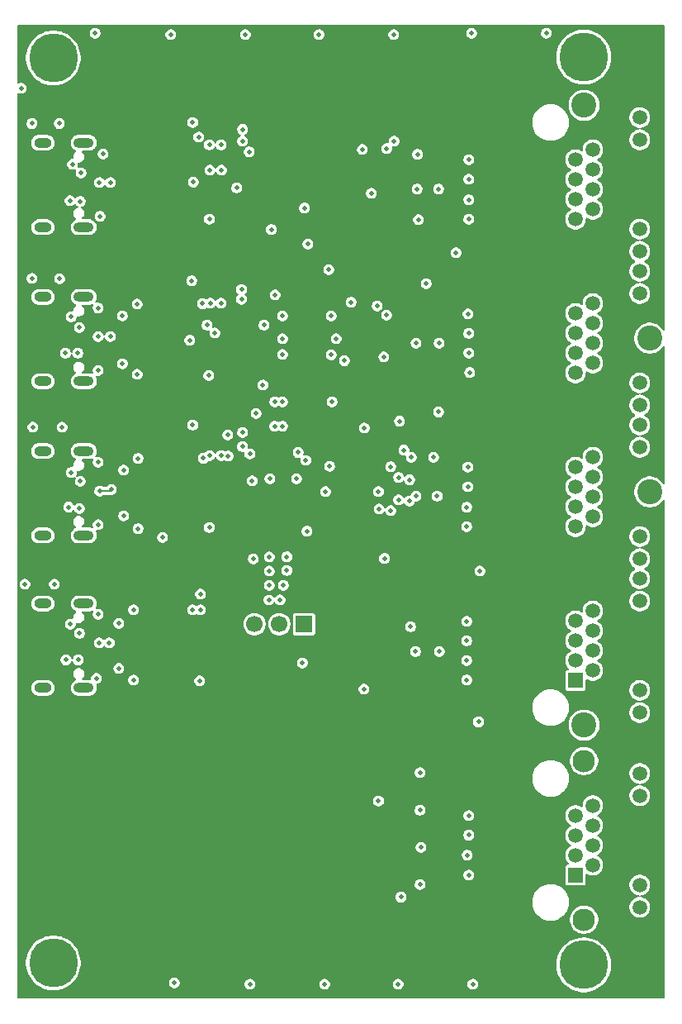
<source format=gbr>
%TF.GenerationSoftware,KiCad,Pcbnew,9.0.3-9.0.3-0~ubuntu24.04.1*%
%TF.CreationDate,2025-07-11T09:40:36-04:00*%
%TF.ProjectId,SO4R_Interlock,534f3452-5f49-46e7-9465-726c6f636b2e,rev?*%
%TF.SameCoordinates,Original*%
%TF.FileFunction,Copper,L2,Inr*%
%TF.FilePolarity,Positive*%
%FSLAX46Y46*%
G04 Gerber Fmt 4.6, Leading zero omitted, Abs format (unit mm)*
G04 Created by KiCad (PCBNEW 9.0.3-9.0.3-0~ubuntu24.04.1) date 2025-07-11 09:40:36*
%MOMM*%
%LPD*%
G01*
G04 APERTURE LIST*
%TA.AperFunction,ComponentPad*%
%ADD10R,1.500000X1.500000*%
%TD*%
%TA.AperFunction,ComponentPad*%
%ADD11C,1.500000*%
%TD*%
%TA.AperFunction,ComponentPad*%
%ADD12C,2.570000*%
%TD*%
%TA.AperFunction,ComponentPad*%
%ADD13R,1.700000X1.700000*%
%TD*%
%TA.AperFunction,ComponentPad*%
%ADD14C,1.700000*%
%TD*%
%TA.AperFunction,HeatsinkPad*%
%ADD15O,2.100000X1.000000*%
%TD*%
%TA.AperFunction,HeatsinkPad*%
%ADD16O,1.800000X1.000000*%
%TD*%
%TA.AperFunction,ComponentPad*%
%ADD17C,2.300000*%
%TD*%
%TA.AperFunction,ViaPad*%
%ADD18C,0.500000*%
%TD*%
%TA.AperFunction,ViaPad*%
%ADD19C,5.000000*%
%TD*%
%TA.AperFunction,Conductor*%
%ADD20C,0.200000*%
%TD*%
G04 APERTURE END LIST*
D10*
%TO.N,Net-(C39-Pad2)*%
%TO.C,J7*%
X160940000Y-115650000D03*
D11*
%TO.N,GND*%
X162720000Y-114634000D03*
%TO.N,Net-(C35-Pad2)*%
X160940000Y-113618000D03*
%TO.N,GND*%
X162720000Y-112602000D03*
%TO.N,Net-(C31-Pad2)*%
X160940000Y-111586000D03*
%TO.N,GND*%
X162720000Y-110570000D03*
%TO.N,Net-(C27-Pad2)*%
X160940000Y-109554000D03*
%TO.N,GND*%
X162720000Y-108538000D03*
X167540000Y-118950000D03*
%TO.N,Net-(J7-Pad10)*%
X167540000Y-116660000D03*
%TO.N,GND*%
X167540000Y-107520000D03*
%TO.N,Net-(J7-Pad12)*%
X167540000Y-105230000D03*
%TO.N,Net-(C38-Pad2)*%
X160940000Y-99900000D03*
%TO.N,GND*%
X162720000Y-98884000D03*
%TO.N,Net-(C34-Pad2)*%
X160940000Y-97868000D03*
%TO.N,GND*%
X162720000Y-96852000D03*
%TO.N,Net-(C30-Pad2)*%
X160940000Y-95836000D03*
%TO.N,GND*%
X162720000Y-94820000D03*
%TO.N,Net-(C26-Pad2)*%
X160940000Y-93804000D03*
%TO.N,GND*%
X162720000Y-92788000D03*
X167540000Y-103200000D03*
%TO.N,Net-(J7-Pad22)*%
X167540000Y-100910000D03*
%TO.N,GND*%
X167540000Y-91770000D03*
%TO.N,Net-(J7-Pad24)*%
X167540000Y-89480000D03*
%TO.N,Net-(C37-Pad2)*%
X160940000Y-84150000D03*
%TO.N,GND*%
X162720000Y-83134000D03*
%TO.N,Net-(C33-Pad2)*%
X160940000Y-82118000D03*
%TO.N,GND*%
X162720000Y-81102000D03*
%TO.N,Net-(C29-Pad2)*%
X160940000Y-80086000D03*
%TO.N,GND*%
X162720000Y-79070000D03*
%TO.N,Net-(C25-Pad2)*%
X160940000Y-78054000D03*
%TO.N,GND*%
X162720000Y-77038000D03*
X167540000Y-87450000D03*
%TO.N,Net-(J7-Pad34)*%
X167540000Y-85160000D03*
%TO.N,GND*%
X167540000Y-76020000D03*
%TO.N,Net-(J7-Pad36)*%
X167540000Y-73730000D03*
%TO.N,Net-(C36-Pad2)*%
X160940000Y-68400000D03*
%TO.N,GND*%
X162720000Y-67384000D03*
%TO.N,Net-(C32-Pad2)*%
X160940000Y-66368000D03*
%TO.N,GND*%
X162720000Y-65352000D03*
%TO.N,Net-(C28-Pad2)*%
X160940000Y-64336000D03*
%TO.N,GND*%
X162720000Y-63320000D03*
%TO.N,Net-(C24-Pad2)*%
X160940000Y-62304000D03*
%TO.N,GND*%
X162720000Y-61288000D03*
X167540000Y-71700000D03*
%TO.N,Net-(J7-Pad46)*%
X167540000Y-69410000D03*
%TO.N,GND*%
X167540000Y-60270000D03*
%TO.N,Net-(J7-Pad48)*%
X167540000Y-57980000D03*
D12*
%TO.N,GND*%
X161830000Y-120220000D03*
X168560000Y-96340000D03*
X168560000Y-80590000D03*
X161830000Y-56720000D03*
%TD*%
D13*
%TO.N,/UPDI*%
%TO.C,J5*%
X133110000Y-109890000D03*
D14*
%TO.N,/RXD1_U*%
X130570000Y-109890000D03*
%TO.N,/TXD_M*%
X128030000Y-109890000D03*
%TD*%
D15*
%TO.N,GND*%
%TO.C,J4*%
X110525000Y-107760000D03*
D16*
X106325000Y-107760000D03*
D15*
X110525000Y-116400000D03*
D16*
X106325000Y-116400000D03*
%TD*%
D15*
%TO.N,GND*%
%TO.C,J2*%
X110525000Y-76360000D03*
D16*
X106325000Y-76360000D03*
D15*
X110525000Y-85000000D03*
D16*
X106325000Y-85000000D03*
%TD*%
D15*
%TO.N,GND*%
%TO.C,J1*%
X110525000Y-60580000D03*
D16*
X106325000Y-60580000D03*
D15*
X110525000Y-69220000D03*
D16*
X106325000Y-69220000D03*
%TD*%
D15*
%TO.N,GND*%
%TO.C,J3*%
X110525000Y-92160000D03*
D16*
X106325000Y-92160000D03*
D15*
X110525000Y-100800000D03*
D16*
X106325000Y-100800000D03*
%TD*%
D10*
%TO.N,Net-(Q4-D)*%
%TO.C,J6*%
X160940000Y-135590000D03*
D11*
%TO.N,GND*%
X162720000Y-134574000D03*
%TO.N,Net-(Q3-D)*%
X160940000Y-133558000D03*
%TO.N,GND*%
X162720000Y-132542000D03*
%TO.N,Net-(Q2-D)*%
X160940000Y-131526000D03*
%TO.N,GND*%
X162720000Y-130510000D03*
%TO.N,Net-(Q1-D)*%
X160940000Y-129494000D03*
%TO.N,GND*%
X162720000Y-128478000D03*
X167540000Y-138890000D03*
%TO.N,Net-(J6-Pad10)*%
X167540000Y-136600000D03*
%TO.N,GND*%
X167540000Y-127460000D03*
%TO.N,Net-(J6-Pad12)*%
X167540000Y-125170000D03*
D17*
%TO.N,GND*%
X161830000Y-140160000D03*
X161830000Y-123900000D03*
%TD*%
D18*
%TO.N,GND*%
X144595672Y-96774328D03*
X142760000Y-146770000D03*
X111822181Y-115435355D03*
X105200000Y-58599972D03*
X144050000Y-110150000D03*
X144850000Y-68450000D03*
X105200000Y-74470000D03*
X150000000Y-64300000D03*
X146900000Y-65300000D03*
X144750000Y-61750000D03*
X108010000Y-58599988D03*
X112500000Y-61700000D03*
X119810000Y-146620000D03*
X133500000Y-70950000D03*
X115615000Y-108420000D03*
X122400000Y-115700000D03*
X130150000Y-76150000D03*
X114115000Y-109820000D03*
X121400000Y-80800000D03*
X115615000Y-115620000D03*
X116100000Y-92900000D03*
X135210000Y-146770000D03*
D19*
X161800000Y-51800000D03*
D18*
X149900000Y-93800000D03*
X123400000Y-99990000D03*
X150000000Y-131500000D03*
X129750000Y-69450000D03*
X150000000Y-82100002D03*
X149799996Y-99900000D03*
X145000000Y-128950000D03*
X142300000Y-49500000D03*
X121682500Y-108420000D03*
X135650000Y-73550000D03*
X143050000Y-137850000D03*
X151150000Y-104450000D03*
X114500000Y-83200000D03*
X146987790Y-112700000D03*
X112200000Y-68100000D03*
X144700000Y-65300000D03*
X133400000Y-100350000D03*
D19*
X161800000Y-144790000D03*
D18*
X108310000Y-89710000D03*
X119450000Y-49500000D03*
X127900000Y-103200000D03*
X116100000Y-100100000D03*
X140750000Y-128000000D03*
X150000000Y-68400000D03*
X111998768Y-99701232D03*
X149999998Y-80100000D03*
X146950000Y-81100000D03*
X140000000Y-65750000D03*
X150000000Y-135600000D03*
X140800000Y-98100000D03*
X123400000Y-68400000D03*
X114115000Y-114420000D03*
X145000000Y-136550000D03*
X122800000Y-92890000D03*
X121700000Y-58500000D03*
X150300000Y-49350000D03*
X149800000Y-109600004D03*
X118600000Y-101000000D03*
X150000000Y-129500000D03*
X149850000Y-133550000D03*
X127500000Y-61500000D03*
X129000000Y-79250000D03*
X114600000Y-98800000D03*
X107500000Y-105800000D03*
X149920000Y-78100000D03*
X150000000Y-66400000D03*
X108047500Y-74500000D03*
X149800000Y-113600002D03*
X121750000Y-64600000D03*
X146900000Y-88150000D03*
X133150000Y-67250000D03*
X151000000Y-119900000D03*
X128200000Y-88300000D03*
X149800000Y-111600000D03*
X128900000Y-85400000D03*
X122300000Y-60000000D03*
X127100000Y-49500000D03*
X114600000Y-94100000D03*
X123340000Y-84420000D03*
X127560000Y-146770000D03*
X126200000Y-65200000D03*
X121700000Y-89500000D03*
X144600000Y-81100000D03*
X112000000Y-93300000D03*
X149800000Y-97899994D03*
X135750000Y-93700000D03*
X137250000Y-82900000D03*
X139250000Y-116550000D03*
X116000000Y-77100000D03*
X144550000Y-112700000D03*
X145000000Y-125100000D03*
X105300000Y-89700000D03*
X132950000Y-113850000D03*
X116000000Y-84300000D03*
X142900000Y-89087500D03*
X150000000Y-62300000D03*
X137950000Y-76900000D03*
D19*
X107400000Y-51900000D03*
D18*
X112000000Y-77500000D03*
X112000000Y-108880000D03*
X112000000Y-83900000D03*
X139100000Y-61250000D03*
X150410000Y-146770000D03*
X104500000Y-105800012D03*
X149899954Y-95800000D03*
X122700000Y-77060000D03*
X145650000Y-75000000D03*
X146400000Y-92800000D03*
X139300000Y-89800000D03*
X148700000Y-71850000D03*
X145100000Y-132750000D03*
X114500000Y-78300000D03*
X146765282Y-96774323D03*
X157950000Y-49350000D03*
X150099998Y-84100000D03*
X104100000Y-55000000D03*
D19*
X107400000Y-144600000D03*
D18*
X149800000Y-115600000D03*
X121600000Y-74700000D03*
X127800000Y-95200000D03*
X141300000Y-82500000D03*
X136000000Y-87100000D03*
X111700000Y-49350000D03*
X134650000Y-49500000D03*
X141350000Y-103150000D03*
%TO.N,Net-(D2-K)*%
X112000000Y-80430000D03*
X113250000Y-80430000D03*
%TO.N,Net-(D4-K)*%
X113150000Y-111800000D03*
X112100000Y-111800000D03*
%TO.N,/CAT3*%
X130900000Y-78300000D03*
X135900000Y-78300000D03*
X141578554Y-78228554D03*
X140598252Y-77298252D03*
%TO.N,Net-(J3-CC2)*%
X108975000Y-97890000D03*
X110084430Y-98035403D03*
%TO.N,Net-(J3-CC1)*%
X109255272Y-94344728D03*
X110165272Y-95230000D03*
%TO.N,/CAT2*%
X129600000Y-95000000D03*
X135300000Y-96300000D03*
X126800000Y-91700000D03*
X126800000Y-90250000D03*
X127550000Y-92450000D03*
X132355000Y-95000000D03*
X140750000Y-96300000D03*
%TO.N,/TXD2_U*%
X125340000Y-92660000D03*
X125300000Y-90500000D03*
%TO.N,/RXD2_U*%
X123417500Y-92600000D03*
X124600000Y-92600000D03*
%TO.N,/RXD1_U*%
X131352000Y-104400000D03*
X122500000Y-108420000D03*
X122500000Y-106800000D03*
X129546301Y-104450000D03*
%TO.N,/RXD4_U*%
X124600000Y-60800000D03*
X123400000Y-60800000D03*
%TO.N,/TXD3_U*%
X126700000Y-75600000D03*
X126700000Y-76600000D03*
%TO.N,/TXD4_U*%
X126800000Y-59200000D03*
X126800000Y-60400000D03*
%TO.N,/SPR2*%
X142800000Y-97150000D03*
X142800000Y-94850000D03*
%TO.N,/5V*%
X126200000Y-87600000D03*
X134000000Y-94600000D03*
X138650000Y-82150000D03*
X143950000Y-90500000D03*
X116062500Y-118962500D03*
X120685000Y-116466250D03*
X126300000Y-56600000D03*
X120600000Y-106219996D03*
X116300000Y-71600000D03*
X117100000Y-86600000D03*
X126100000Y-72800000D03*
X122000000Y-117800000D03*
X116200000Y-103200000D03*
%TO.N,/RXD3_U*%
X124600000Y-77000000D03*
X123500000Y-77000000D03*
%TO.N,/TX2_LED*%
X142000000Y-98250000D03*
X142000000Y-93750000D03*
%TO.N,/INH4_LED*%
X142350000Y-60400000D03*
X141586446Y-61163554D03*
%TO.N,Net-(J1-CC2)*%
X110169315Y-66570000D03*
X109119315Y-66500000D03*
%TO.N,Net-(J1-CC1)*%
X109378768Y-62778768D03*
X110250000Y-63650000D03*
%TO.N,Net-(D3-K)*%
X113350000Y-96100000D03*
X112150000Y-96240000D03*
%TO.N,Net-(D1-K)*%
X112130000Y-64655000D03*
X113250000Y-64655000D03*
%TO.N,Net-(J4-CC2)*%
X108700000Y-113550000D03*
X109950000Y-113550000D03*
%TO.N,Net-(J4-CC1)*%
X109150000Y-109880000D03*
X110100000Y-110830000D03*
%TO.N,Net-(J2-CC1)*%
X110071232Y-79500000D03*
X109245000Y-78405000D03*
%TO.N,Net-(J2-CC2)*%
X108650000Y-82135000D03*
X109925000Y-82135000D03*
%TO.N,/TXD_M*%
X130900000Y-80650000D03*
X136400000Y-80650000D03*
X130100000Y-89600000D03*
X130100000Y-87100000D03*
%TO.N,/RXD_M*%
X135900000Y-82300000D03*
X130900000Y-82250000D03*
X130900000Y-89600000D03*
X130900000Y-87100000D03*
X129500000Y-107400000D03*
X130646401Y-107407737D03*
%TO.N,/RTS1\u005C*%
X129550000Y-105900000D03*
X131001000Y-105900000D03*
%TO.N,/CTS1\u005C*%
X131354834Y-102980599D03*
X129550000Y-103000000D03*
%TO.N,/CTS3\u005C*%
X123962500Y-80062500D03*
X123150000Y-79250000D03*
%TO.N,/CTS4\u005C*%
X124650000Y-63364328D03*
X123450000Y-63364328D03*
%TO.N,/TX0*%
X133300000Y-93100000D03*
X132500000Y-92300000D03*
%TO.N,/KEY2\u005C*%
X143900000Y-97274328D03*
X144100000Y-92800000D03*
X143950000Y-95100000D03*
X143350000Y-92050000D03*
%TD*%
D20*
%TO.N,Net-(D3-K)*%
X112150000Y-96240000D02*
X113210000Y-96240000D01*
X113210000Y-96240000D02*
X113350000Y-96100000D01*
%TD*%
%TA.AperFunction,Conductor*%
%TO.N,/5V*%
G36*
X170058691Y-48529407D02*
G01*
X170094655Y-48578907D01*
X170099500Y-48609500D01*
X170099500Y-79707367D01*
X170080593Y-79765558D01*
X170031093Y-79801522D01*
X169969907Y-79801522D01*
X169920407Y-79765558D01*
X169916090Y-79759097D01*
X169916043Y-79759020D01*
X169916041Y-79759017D01*
X169769352Y-79557116D01*
X169592884Y-79380648D01*
X169390983Y-79233959D01*
X169390982Y-79233958D01*
X169390980Y-79233957D01*
X169229532Y-79151695D01*
X169168621Y-79120659D01*
X169168618Y-79120658D01*
X169168616Y-79120657D01*
X168931267Y-79043538D01*
X168684785Y-79004500D01*
X168684782Y-79004500D01*
X168435218Y-79004500D01*
X168435215Y-79004500D01*
X168188732Y-79043538D01*
X167951383Y-79120657D01*
X167729019Y-79233957D01*
X167679383Y-79270020D01*
X167527116Y-79380648D01*
X167350648Y-79557116D01*
X167303517Y-79621987D01*
X167203957Y-79759019D01*
X167090657Y-79981383D01*
X167013538Y-80218732D01*
X166974500Y-80465214D01*
X166974500Y-80714785D01*
X167013538Y-80961267D01*
X167082164Y-81172475D01*
X167090659Y-81198621D01*
X167112004Y-81240512D01*
X167203914Y-81420896D01*
X167203959Y-81420983D01*
X167350648Y-81622884D01*
X167527116Y-81799352D01*
X167729017Y-81946041D01*
X167951379Y-82059341D01*
X168188728Y-82136460D01*
X168188729Y-82136460D01*
X168188732Y-82136461D01*
X168435215Y-82175500D01*
X168435218Y-82175500D01*
X168684785Y-82175500D01*
X168931267Y-82136461D01*
X168931268Y-82136460D01*
X168931272Y-82136460D01*
X169168621Y-82059341D01*
X169390983Y-81946041D01*
X169592884Y-81799352D01*
X169769352Y-81622884D01*
X169916041Y-81420983D01*
X169916044Y-81420978D01*
X169916084Y-81420913D01*
X169916103Y-81420896D01*
X169918327Y-81417836D01*
X169919061Y-81418369D01*
X169962605Y-81381172D01*
X170023602Y-81376365D01*
X170075774Y-81408329D01*
X170099194Y-81464855D01*
X170099500Y-81472632D01*
X170099500Y-95457367D01*
X170080593Y-95515558D01*
X170031093Y-95551522D01*
X169969907Y-95551522D01*
X169920407Y-95515558D01*
X169916090Y-95509097D01*
X169916043Y-95509020D01*
X169916041Y-95509017D01*
X169769352Y-95307116D01*
X169592884Y-95130648D01*
X169390983Y-94983959D01*
X169390982Y-94983958D01*
X169390980Y-94983957D01*
X169229532Y-94901695D01*
X169168621Y-94870659D01*
X169168618Y-94870658D01*
X169168616Y-94870657D01*
X168931267Y-94793538D01*
X168684785Y-94754500D01*
X168684782Y-94754500D01*
X168435218Y-94754500D01*
X168435215Y-94754500D01*
X168188732Y-94793538D01*
X167951383Y-94870657D01*
X167729019Y-94983957D01*
X167682831Y-95017515D01*
X167527116Y-95130648D01*
X167350648Y-95307116D01*
X167312596Y-95359491D01*
X167203957Y-95509019D01*
X167090657Y-95731383D01*
X167013538Y-95968732D01*
X166974500Y-96215214D01*
X166974500Y-96464785D01*
X167013538Y-96711267D01*
X167087049Y-96937510D01*
X167090659Y-96948621D01*
X167110119Y-96986813D01*
X167203914Y-97170896D01*
X167203959Y-97170983D01*
X167350648Y-97372884D01*
X167527116Y-97549352D01*
X167729017Y-97696041D01*
X167951379Y-97809341D01*
X168188728Y-97886460D01*
X168188729Y-97886460D01*
X168188732Y-97886461D01*
X168435215Y-97925500D01*
X168435218Y-97925500D01*
X168684785Y-97925500D01*
X168931267Y-97886461D01*
X168931268Y-97886460D01*
X168931272Y-97886460D01*
X169168621Y-97809341D01*
X169390983Y-97696041D01*
X169592884Y-97549352D01*
X169769352Y-97372884D01*
X169916041Y-97170983D01*
X169916044Y-97170978D01*
X169916084Y-97170913D01*
X169916103Y-97170896D01*
X169918327Y-97167836D01*
X169919061Y-97168369D01*
X169962605Y-97131172D01*
X170023602Y-97126365D01*
X170075774Y-97158329D01*
X170099194Y-97214855D01*
X170099500Y-97222632D01*
X170099500Y-148150500D01*
X170080593Y-148208691D01*
X170031093Y-148244655D01*
X170000500Y-148249500D01*
X103799500Y-148249500D01*
X103741309Y-148230593D01*
X103705345Y-148181093D01*
X103700500Y-148150500D01*
X103700500Y-144442727D01*
X104599500Y-144442727D01*
X104599500Y-144757272D01*
X104634718Y-145069841D01*
X104704711Y-145376501D01*
X104808597Y-145673392D01*
X104808598Y-145673394D01*
X104945066Y-145956774D01*
X104945070Y-145956781D01*
X104945074Y-145956789D01*
X105112423Y-146223123D01*
X105308539Y-146469044D01*
X105530956Y-146691461D01*
X105776877Y-146887577D01*
X106043211Y-147054926D01*
X106043222Y-147054931D01*
X106043225Y-147054933D01*
X106054804Y-147060509D01*
X106326606Y-147191402D01*
X106623500Y-147295289D01*
X106930160Y-147365282D01*
X107242727Y-147400500D01*
X107242728Y-147400500D01*
X107557272Y-147400500D01*
X107557273Y-147400500D01*
X107869840Y-147365282D01*
X108176500Y-147295289D01*
X108473394Y-147191402D01*
X108756789Y-147054926D01*
X109023123Y-146887577D01*
X109269044Y-146691461D01*
X109412980Y-146547525D01*
X119259500Y-146547525D01*
X119259500Y-146692474D01*
X119297017Y-146832489D01*
X119369487Y-146958010D01*
X119369489Y-146958012D01*
X119369491Y-146958015D01*
X119471985Y-147060509D01*
X119471987Y-147060510D01*
X119471989Y-147060512D01*
X119597511Y-147132982D01*
X119597512Y-147132982D01*
X119597515Y-147132984D01*
X119737525Y-147170500D01*
X119737526Y-147170500D01*
X119882474Y-147170500D01*
X119882475Y-147170500D01*
X120022485Y-147132984D01*
X120022487Y-147132982D01*
X120022489Y-147132982D01*
X120148010Y-147060512D01*
X120148010Y-147060511D01*
X120148015Y-147060509D01*
X120250509Y-146958015D01*
X120294708Y-146881461D01*
X120322982Y-146832489D01*
X120322982Y-146832487D01*
X120322984Y-146832485D01*
X120359147Y-146697525D01*
X127009500Y-146697525D01*
X127009500Y-146842475D01*
X127021585Y-146887576D01*
X127047017Y-146982489D01*
X127119487Y-147108010D01*
X127119489Y-147108012D01*
X127119491Y-147108015D01*
X127221985Y-147210509D01*
X127221987Y-147210510D01*
X127221989Y-147210512D01*
X127347511Y-147282982D01*
X127347512Y-147282982D01*
X127347515Y-147282984D01*
X127487525Y-147320500D01*
X127487526Y-147320500D01*
X127632474Y-147320500D01*
X127632475Y-147320500D01*
X127772485Y-147282984D01*
X127772487Y-147282982D01*
X127772489Y-147282982D01*
X127898010Y-147210512D01*
X127898010Y-147210511D01*
X127898015Y-147210509D01*
X128000509Y-147108015D01*
X128000512Y-147108010D01*
X128072982Y-146982489D01*
X128072982Y-146982487D01*
X128072984Y-146982485D01*
X128110500Y-146842475D01*
X128110500Y-146697525D01*
X134659500Y-146697525D01*
X134659500Y-146842475D01*
X134671585Y-146887576D01*
X134697017Y-146982489D01*
X134769487Y-147108010D01*
X134769489Y-147108012D01*
X134769491Y-147108015D01*
X134871985Y-147210509D01*
X134871987Y-147210510D01*
X134871989Y-147210512D01*
X134997511Y-147282982D01*
X134997512Y-147282982D01*
X134997515Y-147282984D01*
X135137525Y-147320500D01*
X135137526Y-147320500D01*
X135282474Y-147320500D01*
X135282475Y-147320500D01*
X135422485Y-147282984D01*
X135422487Y-147282982D01*
X135422489Y-147282982D01*
X135548010Y-147210512D01*
X135548010Y-147210511D01*
X135548015Y-147210509D01*
X135650509Y-147108015D01*
X135650512Y-147108010D01*
X135722982Y-146982489D01*
X135722982Y-146982487D01*
X135722984Y-146982485D01*
X135760500Y-146842475D01*
X135760500Y-146697525D01*
X142209500Y-146697525D01*
X142209500Y-146842475D01*
X142221585Y-146887576D01*
X142247017Y-146982489D01*
X142319487Y-147108010D01*
X142319489Y-147108012D01*
X142319491Y-147108015D01*
X142421985Y-147210509D01*
X142421987Y-147210510D01*
X142421989Y-147210512D01*
X142547511Y-147282982D01*
X142547512Y-147282982D01*
X142547515Y-147282984D01*
X142687525Y-147320500D01*
X142687526Y-147320500D01*
X142832474Y-147320500D01*
X142832475Y-147320500D01*
X142972485Y-147282984D01*
X142972487Y-147282982D01*
X142972489Y-147282982D01*
X143098010Y-147210512D01*
X143098010Y-147210511D01*
X143098015Y-147210509D01*
X143200509Y-147108015D01*
X143200512Y-147108010D01*
X143272982Y-146982489D01*
X143272982Y-146982487D01*
X143272984Y-146982485D01*
X143310500Y-146842475D01*
X143310500Y-146697525D01*
X149859500Y-146697525D01*
X149859500Y-146842475D01*
X149871585Y-146887576D01*
X149897017Y-146982489D01*
X149969487Y-147108010D01*
X149969489Y-147108012D01*
X149969491Y-147108015D01*
X150071985Y-147210509D01*
X150071987Y-147210510D01*
X150071989Y-147210512D01*
X150197511Y-147282982D01*
X150197512Y-147282982D01*
X150197515Y-147282984D01*
X150337525Y-147320500D01*
X150337526Y-147320500D01*
X150482474Y-147320500D01*
X150482475Y-147320500D01*
X150622485Y-147282984D01*
X150622487Y-147282982D01*
X150622489Y-147282982D01*
X150748010Y-147210512D01*
X150748010Y-147210511D01*
X150748015Y-147210509D01*
X150850509Y-147108015D01*
X150850512Y-147108010D01*
X150922982Y-146982489D01*
X150922982Y-146982487D01*
X150922984Y-146982485D01*
X150960500Y-146842475D01*
X150960500Y-146697525D01*
X150922984Y-146557515D01*
X150922982Y-146557512D01*
X150922982Y-146557510D01*
X150850512Y-146431989D01*
X150850510Y-146431987D01*
X150850509Y-146431985D01*
X150748015Y-146329491D01*
X150748012Y-146329489D01*
X150748010Y-146329487D01*
X150622488Y-146257017D01*
X150622489Y-146257017D01*
X150592896Y-146249087D01*
X150482475Y-146219500D01*
X150337525Y-146219500D01*
X150275790Y-146236041D01*
X150197510Y-146257017D01*
X150071989Y-146329487D01*
X149969487Y-146431989D01*
X149897017Y-146557510D01*
X149897016Y-146557515D01*
X149859500Y-146697525D01*
X143310500Y-146697525D01*
X143272984Y-146557515D01*
X143272982Y-146557512D01*
X143272982Y-146557510D01*
X143200512Y-146431989D01*
X143200510Y-146431987D01*
X143200509Y-146431985D01*
X143098015Y-146329491D01*
X143098012Y-146329489D01*
X143098010Y-146329487D01*
X142972488Y-146257017D01*
X142972489Y-146257017D01*
X142942896Y-146249087D01*
X142832475Y-146219500D01*
X142687525Y-146219500D01*
X142625790Y-146236041D01*
X142547510Y-146257017D01*
X142421989Y-146329487D01*
X142319487Y-146431989D01*
X142247017Y-146557510D01*
X142247016Y-146557515D01*
X142209500Y-146697525D01*
X135760500Y-146697525D01*
X135722984Y-146557515D01*
X135722982Y-146557512D01*
X135722982Y-146557510D01*
X135650512Y-146431989D01*
X135650510Y-146431987D01*
X135650509Y-146431985D01*
X135548015Y-146329491D01*
X135548012Y-146329489D01*
X135548010Y-146329487D01*
X135422488Y-146257017D01*
X135422489Y-146257017D01*
X135392896Y-146249087D01*
X135282475Y-146219500D01*
X135137525Y-146219500D01*
X135075790Y-146236041D01*
X134997510Y-146257017D01*
X134871989Y-146329487D01*
X134769487Y-146431989D01*
X134697017Y-146557510D01*
X134697016Y-146557515D01*
X134659500Y-146697525D01*
X128110500Y-146697525D01*
X128072984Y-146557515D01*
X128072982Y-146557512D01*
X128072982Y-146557510D01*
X128000512Y-146431989D01*
X128000510Y-146431987D01*
X128000509Y-146431985D01*
X127898015Y-146329491D01*
X127898012Y-146329489D01*
X127898010Y-146329487D01*
X127772488Y-146257017D01*
X127772489Y-146257017D01*
X127742896Y-146249087D01*
X127632475Y-146219500D01*
X127487525Y-146219500D01*
X127425790Y-146236041D01*
X127347510Y-146257017D01*
X127221989Y-146329487D01*
X127119487Y-146431989D01*
X127047017Y-146557510D01*
X127047016Y-146557515D01*
X127009500Y-146697525D01*
X120359147Y-146697525D01*
X120360500Y-146692475D01*
X120360500Y-146547525D01*
X120322984Y-146407515D01*
X120322982Y-146407512D01*
X120322982Y-146407510D01*
X120250512Y-146281989D01*
X120250510Y-146281987D01*
X120250509Y-146281985D01*
X120148015Y-146179491D01*
X120148012Y-146179489D01*
X120148010Y-146179487D01*
X120022488Y-146107017D01*
X120022489Y-146107017D01*
X119992896Y-146099087D01*
X119882475Y-146069500D01*
X119737525Y-146069500D01*
X119675790Y-146086041D01*
X119597510Y-146107017D01*
X119471989Y-146179487D01*
X119369487Y-146281989D01*
X119297017Y-146407510D01*
X119259500Y-146547525D01*
X109412980Y-146547525D01*
X109491461Y-146469044D01*
X109687577Y-146223123D01*
X109854926Y-145956789D01*
X109991402Y-145673394D01*
X110095289Y-145376500D01*
X110165282Y-145069840D01*
X110200500Y-144757273D01*
X110200500Y-144632727D01*
X158999500Y-144632727D01*
X158999500Y-144947272D01*
X159034718Y-145259841D01*
X159104711Y-145566501D01*
X159208597Y-145863392D01*
X159208598Y-145863394D01*
X159345066Y-146146774D01*
X159345070Y-146146781D01*
X159345074Y-146146789D01*
X159512423Y-146413123D01*
X159708539Y-146659044D01*
X159930956Y-146881461D01*
X160176877Y-147077577D01*
X160443211Y-147244926D01*
X160443222Y-147244931D01*
X160443225Y-147244933D01*
X160522235Y-147282982D01*
X160726606Y-147381402D01*
X161023500Y-147485289D01*
X161330160Y-147555282D01*
X161642727Y-147590500D01*
X161642728Y-147590500D01*
X161957272Y-147590500D01*
X161957273Y-147590500D01*
X162269840Y-147555282D01*
X162576500Y-147485289D01*
X162873394Y-147381402D01*
X163156789Y-147244926D01*
X163423123Y-147077577D01*
X163669044Y-146881461D01*
X163891461Y-146659044D01*
X164087577Y-146413123D01*
X164254926Y-146146789D01*
X164391402Y-145863394D01*
X164495289Y-145566500D01*
X164565282Y-145259840D01*
X164600500Y-144947273D01*
X164600500Y-144632727D01*
X164565282Y-144320160D01*
X164495289Y-144013500D01*
X164391402Y-143716606D01*
X164254926Y-143433211D01*
X164087577Y-143166877D01*
X163891461Y-142920956D01*
X163669044Y-142698539D01*
X163423123Y-142502423D01*
X163156789Y-142335074D01*
X163156781Y-142335070D01*
X163156774Y-142335066D01*
X162873394Y-142198598D01*
X162873392Y-142198597D01*
X162576501Y-142094711D01*
X162269841Y-142024718D01*
X162113556Y-142007109D01*
X161957273Y-141989500D01*
X161642727Y-141989500D01*
X161538538Y-142001239D01*
X161330158Y-142024718D01*
X161023498Y-142094711D01*
X160726607Y-142198597D01*
X160726605Y-142198598D01*
X160443225Y-142335066D01*
X160443213Y-142335073D01*
X160176876Y-142502423D01*
X159930957Y-142698538D01*
X159708538Y-142920957D01*
X159512423Y-143166876D01*
X159345073Y-143433213D01*
X159345066Y-143433225D01*
X159208598Y-143716605D01*
X159208597Y-143716607D01*
X159104711Y-144013498D01*
X159034718Y-144320158D01*
X158999500Y-144632727D01*
X110200500Y-144632727D01*
X110200500Y-144442727D01*
X110165282Y-144130160D01*
X110095289Y-143823500D01*
X109991402Y-143526606D01*
X109854926Y-143243211D01*
X109687577Y-142976877D01*
X109491461Y-142730956D01*
X109269044Y-142508539D01*
X109023123Y-142312423D01*
X108756789Y-142145074D01*
X108756781Y-142145070D01*
X108756774Y-142145066D01*
X108473394Y-142008598D01*
X108473392Y-142008597D01*
X108176501Y-141904711D01*
X107869841Y-141834718D01*
X107713556Y-141817109D01*
X107557273Y-141799500D01*
X107242727Y-141799500D01*
X107138538Y-141811239D01*
X106930158Y-141834718D01*
X106623498Y-141904711D01*
X106326607Y-142008597D01*
X106326605Y-142008598D01*
X106043225Y-142145066D01*
X106043213Y-142145073D01*
X105776876Y-142312423D01*
X105530957Y-142508538D01*
X105308538Y-142730957D01*
X105112423Y-142976876D01*
X104945073Y-143243213D01*
X104945066Y-143243225D01*
X104808598Y-143526605D01*
X104808597Y-143526607D01*
X104704711Y-143823498D01*
X104634718Y-144130158D01*
X104599500Y-144442727D01*
X103700500Y-144442727D01*
X103700500Y-137777525D01*
X142499500Y-137777525D01*
X142499500Y-137922475D01*
X142523845Y-138013330D01*
X142537017Y-138062489D01*
X142609487Y-138188010D01*
X142609489Y-138188012D01*
X142609491Y-138188015D01*
X142711985Y-138290509D01*
X142711987Y-138290510D01*
X142711989Y-138290512D01*
X142837511Y-138362982D01*
X142837512Y-138362982D01*
X142837515Y-138362984D01*
X142977525Y-138400500D01*
X142977526Y-138400500D01*
X143122474Y-138400500D01*
X143122475Y-138400500D01*
X143262485Y-138362984D01*
X143262487Y-138362982D01*
X143262489Y-138362982D01*
X143388010Y-138290512D01*
X143388010Y-138290511D01*
X143388015Y-138290509D01*
X143421452Y-138257072D01*
X156524500Y-138257072D01*
X156524500Y-138502927D01*
X156556590Y-138746669D01*
X156556590Y-138746674D01*
X156620222Y-138984154D01*
X156714302Y-139211284D01*
X156714304Y-139211288D01*
X156714306Y-139211292D01*
X156823125Y-139399772D01*
X156837235Y-139424211D01*
X156986893Y-139619249D01*
X156986895Y-139619251D01*
X156986899Y-139619256D01*
X157160744Y-139793101D01*
X157160748Y-139793104D01*
X157160750Y-139793106D01*
X157355788Y-139942764D01*
X157355792Y-139942767D01*
X157568708Y-140065694D01*
X157795847Y-140159778D01*
X158033323Y-140223409D01*
X158277073Y-140255500D01*
X158277074Y-140255500D01*
X158522926Y-140255500D01*
X158522927Y-140255500D01*
X158766677Y-140223409D01*
X159004153Y-140159778D01*
X159231292Y-140065694D01*
X159265682Y-140045839D01*
X160379500Y-140045839D01*
X160379500Y-140274160D01*
X160415214Y-140499655D01*
X160485769Y-140716799D01*
X160589420Y-140920227D01*
X160589424Y-140920233D01*
X160723616Y-141104931D01*
X160723618Y-141104933D01*
X160723621Y-141104937D01*
X160885063Y-141266379D01*
X160885066Y-141266381D01*
X160885068Y-141266383D01*
X161069766Y-141400575D01*
X161069772Y-141400579D01*
X161273201Y-141504231D01*
X161490340Y-141574784D01*
X161490341Y-141574784D01*
X161490344Y-141574785D01*
X161715840Y-141610500D01*
X161715843Y-141610500D01*
X161944160Y-141610500D01*
X162169655Y-141574785D01*
X162169656Y-141574784D01*
X162169660Y-141574784D01*
X162386799Y-141504231D01*
X162590228Y-141400579D01*
X162774937Y-141266379D01*
X162936379Y-141104937D01*
X163070579Y-140920228D01*
X163174231Y-140716799D01*
X163244784Y-140499660D01*
X163280500Y-140274157D01*
X163280500Y-140045843D01*
X163280500Y-140045839D01*
X163244785Y-139820344D01*
X163235933Y-139793101D01*
X163174231Y-139603201D01*
X163070579Y-139399772D01*
X163061734Y-139387598D01*
X162936383Y-139215068D01*
X162936381Y-139215066D01*
X162936379Y-139215063D01*
X162774937Y-139053621D01*
X162774933Y-139053618D01*
X162774931Y-139053616D01*
X162590233Y-138919424D01*
X162590227Y-138919420D01*
X162386799Y-138815769D01*
X162169655Y-138745214D01*
X161944160Y-138709500D01*
X161944157Y-138709500D01*
X161715843Y-138709500D01*
X161715840Y-138709500D01*
X161490344Y-138745214D01*
X161273200Y-138815769D01*
X161069772Y-138919420D01*
X161069766Y-138919424D01*
X160885068Y-139053616D01*
X160723616Y-139215068D01*
X160589424Y-139399766D01*
X160589420Y-139399772D01*
X160485769Y-139603200D01*
X160415214Y-139820344D01*
X160379500Y-140045839D01*
X159265682Y-140045839D01*
X159444208Y-139942767D01*
X159639256Y-139793101D01*
X159813101Y-139619256D01*
X159962767Y-139424208D01*
X160085694Y-139211292D01*
X160179778Y-138984153D01*
X160243409Y-138746677D01*
X160275500Y-138502927D01*
X160275500Y-138257073D01*
X160243409Y-138013323D01*
X160179778Y-137775847D01*
X160085694Y-137548708D01*
X159962767Y-137335792D01*
X159813101Y-137140744D01*
X159639256Y-136966899D01*
X159639251Y-136966895D01*
X159639249Y-136966893D01*
X159444211Y-136817235D01*
X159444208Y-136817233D01*
X159231292Y-136694306D01*
X159231288Y-136694304D01*
X159231284Y-136694302D01*
X159004154Y-136600222D01*
X158899440Y-136572164D01*
X158766677Y-136536591D01*
X158766674Y-136536590D01*
X158766672Y-136536590D01*
X158522927Y-136504500D01*
X158277073Y-136504500D01*
X158277072Y-136504500D01*
X158033330Y-136536590D01*
X158033325Y-136536590D01*
X157795845Y-136600222D01*
X157568715Y-136694302D01*
X157355788Y-136817235D01*
X157160750Y-136966893D01*
X156986893Y-137140750D01*
X156837235Y-137335788D01*
X156714302Y-137548715D01*
X156620222Y-137775845D01*
X156556590Y-138013325D01*
X156556590Y-138013330D01*
X156524500Y-138257072D01*
X143421452Y-138257072D01*
X143490509Y-138188015D01*
X143556323Y-138074023D01*
X143562982Y-138062489D01*
X143562982Y-138062487D01*
X143562984Y-138062485D01*
X143600500Y-137922475D01*
X143600500Y-137777525D01*
X143562984Y-137637515D01*
X143562982Y-137637512D01*
X143562982Y-137637510D01*
X143490512Y-137511989D01*
X143490510Y-137511987D01*
X143490509Y-137511985D01*
X143388015Y-137409491D01*
X143388012Y-137409489D01*
X143388010Y-137409487D01*
X143262488Y-137337017D01*
X143262489Y-137337017D01*
X143232896Y-137329087D01*
X143122475Y-137299500D01*
X142977525Y-137299500D01*
X142915790Y-137316041D01*
X142837510Y-137337017D01*
X142711989Y-137409487D01*
X142609487Y-137511989D01*
X142537017Y-137637510D01*
X142526222Y-137677799D01*
X142499500Y-137777525D01*
X103700500Y-137777525D01*
X103700500Y-136477525D01*
X144449500Y-136477525D01*
X144449500Y-136622475D01*
X144471202Y-136703467D01*
X144487017Y-136762489D01*
X144559487Y-136888010D01*
X144559489Y-136888012D01*
X144559491Y-136888015D01*
X144661985Y-136990509D01*
X144661987Y-136990510D01*
X144661989Y-136990512D01*
X144787511Y-137062982D01*
X144787512Y-137062982D01*
X144787515Y-137062984D01*
X144927525Y-137100500D01*
X144927526Y-137100500D01*
X145072474Y-137100500D01*
X145072475Y-137100500D01*
X145212485Y-137062984D01*
X145212487Y-137062982D01*
X145212489Y-137062982D01*
X145338010Y-136990512D01*
X145338010Y-136990511D01*
X145338015Y-136990509D01*
X145440509Y-136888015D01*
X145512984Y-136762485D01*
X145550500Y-136622475D01*
X145550500Y-136477525D01*
X145512984Y-136337515D01*
X145512982Y-136337512D01*
X145512982Y-136337510D01*
X145440512Y-136211989D01*
X145440510Y-136211987D01*
X145440509Y-136211985D01*
X145338015Y-136109491D01*
X145338012Y-136109489D01*
X145338010Y-136109487D01*
X145212488Y-136037017D01*
X145212489Y-136037017D01*
X145182896Y-136029087D01*
X145072475Y-135999500D01*
X144927525Y-135999500D01*
X144865790Y-136016041D01*
X144787510Y-136037017D01*
X144661989Y-136109487D01*
X144559487Y-136211989D01*
X144487017Y-136337510D01*
X144487016Y-136337515D01*
X144449500Y-136477525D01*
X103700500Y-136477525D01*
X103700500Y-135527525D01*
X149449500Y-135527525D01*
X149449500Y-135672474D01*
X149487017Y-135812489D01*
X149559487Y-135938010D01*
X149559489Y-135938012D01*
X149559491Y-135938015D01*
X149661985Y-136040509D01*
X149661987Y-136040510D01*
X149661989Y-136040512D01*
X149787511Y-136112982D01*
X149787512Y-136112982D01*
X149787515Y-136112984D01*
X149927525Y-136150500D01*
X149927526Y-136150500D01*
X150072474Y-136150500D01*
X150072475Y-136150500D01*
X150212485Y-136112984D01*
X150212487Y-136112982D01*
X150212489Y-136112982D01*
X150338010Y-136040512D01*
X150338010Y-136040511D01*
X150338015Y-136040509D01*
X150440509Y-135938015D01*
X150512984Y-135812485D01*
X150550500Y-135672475D01*
X150550500Y-135527525D01*
X150512984Y-135387515D01*
X150512982Y-135387512D01*
X150512982Y-135387510D01*
X150440512Y-135261989D01*
X150440510Y-135261987D01*
X150440509Y-135261985D01*
X150338015Y-135159491D01*
X150338012Y-135159489D01*
X150338010Y-135159487D01*
X150212488Y-135087017D01*
X150212489Y-135087017D01*
X150154941Y-135071597D01*
X150072475Y-135049500D01*
X149927525Y-135049500D01*
X149865790Y-135066041D01*
X149787510Y-135087017D01*
X149661989Y-135159487D01*
X149559487Y-135261989D01*
X149487017Y-135387510D01*
X149449500Y-135527525D01*
X103700500Y-135527525D01*
X103700500Y-133477525D01*
X149299500Y-133477525D01*
X149299500Y-133622475D01*
X149309948Y-133661467D01*
X149337017Y-133762489D01*
X149409487Y-133888010D01*
X149409489Y-133888012D01*
X149409491Y-133888015D01*
X149511985Y-133990509D01*
X149511987Y-133990510D01*
X149511989Y-133990512D01*
X149637511Y-134062982D01*
X149637512Y-134062982D01*
X149637515Y-134062984D01*
X149777525Y-134100500D01*
X149777526Y-134100500D01*
X149922474Y-134100500D01*
X149922475Y-134100500D01*
X150062485Y-134062984D01*
X150062487Y-134062982D01*
X150062489Y-134062982D01*
X150188010Y-133990512D01*
X150188010Y-133990511D01*
X150188015Y-133990509D01*
X150290509Y-133888015D01*
X150362984Y-133762485D01*
X150400500Y-133622475D01*
X150400500Y-133477525D01*
X150362984Y-133337515D01*
X150362982Y-133337512D01*
X150362982Y-133337510D01*
X150290512Y-133211989D01*
X150290510Y-133211987D01*
X150290509Y-133211985D01*
X150188015Y-133109491D01*
X150188012Y-133109489D01*
X150188010Y-133109487D01*
X150062488Y-133037017D01*
X150062489Y-133037017D01*
X150032896Y-133029087D01*
X149922475Y-132999500D01*
X149777525Y-132999500D01*
X149715790Y-133016041D01*
X149637510Y-133037017D01*
X149511989Y-133109487D01*
X149409487Y-133211989D01*
X149337017Y-133337510D01*
X149305661Y-133454532D01*
X149299500Y-133477525D01*
X103700500Y-133477525D01*
X103700500Y-132677525D01*
X144549500Y-132677525D01*
X144549500Y-132822475D01*
X144556452Y-132848420D01*
X144587017Y-132962489D01*
X144659487Y-133088010D01*
X144659489Y-133088012D01*
X144659491Y-133088015D01*
X144761985Y-133190509D01*
X144761987Y-133190510D01*
X144761989Y-133190512D01*
X144887511Y-133262982D01*
X144887512Y-133262982D01*
X144887515Y-133262984D01*
X145027525Y-133300500D01*
X145027526Y-133300500D01*
X145172474Y-133300500D01*
X145172475Y-133300500D01*
X145312485Y-133262984D01*
X145312487Y-133262982D01*
X145312489Y-133262982D01*
X145438010Y-133190512D01*
X145438010Y-133190511D01*
X145438015Y-133190509D01*
X145540509Y-133088015D01*
X145540512Y-133088010D01*
X145612982Y-132962489D01*
X145612982Y-132962487D01*
X145612984Y-132962485D01*
X145650500Y-132822475D01*
X145650500Y-132677525D01*
X145612984Y-132537515D01*
X145612982Y-132537512D01*
X145612982Y-132537510D01*
X145540512Y-132411989D01*
X145540510Y-132411987D01*
X145540509Y-132411985D01*
X145438015Y-132309491D01*
X145438012Y-132309489D01*
X145438010Y-132309487D01*
X145312488Y-132237017D01*
X145312489Y-132237017D01*
X145282896Y-132229087D01*
X145172475Y-132199500D01*
X145027525Y-132199500D01*
X144965790Y-132216041D01*
X144887510Y-132237017D01*
X144761989Y-132309487D01*
X144659487Y-132411989D01*
X144587017Y-132537510D01*
X144558090Y-132645467D01*
X144549500Y-132677525D01*
X103700500Y-132677525D01*
X103700500Y-131427525D01*
X149449500Y-131427525D01*
X149449500Y-131572474D01*
X149487017Y-131712489D01*
X149559487Y-131838010D01*
X149559489Y-131838012D01*
X149559491Y-131838015D01*
X149661985Y-131940509D01*
X149661987Y-131940510D01*
X149661989Y-131940512D01*
X149787511Y-132012982D01*
X149787512Y-132012982D01*
X149787515Y-132012984D01*
X149927525Y-132050500D01*
X149927526Y-132050500D01*
X150072474Y-132050500D01*
X150072475Y-132050500D01*
X150212485Y-132012984D01*
X150212487Y-132012982D01*
X150212489Y-132012982D01*
X150338010Y-131940512D01*
X150338010Y-131940511D01*
X150338015Y-131940509D01*
X150440509Y-131838015D01*
X150443739Y-131832420D01*
X150512982Y-131712489D01*
X150512982Y-131712487D01*
X150512984Y-131712485D01*
X150550500Y-131572475D01*
X150550500Y-131427525D01*
X150512984Y-131287515D01*
X150512982Y-131287512D01*
X150512982Y-131287510D01*
X150440512Y-131161989D01*
X150440510Y-131161987D01*
X150440509Y-131161985D01*
X150338015Y-131059491D01*
X150338012Y-131059489D01*
X150338010Y-131059487D01*
X150212488Y-130987017D01*
X150212489Y-130987017D01*
X150182896Y-130979087D01*
X150072475Y-130949500D01*
X149927525Y-130949500D01*
X149865790Y-130966041D01*
X149787510Y-130987017D01*
X149661989Y-131059487D01*
X149559487Y-131161989D01*
X149487017Y-131287510D01*
X149449500Y-131427525D01*
X103700500Y-131427525D01*
X103700500Y-128877525D01*
X144449500Y-128877525D01*
X144449500Y-129022475D01*
X144459419Y-129059491D01*
X144487017Y-129162489D01*
X144559487Y-129288010D01*
X144559489Y-129288012D01*
X144559491Y-129288015D01*
X144661985Y-129390509D01*
X144661987Y-129390510D01*
X144661989Y-129390512D01*
X144787511Y-129462982D01*
X144787512Y-129462982D01*
X144787515Y-129462984D01*
X144927525Y-129500500D01*
X144927526Y-129500500D01*
X145072474Y-129500500D01*
X145072475Y-129500500D01*
X145212485Y-129462984D01*
X145212487Y-129462982D01*
X145212489Y-129462982D01*
X145273902Y-129427525D01*
X149449500Y-129427525D01*
X149449500Y-129572474D01*
X149487017Y-129712489D01*
X149559487Y-129838010D01*
X149559489Y-129838012D01*
X149559491Y-129838015D01*
X149661985Y-129940509D01*
X149661987Y-129940510D01*
X149661989Y-129940512D01*
X149787511Y-130012982D01*
X149787512Y-130012982D01*
X149787515Y-130012984D01*
X149927525Y-130050500D01*
X149927526Y-130050500D01*
X150072474Y-130050500D01*
X150072475Y-130050500D01*
X150212485Y-130012984D01*
X150212487Y-130012982D01*
X150212489Y-130012982D01*
X150338010Y-129940512D01*
X150338010Y-129940511D01*
X150338015Y-129940509D01*
X150440509Y-129838015D01*
X150512984Y-129712485D01*
X150550500Y-129572475D01*
X150550500Y-129427525D01*
X150546438Y-129412364D01*
X150546151Y-129411293D01*
X150546151Y-129411291D01*
X150540588Y-129390532D01*
X159889500Y-129390532D01*
X159889500Y-129597467D01*
X159929869Y-129800418D01*
X160009058Y-129991597D01*
X160124020Y-130163651D01*
X160124023Y-130163655D01*
X160270345Y-130309977D01*
X160270348Y-130309979D01*
X160446446Y-130427643D01*
X160445059Y-130429718D01*
X160480762Y-130467139D01*
X160488911Y-130527779D01*
X160459861Y-130581628D01*
X160446004Y-130591695D01*
X160446446Y-130592357D01*
X160270348Y-130710020D01*
X160124020Y-130856348D01*
X160009058Y-131028402D01*
X159929869Y-131219581D01*
X159889500Y-131422532D01*
X159889500Y-131629467D01*
X159929869Y-131832418D01*
X160009058Y-132023597D01*
X160027034Y-132050500D01*
X160124023Y-132195655D01*
X160270345Y-132341977D01*
X160270348Y-132341979D01*
X160446446Y-132459643D01*
X160445059Y-132461718D01*
X160480762Y-132499139D01*
X160488911Y-132559779D01*
X160459861Y-132613628D01*
X160446004Y-132623695D01*
X160446446Y-132624357D01*
X160270348Y-132742020D01*
X160124020Y-132888348D01*
X160009058Y-133060402D01*
X159929869Y-133251581D01*
X159889500Y-133454532D01*
X159889500Y-133661467D01*
X159929869Y-133864418D01*
X160009058Y-134055597D01*
X160039061Y-134100500D01*
X160124023Y-134227655D01*
X160266866Y-134370498D01*
X160294642Y-134425013D01*
X160285071Y-134485445D01*
X160241806Y-134528710D01*
X160196863Y-134539500D01*
X160145140Y-134539500D01*
X160145136Y-134539501D01*
X160120009Y-134542414D01*
X160017235Y-134587794D01*
X159937794Y-134667235D01*
X159892414Y-134770011D01*
X159889500Y-134795130D01*
X159889500Y-136384860D01*
X159889501Y-136384863D01*
X159892414Y-136409990D01*
X159910824Y-136451684D01*
X159937794Y-136512765D01*
X160017235Y-136592206D01*
X160120009Y-136637585D01*
X160145135Y-136640500D01*
X161734864Y-136640499D01*
X161759991Y-136637585D01*
X161862765Y-136592206D01*
X161942206Y-136512765D01*
X161949374Y-136496532D01*
X166489500Y-136496532D01*
X166489500Y-136703467D01*
X166529869Y-136906418D01*
X166609058Y-137097597D01*
X166609059Y-137097598D01*
X166724023Y-137269655D01*
X166870345Y-137415977D01*
X167042402Y-137530941D01*
X167233580Y-137610130D01*
X167334157Y-137630135D01*
X167423473Y-137647902D01*
X167476857Y-137677799D01*
X167502473Y-137733364D01*
X167490536Y-137793374D01*
X167445606Y-137834906D01*
X167423473Y-137842098D01*
X167233581Y-137879869D01*
X167042402Y-137959058D01*
X166870348Y-138074020D01*
X166724020Y-138220348D01*
X166609058Y-138392402D01*
X166529869Y-138583581D01*
X166489500Y-138786532D01*
X166489500Y-138993467D01*
X166529869Y-139196418D01*
X166609058Y-139387597D01*
X166609059Y-139387598D01*
X166724023Y-139559655D01*
X166870345Y-139705977D01*
X167042402Y-139820941D01*
X167233580Y-139900130D01*
X167436535Y-139940500D01*
X167436536Y-139940500D01*
X167643464Y-139940500D01*
X167643465Y-139940500D01*
X167846420Y-139900130D01*
X168037598Y-139820941D01*
X168209655Y-139705977D01*
X168355977Y-139559655D01*
X168470941Y-139387598D01*
X168550130Y-139196420D01*
X168590500Y-138993465D01*
X168590500Y-138786535D01*
X168550130Y-138583580D01*
X168470941Y-138392402D01*
X168355977Y-138220345D01*
X168209655Y-138074023D01*
X168209651Y-138074020D01*
X168037597Y-137959058D01*
X167846418Y-137879869D01*
X167656526Y-137842098D01*
X167603142Y-137812201D01*
X167577526Y-137756636D01*
X167589463Y-137696627D01*
X167634393Y-137655094D01*
X167656526Y-137647902D01*
X167708745Y-137637515D01*
X167846420Y-137610130D01*
X168037598Y-137530941D01*
X168209655Y-137415977D01*
X168355977Y-137269655D01*
X168470941Y-137097598D01*
X168550130Y-136906420D01*
X168590500Y-136703465D01*
X168590500Y-136496535D01*
X168550130Y-136293580D01*
X168470941Y-136102402D01*
X168355977Y-135930345D01*
X168209655Y-135784023D01*
X168209651Y-135784020D01*
X168037597Y-135669058D01*
X167846418Y-135589869D01*
X167643467Y-135549500D01*
X167643465Y-135549500D01*
X167436535Y-135549500D01*
X167436532Y-135549500D01*
X167233581Y-135589869D01*
X167042402Y-135669058D01*
X166870348Y-135784020D01*
X166724020Y-135930348D01*
X166609058Y-136102402D01*
X166529869Y-136293581D01*
X166489500Y-136496532D01*
X161949374Y-136496532D01*
X161987585Y-136409991D01*
X161990500Y-136384865D01*
X161990499Y-135535204D01*
X162009406Y-135477014D01*
X162058906Y-135441050D01*
X162120092Y-135441050D01*
X162144500Y-135452889D01*
X162222402Y-135504941D01*
X162413580Y-135584130D01*
X162616535Y-135624500D01*
X162616536Y-135624500D01*
X162823464Y-135624500D01*
X162823465Y-135624500D01*
X163026420Y-135584130D01*
X163217598Y-135504941D01*
X163389655Y-135389977D01*
X163535977Y-135243655D01*
X163650941Y-135071598D01*
X163730130Y-134880420D01*
X163770500Y-134677465D01*
X163770500Y-134470535D01*
X163730130Y-134267580D01*
X163650941Y-134076402D01*
X163535977Y-133904345D01*
X163389655Y-133758023D01*
X163217598Y-133643059D01*
X163217597Y-133643058D01*
X163213554Y-133640357D01*
X163215005Y-133638185D01*
X163179472Y-133601346D01*
X163170992Y-133540751D01*
X163199749Y-133486745D01*
X163214036Y-133476364D01*
X163213554Y-133475643D01*
X163217598Y-133472941D01*
X163389655Y-133357977D01*
X163535977Y-133211655D01*
X163650941Y-133039598D01*
X163730130Y-132848420D01*
X163770500Y-132645465D01*
X163770500Y-132438535D01*
X163730130Y-132235580D01*
X163650941Y-132044402D01*
X163535977Y-131872345D01*
X163389655Y-131726023D01*
X163217598Y-131611059D01*
X163217597Y-131611058D01*
X163213554Y-131608357D01*
X163215005Y-131606185D01*
X163179472Y-131569346D01*
X163170992Y-131508751D01*
X163199749Y-131454745D01*
X163214036Y-131444364D01*
X163213554Y-131443643D01*
X163217598Y-131440941D01*
X163389655Y-131325977D01*
X163535977Y-131179655D01*
X163650941Y-131007598D01*
X163730130Y-130816420D01*
X163770500Y-130613465D01*
X163770500Y-130406535D01*
X163730130Y-130203580D01*
X163650941Y-130012402D01*
X163535977Y-129840345D01*
X163389655Y-129694023D01*
X163217598Y-129579059D01*
X163217597Y-129579058D01*
X163213554Y-129576357D01*
X163215005Y-129574185D01*
X163179472Y-129537346D01*
X163170992Y-129476751D01*
X163199749Y-129422745D01*
X163214036Y-129412364D01*
X163213554Y-129411643D01*
X163217598Y-129408941D01*
X163389655Y-129293977D01*
X163535977Y-129147655D01*
X163650941Y-128975598D01*
X163730130Y-128784420D01*
X163770500Y-128581465D01*
X163770500Y-128374535D01*
X163730130Y-128171580D01*
X163650941Y-127980402D01*
X163535977Y-127808345D01*
X163389655Y-127662023D01*
X163389651Y-127662020D01*
X163217597Y-127547058D01*
X163026418Y-127467869D01*
X162823467Y-127427500D01*
X162823465Y-127427500D01*
X162616535Y-127427500D01*
X162616532Y-127427500D01*
X162413581Y-127467869D01*
X162222402Y-127547058D01*
X162050348Y-127662020D01*
X161904020Y-127808348D01*
X161789058Y-127980402D01*
X161709869Y-128171581D01*
X161669500Y-128374532D01*
X161669500Y-128532794D01*
X161650593Y-128590985D01*
X161601093Y-128626949D01*
X161539907Y-128626949D01*
X161515499Y-128615110D01*
X161437597Y-128563058D01*
X161246418Y-128483869D01*
X161043467Y-128443500D01*
X161043465Y-128443500D01*
X160836535Y-128443500D01*
X160836532Y-128443500D01*
X160633581Y-128483869D01*
X160442402Y-128563058D01*
X160270348Y-128678020D01*
X160124020Y-128824348D01*
X160009058Y-128996402D01*
X159929869Y-129187581D01*
X159889500Y-129390532D01*
X150540588Y-129390532D01*
X150512984Y-129287515D01*
X150512982Y-129287511D01*
X150440512Y-129161989D01*
X150440510Y-129161987D01*
X150440509Y-129161985D01*
X150338015Y-129059491D01*
X150338012Y-129059489D01*
X150338010Y-129059487D01*
X150212488Y-128987017D01*
X150212489Y-128987017D01*
X150169869Y-128975597D01*
X150072475Y-128949500D01*
X149927525Y-128949500D01*
X149865790Y-128966041D01*
X149787510Y-128987017D01*
X149661989Y-129059487D01*
X149559487Y-129161989D01*
X149487017Y-129287510D01*
X149449500Y-129427525D01*
X145273902Y-129427525D01*
X145338010Y-129390512D01*
X145338010Y-129390511D01*
X145338015Y-129390509D01*
X145440509Y-129288015D01*
X145498495Y-129187581D01*
X145512982Y-129162489D01*
X145512982Y-129162487D01*
X145512984Y-129162485D01*
X145550500Y-129022475D01*
X145550500Y-128877525D01*
X145512984Y-128737515D01*
X145512982Y-128737512D01*
X145512982Y-128737510D01*
X145440512Y-128611989D01*
X145440510Y-128611987D01*
X145440509Y-128611985D01*
X145338015Y-128509491D01*
X145338012Y-128509489D01*
X145338010Y-128509487D01*
X145212488Y-128437017D01*
X145212489Y-128437017D01*
X145182896Y-128429087D01*
X145072475Y-128399500D01*
X144927525Y-128399500D01*
X144865790Y-128416041D01*
X144787510Y-128437017D01*
X144661989Y-128509487D01*
X144559487Y-128611989D01*
X144487017Y-128737510D01*
X144463750Y-128824345D01*
X144449500Y-128877525D01*
X103700500Y-128877525D01*
X103700500Y-127927525D01*
X140199500Y-127927525D01*
X140199500Y-128072475D01*
X140214822Y-128129655D01*
X140237017Y-128212489D01*
X140309487Y-128338010D01*
X140309489Y-128338012D01*
X140309491Y-128338015D01*
X140411985Y-128440509D01*
X140411987Y-128440510D01*
X140411989Y-128440512D01*
X140537511Y-128512982D01*
X140537512Y-128512982D01*
X140537515Y-128512984D01*
X140677525Y-128550500D01*
X140677526Y-128550500D01*
X140822474Y-128550500D01*
X140822475Y-128550500D01*
X140962485Y-128512984D01*
X140962487Y-128512982D01*
X140962489Y-128512982D01*
X141088010Y-128440512D01*
X141088010Y-128440511D01*
X141088015Y-128440509D01*
X141190509Y-128338015D01*
X141262984Y-128212485D01*
X141300500Y-128072475D01*
X141300500Y-127927525D01*
X141262984Y-127787515D01*
X141262982Y-127787512D01*
X141262982Y-127787510D01*
X141190512Y-127661989D01*
X141190510Y-127661987D01*
X141190509Y-127661985D01*
X141088015Y-127559491D01*
X141088012Y-127559489D01*
X141088010Y-127559487D01*
X140962488Y-127487017D01*
X140962489Y-127487017D01*
X140891028Y-127467869D01*
X140822475Y-127449500D01*
X140677525Y-127449500D01*
X140615790Y-127466041D01*
X140537510Y-127487017D01*
X140411989Y-127559487D01*
X140309487Y-127661989D01*
X140237017Y-127787510D01*
X140199500Y-127927525D01*
X103700500Y-127927525D01*
X103700500Y-125027525D01*
X144449500Y-125027525D01*
X144449500Y-125172474D01*
X144487017Y-125312489D01*
X144559487Y-125438010D01*
X144559489Y-125438012D01*
X144559491Y-125438015D01*
X144661985Y-125540509D01*
X144661987Y-125540510D01*
X144661989Y-125540512D01*
X144787511Y-125612982D01*
X144787512Y-125612982D01*
X144787515Y-125612984D01*
X144927525Y-125650500D01*
X144927526Y-125650500D01*
X145072474Y-125650500D01*
X145072475Y-125650500D01*
X145212485Y-125612984D01*
X145212487Y-125612982D01*
X145212489Y-125612982D01*
X145309327Y-125557072D01*
X156524500Y-125557072D01*
X156524500Y-125802927D01*
X156556590Y-126046669D01*
X156556590Y-126046674D01*
X156620222Y-126284154D01*
X156714302Y-126511284D01*
X156714304Y-126511288D01*
X156714306Y-126511292D01*
X156837233Y-126724208D01*
X156837235Y-126724211D01*
X156986893Y-126919249D01*
X156986895Y-126919251D01*
X156986899Y-126919256D01*
X157160744Y-127093101D01*
X157160748Y-127093104D01*
X157160750Y-127093106D01*
X157239563Y-127153581D01*
X157355792Y-127242767D01*
X157568708Y-127365694D01*
X157795847Y-127459778D01*
X158033323Y-127523409D01*
X158277073Y-127555500D01*
X158277074Y-127555500D01*
X158522926Y-127555500D01*
X158522927Y-127555500D01*
X158766677Y-127523409D01*
X159004153Y-127459778D01*
X159231292Y-127365694D01*
X159444208Y-127242767D01*
X159639256Y-127093101D01*
X159813101Y-126919256D01*
X159962767Y-126724208D01*
X160085694Y-126511292D01*
X160179778Y-126284153D01*
X160243409Y-126046677D01*
X160275500Y-125802927D01*
X160275500Y-125557073D01*
X160243409Y-125313323D01*
X160179778Y-125075847D01*
X160085694Y-124848708D01*
X159962767Y-124635792D01*
X159858835Y-124500345D01*
X159813106Y-124440750D01*
X159813104Y-124440748D01*
X159813101Y-124440744D01*
X159639256Y-124266899D01*
X159639251Y-124266895D01*
X159639249Y-124266893D01*
X159444211Y-124117235D01*
X159444208Y-124117233D01*
X159231292Y-123994306D01*
X159231288Y-123994304D01*
X159231284Y-123994302D01*
X159004154Y-123900222D01*
X158966402Y-123890106D01*
X158766677Y-123836591D01*
X158766674Y-123836590D01*
X158766672Y-123836590D01*
X158522927Y-123804500D01*
X158277073Y-123804500D01*
X158277072Y-123804500D01*
X158033330Y-123836590D01*
X158033325Y-123836590D01*
X157795845Y-123900222D01*
X157568715Y-123994302D01*
X157355788Y-124117235D01*
X157160750Y-124266893D01*
X156986893Y-124440750D01*
X156837235Y-124635788D01*
X156714302Y-124848715D01*
X156620222Y-125075845D01*
X156556590Y-125313325D01*
X156556590Y-125313330D01*
X156524500Y-125557072D01*
X145309327Y-125557072D01*
X145338010Y-125540512D01*
X145338010Y-125540511D01*
X145338015Y-125540509D01*
X145440509Y-125438015D01*
X145512984Y-125312485D01*
X145550500Y-125172475D01*
X145550500Y-125027525D01*
X145512984Y-124887515D01*
X145512982Y-124887512D01*
X145512982Y-124887510D01*
X145440512Y-124761989D01*
X145440510Y-124761987D01*
X145440509Y-124761985D01*
X145338015Y-124659491D01*
X145338012Y-124659489D01*
X145338010Y-124659487D01*
X145212488Y-124587017D01*
X145212489Y-124587017D01*
X145182896Y-124579087D01*
X145072475Y-124549500D01*
X144927525Y-124549500D01*
X144865790Y-124566041D01*
X144787510Y-124587017D01*
X144661989Y-124659487D01*
X144559487Y-124761989D01*
X144487017Y-124887510D01*
X144449500Y-125027525D01*
X103700500Y-125027525D01*
X103700500Y-123785839D01*
X160379500Y-123785839D01*
X160379500Y-124014160D01*
X160415214Y-124239655D01*
X160485769Y-124456799D01*
X160589420Y-124660227D01*
X160589424Y-124660233D01*
X160723616Y-124844931D01*
X160723618Y-124844933D01*
X160723621Y-124844937D01*
X160885063Y-125006379D01*
X160885066Y-125006381D01*
X160885068Y-125006383D01*
X161069766Y-125140575D01*
X161069772Y-125140579D01*
X161273201Y-125244231D01*
X161490340Y-125314784D01*
X161490341Y-125314784D01*
X161490344Y-125314785D01*
X161715840Y-125350500D01*
X161715843Y-125350500D01*
X161944160Y-125350500D01*
X162169655Y-125314785D01*
X162169656Y-125314784D01*
X162169660Y-125314784D01*
X162386799Y-125244231D01*
X162590228Y-125140579D01*
X162692144Y-125066532D01*
X166489500Y-125066532D01*
X166489500Y-125273467D01*
X166529869Y-125476418D01*
X166609058Y-125667597D01*
X166699482Y-125802927D01*
X166724023Y-125839655D01*
X166870345Y-125985977D01*
X167042402Y-126100941D01*
X167233580Y-126180130D01*
X167334157Y-126200135D01*
X167423473Y-126217902D01*
X167476857Y-126247799D01*
X167502473Y-126303364D01*
X167490536Y-126363374D01*
X167445606Y-126404906D01*
X167423473Y-126412098D01*
X167233581Y-126449869D01*
X167042402Y-126529058D01*
X166870348Y-126644020D01*
X166724020Y-126790348D01*
X166609058Y-126962402D01*
X166529869Y-127153581D01*
X166489500Y-127356532D01*
X166489500Y-127563467D01*
X166529869Y-127766418D01*
X166609058Y-127957597D01*
X166724020Y-128129651D01*
X166724023Y-128129655D01*
X166870345Y-128275977D01*
X167042402Y-128390941D01*
X167233580Y-128470130D01*
X167436535Y-128510500D01*
X167436536Y-128510500D01*
X167643464Y-128510500D01*
X167643465Y-128510500D01*
X167846420Y-128470130D01*
X168037598Y-128390941D01*
X168209655Y-128275977D01*
X168355977Y-128129655D01*
X168470941Y-127957598D01*
X168550130Y-127766420D01*
X168590500Y-127563465D01*
X168590500Y-127356535D01*
X168550130Y-127153580D01*
X168470941Y-126962402D01*
X168355977Y-126790345D01*
X168209655Y-126644023D01*
X168037598Y-126529059D01*
X168037599Y-126529059D01*
X168037597Y-126529058D01*
X167846418Y-126449869D01*
X167656526Y-126412098D01*
X167603142Y-126382201D01*
X167577526Y-126326636D01*
X167589463Y-126266627D01*
X167634393Y-126225094D01*
X167656526Y-126217902D01*
X167846420Y-126180130D01*
X168037598Y-126100941D01*
X168209655Y-125985977D01*
X168355977Y-125839655D01*
X168470941Y-125667598D01*
X168550130Y-125476420D01*
X168590500Y-125273465D01*
X168590500Y-125066535D01*
X168550130Y-124863580D01*
X168470941Y-124672402D01*
X168355977Y-124500345D01*
X168209655Y-124354023D01*
X168079255Y-124266893D01*
X168037597Y-124239058D01*
X167846418Y-124159869D01*
X167643467Y-124119500D01*
X167643465Y-124119500D01*
X167436535Y-124119500D01*
X167436532Y-124119500D01*
X167233581Y-124159869D01*
X167042402Y-124239058D01*
X166870348Y-124354020D01*
X166724020Y-124500348D01*
X166609058Y-124672402D01*
X166529869Y-124863581D01*
X166489500Y-125066532D01*
X162692144Y-125066532D01*
X162774937Y-125006379D01*
X162936379Y-124844937D01*
X163070579Y-124660228D01*
X163174231Y-124456799D01*
X163244784Y-124239660D01*
X163244879Y-124239059D01*
X163280500Y-124014160D01*
X163280500Y-123785839D01*
X163244785Y-123560344D01*
X163244784Y-123560340D01*
X163174231Y-123343201D01*
X163070579Y-123139772D01*
X162936379Y-122955063D01*
X162774937Y-122793621D01*
X162774933Y-122793618D01*
X162774931Y-122793616D01*
X162590233Y-122659424D01*
X162590227Y-122659420D01*
X162386799Y-122555769D01*
X162169655Y-122485214D01*
X161944160Y-122449500D01*
X161944157Y-122449500D01*
X161715843Y-122449500D01*
X161715840Y-122449500D01*
X161490344Y-122485214D01*
X161273200Y-122555769D01*
X161069772Y-122659420D01*
X161069766Y-122659424D01*
X160885068Y-122793616D01*
X160723616Y-122955068D01*
X160589424Y-123139766D01*
X160589420Y-123139772D01*
X160485769Y-123343200D01*
X160415214Y-123560344D01*
X160379500Y-123785839D01*
X103700500Y-123785839D01*
X103700500Y-119827525D01*
X150449500Y-119827525D01*
X150449500Y-119972475D01*
X150457616Y-120002764D01*
X150487017Y-120112489D01*
X150559487Y-120238010D01*
X150559489Y-120238012D01*
X150559491Y-120238015D01*
X150661985Y-120340509D01*
X150661987Y-120340510D01*
X150661989Y-120340512D01*
X150787511Y-120412982D01*
X150787512Y-120412982D01*
X150787515Y-120412984D01*
X150927525Y-120450500D01*
X150927526Y-120450500D01*
X151072474Y-120450500D01*
X151072475Y-120450500D01*
X151212485Y-120412984D01*
X151212487Y-120412982D01*
X151212489Y-120412982D01*
X151338010Y-120340512D01*
X151338010Y-120340511D01*
X151338015Y-120340509D01*
X151440509Y-120238015D01*
X151512984Y-120112485D01*
X151550500Y-119972475D01*
X151550500Y-119827525D01*
X151512984Y-119687515D01*
X151512982Y-119687512D01*
X151512982Y-119687510D01*
X151440512Y-119561989D01*
X151440510Y-119561987D01*
X151440509Y-119561985D01*
X151338015Y-119459491D01*
X151338012Y-119459489D01*
X151338010Y-119459487D01*
X151212488Y-119387017D01*
X151212489Y-119387017D01*
X151182896Y-119379087D01*
X151072475Y-119349500D01*
X150927525Y-119349500D01*
X150865790Y-119366041D01*
X150787510Y-119387017D01*
X150661989Y-119459487D01*
X150559487Y-119561989D01*
X150487017Y-119687510D01*
X150487016Y-119687515D01*
X150449500Y-119827525D01*
X103700500Y-119827525D01*
X103700500Y-118317072D01*
X156524500Y-118317072D01*
X156524500Y-118562927D01*
X156556590Y-118806669D01*
X156556590Y-118806674D01*
X156620222Y-119044154D01*
X156714302Y-119271284D01*
X156714304Y-119271288D01*
X156714306Y-119271292D01*
X156822963Y-119459491D01*
X156837235Y-119484211D01*
X156986893Y-119679249D01*
X156986895Y-119679251D01*
X156986899Y-119679256D01*
X157160744Y-119853101D01*
X157160748Y-119853104D01*
X157160750Y-119853106D01*
X157355788Y-120002764D01*
X157355792Y-120002767D01*
X157568708Y-120125694D01*
X157795847Y-120219778D01*
X158033323Y-120283409D01*
X158277073Y-120315500D01*
X158277074Y-120315500D01*
X158522926Y-120315500D01*
X158522927Y-120315500D01*
X158766677Y-120283409D01*
X159004153Y-120219778D01*
X159231292Y-120125694D01*
X159284085Y-120095214D01*
X160244500Y-120095214D01*
X160244500Y-120344785D01*
X160283538Y-120591267D01*
X160283540Y-120591272D01*
X160360659Y-120828621D01*
X160473959Y-121050983D01*
X160620648Y-121252884D01*
X160797116Y-121429352D01*
X160999017Y-121576041D01*
X161221379Y-121689341D01*
X161458728Y-121766460D01*
X161458729Y-121766460D01*
X161458732Y-121766461D01*
X161705215Y-121805500D01*
X161705218Y-121805500D01*
X161954785Y-121805500D01*
X162201267Y-121766461D01*
X162201268Y-121766460D01*
X162201272Y-121766460D01*
X162438621Y-121689341D01*
X162660983Y-121576041D01*
X162862884Y-121429352D01*
X163039352Y-121252884D01*
X163186041Y-121050983D01*
X163299341Y-120828621D01*
X163376460Y-120591272D01*
X163404698Y-120412984D01*
X163415500Y-120344785D01*
X163415500Y-120095214D01*
X163376461Y-119848732D01*
X163369571Y-119827525D01*
X163299341Y-119611379D01*
X163186041Y-119389017D01*
X163039352Y-119187116D01*
X162862884Y-119010648D01*
X162660983Y-118863959D01*
X162660982Y-118863958D01*
X162660980Y-118863957D01*
X162548546Y-118806669D01*
X162438621Y-118750659D01*
X162438618Y-118750658D01*
X162438616Y-118750657D01*
X162201267Y-118673538D01*
X161954785Y-118634500D01*
X161954782Y-118634500D01*
X161705218Y-118634500D01*
X161705215Y-118634500D01*
X161458732Y-118673538D01*
X161221383Y-118750657D01*
X160999019Y-118863957D01*
X160898066Y-118937303D01*
X160797116Y-119010648D01*
X160620648Y-119187116D01*
X160570296Y-119256420D01*
X160473957Y-119389019D01*
X160360657Y-119611383D01*
X160283538Y-119848732D01*
X160244500Y-120095214D01*
X159284085Y-120095214D01*
X159444208Y-120002767D01*
X159639256Y-119853101D01*
X159813101Y-119679256D01*
X159962767Y-119484208D01*
X160085694Y-119271292D01*
X160179778Y-119044153D01*
X160243409Y-118806677D01*
X160275500Y-118562927D01*
X160275500Y-118317073D01*
X160243409Y-118073323D01*
X160179778Y-117835847D01*
X160085694Y-117608708D01*
X159962767Y-117395792D01*
X159813101Y-117200744D01*
X159639256Y-117026899D01*
X159639251Y-117026895D01*
X159639249Y-117026893D01*
X159444211Y-116877235D01*
X159444208Y-116877233D01*
X159231292Y-116754306D01*
X159231288Y-116754304D01*
X159231284Y-116754302D01*
X159004154Y-116660222D01*
X158863274Y-116622474D01*
X158766677Y-116596591D01*
X158766674Y-116596590D01*
X158766672Y-116596590D01*
X158522927Y-116564500D01*
X158277073Y-116564500D01*
X158277072Y-116564500D01*
X158033330Y-116596590D01*
X158033325Y-116596590D01*
X157795845Y-116660222D01*
X157568715Y-116754302D01*
X157355788Y-116877235D01*
X157160750Y-117026893D01*
X156986893Y-117200750D01*
X156837235Y-117395788D01*
X156714302Y-117608715D01*
X156620222Y-117835845D01*
X156556590Y-118073325D01*
X156556590Y-118073330D01*
X156524500Y-118317072D01*
X103700500Y-118317072D01*
X103700500Y-116321155D01*
X105124500Y-116321155D01*
X105124500Y-116478844D01*
X105143182Y-116572762D01*
X105153070Y-116622474D01*
X105155263Y-116633496D01*
X105155263Y-116633498D01*
X105215603Y-116779174D01*
X105215609Y-116779185D01*
X105268312Y-116858059D01*
X105303211Y-116910289D01*
X105414711Y-117021789D01*
X105476361Y-117062982D01*
X105545814Y-117109390D01*
X105545825Y-117109396D01*
X105599638Y-117131685D01*
X105691503Y-117169737D01*
X105846158Y-117200500D01*
X105846159Y-117200500D01*
X106803841Y-117200500D01*
X106803842Y-117200500D01*
X106958497Y-117169737D01*
X107104179Y-117109394D01*
X107235289Y-117021789D01*
X107346789Y-116910289D01*
X107434394Y-116779179D01*
X107494737Y-116633497D01*
X107525500Y-116478842D01*
X107525500Y-116321158D01*
X107525499Y-116321155D01*
X109174500Y-116321155D01*
X109174500Y-116478844D01*
X109193182Y-116572762D01*
X109203070Y-116622474D01*
X109205263Y-116633496D01*
X109205263Y-116633498D01*
X109265603Y-116779174D01*
X109265609Y-116779185D01*
X109318312Y-116858059D01*
X109353211Y-116910289D01*
X109464711Y-117021789D01*
X109526361Y-117062982D01*
X109595814Y-117109390D01*
X109595825Y-117109396D01*
X109649638Y-117131685D01*
X109741503Y-117169737D01*
X109896158Y-117200500D01*
X109896159Y-117200500D01*
X111153841Y-117200500D01*
X111153842Y-117200500D01*
X111308497Y-117169737D01*
X111454179Y-117109394D01*
X111585289Y-117021789D01*
X111696789Y-116910289D01*
X111784394Y-116779179D01*
X111844737Y-116633497D01*
X111875500Y-116478842D01*
X111875500Y-116477525D01*
X138699500Y-116477525D01*
X138699500Y-116622475D01*
X138720407Y-116700499D01*
X138737017Y-116762489D01*
X138809487Y-116888010D01*
X138809489Y-116888012D01*
X138809491Y-116888015D01*
X138911985Y-116990509D01*
X138911987Y-116990510D01*
X138911989Y-116990512D01*
X139037511Y-117062982D01*
X139037512Y-117062982D01*
X139037515Y-117062984D01*
X139177525Y-117100500D01*
X139177526Y-117100500D01*
X139322474Y-117100500D01*
X139322475Y-117100500D01*
X139462485Y-117062984D01*
X139462487Y-117062982D01*
X139462489Y-117062982D01*
X139588010Y-116990512D01*
X139588010Y-116990511D01*
X139588015Y-116990509D01*
X139690509Y-116888015D01*
X139696734Y-116877233D01*
X139762982Y-116762489D01*
X139762982Y-116762487D01*
X139762984Y-116762485D01*
X139800500Y-116622475D01*
X139800500Y-116477525D01*
X139762984Y-116337515D01*
X139762982Y-116337512D01*
X139762982Y-116337510D01*
X139690512Y-116211989D01*
X139690510Y-116211987D01*
X139690509Y-116211985D01*
X139588015Y-116109491D01*
X139588012Y-116109489D01*
X139588010Y-116109487D01*
X139462488Y-116037017D01*
X139462489Y-116037017D01*
X139350726Y-116007070D01*
X139322475Y-115999500D01*
X139177525Y-115999500D01*
X139149274Y-116007070D01*
X139037510Y-116037017D01*
X138911989Y-116109487D01*
X138809487Y-116211989D01*
X138737017Y-116337510D01*
X138737016Y-116337515D01*
X138699500Y-116477525D01*
X111875500Y-116477525D01*
X111875500Y-116321158D01*
X111844737Y-116166503D01*
X111825571Y-116120233D01*
X111820771Y-116059239D01*
X111852741Y-116007070D01*
X111891413Y-115986723D01*
X111894652Y-115985855D01*
X111894656Y-115985855D01*
X112034666Y-115948339D01*
X112034668Y-115948337D01*
X112034670Y-115948337D01*
X112160191Y-115875867D01*
X112160191Y-115875866D01*
X112160196Y-115875864D01*
X112262690Y-115773370D01*
X112335165Y-115647840D01*
X112362045Y-115547525D01*
X115064500Y-115547525D01*
X115064500Y-115692475D01*
X115074303Y-115729059D01*
X115102017Y-115832489D01*
X115174487Y-115958010D01*
X115174489Y-115958012D01*
X115174491Y-115958015D01*
X115276985Y-116060509D01*
X115276987Y-116060510D01*
X115276989Y-116060512D01*
X115402511Y-116132982D01*
X115402512Y-116132982D01*
X115402515Y-116132984D01*
X115542525Y-116170500D01*
X115542526Y-116170500D01*
X115687474Y-116170500D01*
X115687475Y-116170500D01*
X115827485Y-116132984D01*
X115827487Y-116132982D01*
X115827489Y-116132982D01*
X115953010Y-116060512D01*
X115953010Y-116060511D01*
X115953015Y-116060509D01*
X116055509Y-115958015D01*
X116055512Y-115958010D01*
X116127982Y-115832489D01*
X116127982Y-115832487D01*
X116127984Y-115832485D01*
X116165500Y-115692475D01*
X116165500Y-115627525D01*
X121849500Y-115627525D01*
X121849500Y-115772475D01*
X121877203Y-115875864D01*
X121887017Y-115912489D01*
X121959487Y-116038010D01*
X121959489Y-116038012D01*
X121959491Y-116038015D01*
X122061985Y-116140509D01*
X122061987Y-116140510D01*
X122061989Y-116140512D01*
X122187511Y-116212982D01*
X122187512Y-116212982D01*
X122187515Y-116212984D01*
X122327525Y-116250500D01*
X122327526Y-116250500D01*
X122472474Y-116250500D01*
X122472475Y-116250500D01*
X122612485Y-116212984D01*
X122612487Y-116212982D01*
X122612489Y-116212982D01*
X122738010Y-116140512D01*
X122738010Y-116140511D01*
X122738015Y-116140509D01*
X122840509Y-116038015D01*
X122868030Y-115990348D01*
X122912982Y-115912489D01*
X122912982Y-115912487D01*
X122912984Y-115912485D01*
X122950500Y-115772475D01*
X122950500Y-115627525D01*
X122923705Y-115527525D01*
X149249500Y-115527525D01*
X149249500Y-115672475D01*
X149254358Y-115690605D01*
X149287017Y-115812489D01*
X149359487Y-115938010D01*
X149359489Y-115938012D01*
X149359491Y-115938015D01*
X149461985Y-116040509D01*
X149461987Y-116040510D01*
X149461989Y-116040512D01*
X149587511Y-116112982D01*
X149587512Y-116112982D01*
X149587515Y-116112984D01*
X149727525Y-116150500D01*
X149727526Y-116150500D01*
X149872474Y-116150500D01*
X149872475Y-116150500D01*
X150012485Y-116112984D01*
X150012487Y-116112982D01*
X150012489Y-116112982D01*
X150138010Y-116040512D01*
X150138010Y-116040511D01*
X150138015Y-116040509D01*
X150240509Y-115938015D01*
X150240512Y-115938010D01*
X150312982Y-115812489D01*
X150312982Y-115812487D01*
X150312984Y-115812485D01*
X150350500Y-115672475D01*
X150350500Y-115527525D01*
X150312984Y-115387515D01*
X150312982Y-115387512D01*
X150312982Y-115387510D01*
X150240512Y-115261989D01*
X150240510Y-115261987D01*
X150240509Y-115261985D01*
X150138015Y-115159491D01*
X150138012Y-115159489D01*
X150138010Y-115159487D01*
X150012488Y-115087017D01*
X150012489Y-115087017D01*
X149947115Y-115069500D01*
X149872475Y-115049500D01*
X149727525Y-115049500D01*
X149665790Y-115066041D01*
X149587510Y-115087017D01*
X149461989Y-115159487D01*
X149359487Y-115261989D01*
X149287017Y-115387510D01*
X149265418Y-115468118D01*
X149249500Y-115527525D01*
X122923705Y-115527525D01*
X122912984Y-115487515D01*
X122912982Y-115487512D01*
X122912982Y-115487510D01*
X122840512Y-115361989D01*
X122840510Y-115361987D01*
X122840509Y-115361985D01*
X122738015Y-115259491D01*
X122738012Y-115259489D01*
X122738010Y-115259487D01*
X122612488Y-115187017D01*
X122612489Y-115187017D01*
X122509761Y-115159491D01*
X122472475Y-115149500D01*
X122327525Y-115149500D01*
X122290239Y-115159491D01*
X122187510Y-115187017D01*
X122061989Y-115259487D01*
X121959487Y-115361989D01*
X121887017Y-115487510D01*
X121854330Y-115609500D01*
X121849500Y-115627525D01*
X116165500Y-115627525D01*
X116165500Y-115547525D01*
X116127984Y-115407515D01*
X116127982Y-115407512D01*
X116127982Y-115407510D01*
X116055512Y-115281989D01*
X116055510Y-115281987D01*
X116055509Y-115281985D01*
X115953015Y-115179491D01*
X115953012Y-115179489D01*
X115953010Y-115179487D01*
X115827488Y-115107017D01*
X115827489Y-115107017D01*
X115791374Y-115097340D01*
X115687475Y-115069500D01*
X115542525Y-115069500D01*
X115480790Y-115086041D01*
X115402510Y-115107017D01*
X115276989Y-115179487D01*
X115174487Y-115281989D01*
X115102017Y-115407510D01*
X115085777Y-115468118D01*
X115064500Y-115547525D01*
X112362045Y-115547525D01*
X112372681Y-115507830D01*
X112372681Y-115362880D01*
X112335165Y-115222870D01*
X112335163Y-115222867D01*
X112335163Y-115222865D01*
X112262693Y-115097344D01*
X112262691Y-115097342D01*
X112262690Y-115097340D01*
X112160196Y-114994846D01*
X112160193Y-114994844D01*
X112160191Y-114994842D01*
X112034669Y-114922372D01*
X112034670Y-114922372D01*
X111929658Y-114894234D01*
X111894656Y-114884855D01*
X111749706Y-114884855D01*
X111714704Y-114894234D01*
X111609691Y-114922372D01*
X111484170Y-114994842D01*
X111381668Y-115097344D01*
X111309198Y-115222865D01*
X111271681Y-115362880D01*
X111271681Y-115502307D01*
X111252774Y-115560498D01*
X111203274Y-115596462D01*
X111158773Y-115599087D01*
X111158686Y-115599977D01*
X111153842Y-115599500D01*
X110428387Y-115599500D01*
X110370196Y-115580593D01*
X110334232Y-115531093D01*
X110334232Y-115469907D01*
X110358381Y-115430498D01*
X110465515Y-115323365D01*
X110541281Y-115192135D01*
X110580500Y-115045766D01*
X110580500Y-114894234D01*
X110541281Y-114747865D01*
X110541279Y-114747862D01*
X110541279Y-114747860D01*
X110465518Y-114616639D01*
X110465516Y-114616637D01*
X110465515Y-114616635D01*
X110358365Y-114509485D01*
X110358362Y-114509483D01*
X110358360Y-114509481D01*
X110227140Y-114433721D01*
X110227137Y-114433720D01*
X110227136Y-114433719D01*
X110227135Y-114433719D01*
X110080766Y-114394500D01*
X109929234Y-114394500D01*
X109839652Y-114418503D01*
X109782860Y-114433720D01*
X109651639Y-114509481D01*
X109544481Y-114616639D01*
X109468720Y-114747860D01*
X109465999Y-114758015D01*
X109429500Y-114894234D01*
X109429500Y-115045766D01*
X109457295Y-115149500D01*
X109468720Y-115192139D01*
X109544481Y-115323360D01*
X109544483Y-115323362D01*
X109544485Y-115323365D01*
X109651635Y-115430515D01*
X109716767Y-115468119D01*
X109757707Y-115513588D01*
X109764103Y-115574438D01*
X109733510Y-115627426D01*
X109705152Y-115645319D01*
X109595822Y-115690605D01*
X109595814Y-115690609D01*
X109464711Y-115778211D01*
X109464707Y-115778214D01*
X109353214Y-115889707D01*
X109353211Y-115889711D01*
X109265609Y-116020814D01*
X109265603Y-116020825D01*
X109205263Y-116166501D01*
X109205263Y-116166503D01*
X109174500Y-116321155D01*
X107525499Y-116321155D01*
X107494737Y-116166503D01*
X107471120Y-116109487D01*
X107434396Y-116020825D01*
X107434390Y-116020814D01*
X107385963Y-115948339D01*
X107346789Y-115889711D01*
X107235289Y-115778211D01*
X107161728Y-115729059D01*
X107104185Y-115690609D01*
X107104174Y-115690603D01*
X106958497Y-115630263D01*
X106803844Y-115599500D01*
X106803842Y-115599500D01*
X105846158Y-115599500D01*
X105846155Y-115599500D01*
X105691503Y-115630263D01*
X105691501Y-115630263D01*
X105545825Y-115690603D01*
X105545814Y-115690609D01*
X105414711Y-115778211D01*
X105414707Y-115778214D01*
X105303214Y-115889707D01*
X105303211Y-115889711D01*
X105215609Y-116020814D01*
X105215603Y-116020825D01*
X105155263Y-116166501D01*
X105155263Y-116166503D01*
X105124500Y-116321155D01*
X103700500Y-116321155D01*
X103700500Y-114347525D01*
X113564500Y-114347525D01*
X113564500Y-114492475D01*
X113579630Y-114548941D01*
X113602017Y-114632489D01*
X113674487Y-114758010D01*
X113674489Y-114758012D01*
X113674491Y-114758015D01*
X113776985Y-114860509D01*
X113776987Y-114860510D01*
X113776989Y-114860512D01*
X113902511Y-114932982D01*
X113902512Y-114932982D01*
X113902515Y-114932984D01*
X114042525Y-114970500D01*
X114042526Y-114970500D01*
X114187474Y-114970500D01*
X114187475Y-114970500D01*
X114327485Y-114932984D01*
X114327487Y-114932982D01*
X114327489Y-114932982D01*
X114453010Y-114860512D01*
X114453010Y-114860511D01*
X114453015Y-114860509D01*
X114555509Y-114758015D01*
X114561372Y-114747860D01*
X114627982Y-114632489D01*
X114627982Y-114632487D01*
X114627984Y-114632485D01*
X114665500Y-114492475D01*
X114665500Y-114347525D01*
X114627984Y-114207515D01*
X114627982Y-114207512D01*
X114627982Y-114207510D01*
X114555512Y-114081989D01*
X114555510Y-114081987D01*
X114555509Y-114081985D01*
X114453015Y-113979491D01*
X114453012Y-113979489D01*
X114453010Y-113979487D01*
X114327488Y-113907017D01*
X114327489Y-113907017D01*
X114256554Y-113888010D01*
X114187475Y-113869500D01*
X114042525Y-113869500D01*
X113980790Y-113886041D01*
X113902510Y-113907017D01*
X113776989Y-113979487D01*
X113674487Y-114081989D01*
X113602017Y-114207510D01*
X113579777Y-114290512D01*
X113564500Y-114347525D01*
X103700500Y-114347525D01*
X103700500Y-113477525D01*
X108149500Y-113477525D01*
X108149500Y-113622475D01*
X108171093Y-113703059D01*
X108187017Y-113762489D01*
X108259487Y-113888010D01*
X108259489Y-113888012D01*
X108259491Y-113888015D01*
X108361985Y-113990509D01*
X108361987Y-113990510D01*
X108361989Y-113990512D01*
X108487511Y-114062982D01*
X108487512Y-114062982D01*
X108487515Y-114062984D01*
X108627525Y-114100500D01*
X108627526Y-114100500D01*
X108772474Y-114100500D01*
X108772475Y-114100500D01*
X108912485Y-114062984D01*
X108912487Y-114062982D01*
X108912489Y-114062982D01*
X109038010Y-113990512D01*
X109038010Y-113990511D01*
X109038015Y-113990509D01*
X109140509Y-113888015D01*
X109212984Y-113762485D01*
X109229373Y-113701317D01*
X109262697Y-113650004D01*
X109319819Y-113628078D01*
X109378919Y-113643914D01*
X109417425Y-113691464D01*
X109420623Y-113701308D01*
X109421093Y-113703059D01*
X109437017Y-113762489D01*
X109509487Y-113888010D01*
X109509489Y-113888012D01*
X109509491Y-113888015D01*
X109611985Y-113990509D01*
X109611987Y-113990510D01*
X109611989Y-113990512D01*
X109737511Y-114062982D01*
X109737512Y-114062982D01*
X109737515Y-114062984D01*
X109877525Y-114100500D01*
X109877526Y-114100500D01*
X110022474Y-114100500D01*
X110022475Y-114100500D01*
X110162485Y-114062984D01*
X110162487Y-114062982D01*
X110162489Y-114062982D01*
X110288010Y-113990512D01*
X110288010Y-113990511D01*
X110288015Y-113990509D01*
X110390509Y-113888015D01*
X110454301Y-113777525D01*
X132399500Y-113777525D01*
X132399500Y-113922475D01*
X132414778Y-113979491D01*
X132437017Y-114062489D01*
X132509487Y-114188010D01*
X132509489Y-114188012D01*
X132509491Y-114188015D01*
X132611985Y-114290509D01*
X132611987Y-114290510D01*
X132611989Y-114290512D01*
X132737511Y-114362982D01*
X132737512Y-114362982D01*
X132737515Y-114362984D01*
X132877525Y-114400500D01*
X132877526Y-114400500D01*
X133022474Y-114400500D01*
X133022475Y-114400500D01*
X133162485Y-114362984D01*
X133162487Y-114362982D01*
X133162489Y-114362982D01*
X133288010Y-114290512D01*
X133288010Y-114290511D01*
X133288015Y-114290509D01*
X133390509Y-114188015D01*
X133433827Y-114112986D01*
X133462982Y-114062489D01*
X133462982Y-114062487D01*
X133462984Y-114062485D01*
X133500500Y-113922475D01*
X133500500Y-113777525D01*
X133462984Y-113637515D01*
X133399482Y-113527527D01*
X149249500Y-113527527D01*
X149249500Y-113672477D01*
X149262627Y-113721467D01*
X149287017Y-113812491D01*
X149359487Y-113938012D01*
X149359489Y-113938014D01*
X149359491Y-113938017D01*
X149461985Y-114040511D01*
X149461987Y-114040512D01*
X149461989Y-114040514D01*
X149587511Y-114112984D01*
X149587512Y-114112984D01*
X149587515Y-114112986D01*
X149727525Y-114150502D01*
X149727526Y-114150502D01*
X149872474Y-114150502D01*
X149872475Y-114150502D01*
X150012485Y-114112986D01*
X150012487Y-114112984D01*
X150012489Y-114112984D01*
X150138010Y-114040514D01*
X150138010Y-114040513D01*
X150138015Y-114040511D01*
X150240509Y-113938017D01*
X150248359Y-113924420D01*
X150312982Y-113812491D01*
X150312982Y-113812489D01*
X150312984Y-113812487D01*
X150350500Y-113672477D01*
X150350500Y-113527527D01*
X150312984Y-113387517D01*
X150312982Y-113387514D01*
X150312982Y-113387512D01*
X150240512Y-113261991D01*
X150240510Y-113261989D01*
X150240509Y-113261987D01*
X150138015Y-113159493D01*
X150138012Y-113159491D01*
X150138010Y-113159489D01*
X150012488Y-113087019D01*
X150012489Y-113087019D01*
X149982896Y-113079089D01*
X149872475Y-113049502D01*
X149727525Y-113049502D01*
X149665790Y-113066043D01*
X149587510Y-113087019D01*
X149461989Y-113159489D01*
X149359487Y-113261991D01*
X149287017Y-113387512D01*
X149253664Y-113511986D01*
X149249500Y-113527527D01*
X133399482Y-113527527D01*
X133390509Y-113511985D01*
X133288015Y-113409491D01*
X133288012Y-113409489D01*
X133288010Y-113409487D01*
X133162488Y-113337017D01*
X133162489Y-113337017D01*
X133132896Y-113329087D01*
X133022475Y-113299500D01*
X132877525Y-113299500D01*
X132832439Y-113311581D01*
X132737510Y-113337017D01*
X132611989Y-113409487D01*
X132509487Y-113511989D01*
X132437017Y-113637510D01*
X132419453Y-113703059D01*
X132399500Y-113777525D01*
X110454301Y-113777525D01*
X110462984Y-113762485D01*
X110500500Y-113622475D01*
X110500500Y-113477525D01*
X110462984Y-113337515D01*
X110462982Y-113337512D01*
X110462982Y-113337510D01*
X110390512Y-113211989D01*
X110390510Y-113211987D01*
X110390509Y-113211985D01*
X110288015Y-113109491D01*
X110288012Y-113109489D01*
X110288010Y-113109487D01*
X110162488Y-113037017D01*
X110162489Y-113037017D01*
X110132896Y-113029087D01*
X110022475Y-112999500D01*
X109877525Y-112999500D01*
X109815790Y-113016041D01*
X109737510Y-113037017D01*
X109611989Y-113109487D01*
X109509487Y-113211989D01*
X109437018Y-113337509D01*
X109437016Y-113337513D01*
X109437016Y-113337515D01*
X109420626Y-113398682D01*
X109387302Y-113449995D01*
X109330181Y-113471921D01*
X109271080Y-113456085D01*
X109232575Y-113408535D01*
X109229376Y-113398690D01*
X109212984Y-113337515D01*
X109212981Y-113337509D01*
X109140512Y-113211989D01*
X109140510Y-113211987D01*
X109140509Y-113211985D01*
X109038015Y-113109491D01*
X109038012Y-113109489D01*
X109038010Y-113109487D01*
X108912488Y-113037017D01*
X108912489Y-113037017D01*
X108882896Y-113029087D01*
X108772475Y-112999500D01*
X108627525Y-112999500D01*
X108565790Y-113016041D01*
X108487510Y-113037017D01*
X108361989Y-113109487D01*
X108259487Y-113211989D01*
X108187017Y-113337510D01*
X108187016Y-113337515D01*
X108149500Y-113477525D01*
X103700500Y-113477525D01*
X103700500Y-112627525D01*
X143999500Y-112627525D01*
X143999500Y-112772475D01*
X144029087Y-112882896D01*
X144037017Y-112912489D01*
X144109487Y-113038010D01*
X144109489Y-113038012D01*
X144109491Y-113038015D01*
X144211985Y-113140509D01*
X144211987Y-113140510D01*
X144211989Y-113140512D01*
X144337511Y-113212982D01*
X144337512Y-113212982D01*
X144337515Y-113212984D01*
X144477525Y-113250500D01*
X144477526Y-113250500D01*
X144622474Y-113250500D01*
X144622475Y-113250500D01*
X144762485Y-113212984D01*
X144762487Y-113212982D01*
X144762489Y-113212982D01*
X144888010Y-113140512D01*
X144888010Y-113140511D01*
X144888015Y-113140509D01*
X144990509Y-113038015D01*
X145012746Y-112999500D01*
X145062982Y-112912489D01*
X145062982Y-112912487D01*
X145062984Y-112912485D01*
X145100500Y-112772475D01*
X145100500Y-112627525D01*
X146437290Y-112627525D01*
X146437290Y-112772475D01*
X146466877Y-112882896D01*
X146474807Y-112912489D01*
X146547277Y-113038010D01*
X146547279Y-113038012D01*
X146547281Y-113038015D01*
X146649775Y-113140509D01*
X146649777Y-113140510D01*
X146649779Y-113140512D01*
X146775301Y-113212982D01*
X146775302Y-113212982D01*
X146775305Y-113212984D01*
X146915315Y-113250500D01*
X146915316Y-113250500D01*
X147060264Y-113250500D01*
X147060265Y-113250500D01*
X147200275Y-113212984D01*
X147200277Y-113212982D01*
X147200279Y-113212982D01*
X147325800Y-113140512D01*
X147325800Y-113140511D01*
X147325805Y-113140509D01*
X147428299Y-113038015D01*
X147450536Y-112999500D01*
X147500772Y-112912489D01*
X147500772Y-112912487D01*
X147500774Y-112912485D01*
X147538290Y-112772475D01*
X147538290Y-112627525D01*
X147500774Y-112487515D01*
X147500772Y-112487512D01*
X147500772Y-112487510D01*
X147428302Y-112361989D01*
X147428300Y-112361987D01*
X147428299Y-112361985D01*
X147325805Y-112259491D01*
X147325802Y-112259489D01*
X147325800Y-112259487D01*
X147200278Y-112187017D01*
X147200279Y-112187017D01*
X147170686Y-112179087D01*
X147060265Y-112149500D01*
X146915315Y-112149500D01*
X146853580Y-112166041D01*
X146775300Y-112187017D01*
X146649779Y-112259487D01*
X146547277Y-112361989D01*
X146474807Y-112487510D01*
X146474806Y-112487515D01*
X146437290Y-112627525D01*
X145100500Y-112627525D01*
X145062984Y-112487515D01*
X145062982Y-112487512D01*
X145062982Y-112487510D01*
X144990512Y-112361989D01*
X144990510Y-112361987D01*
X144990509Y-112361985D01*
X144888015Y-112259491D01*
X144888012Y-112259489D01*
X144888010Y-112259487D01*
X144762488Y-112187017D01*
X144762489Y-112187017D01*
X144732896Y-112179087D01*
X144622475Y-112149500D01*
X144477525Y-112149500D01*
X144415790Y-112166041D01*
X144337510Y-112187017D01*
X144211989Y-112259487D01*
X144109487Y-112361989D01*
X144037017Y-112487510D01*
X144037016Y-112487515D01*
X143999500Y-112627525D01*
X103700500Y-112627525D01*
X103700500Y-111727525D01*
X111549500Y-111727525D01*
X111549500Y-111872475D01*
X111565542Y-111932345D01*
X111587017Y-112012489D01*
X111659487Y-112138010D01*
X111659489Y-112138012D01*
X111659491Y-112138015D01*
X111761985Y-112240509D01*
X111761987Y-112240510D01*
X111761989Y-112240512D01*
X111887511Y-112312982D01*
X111887512Y-112312982D01*
X111887515Y-112312984D01*
X112027525Y-112350500D01*
X112027526Y-112350500D01*
X112172474Y-112350500D01*
X112172475Y-112350500D01*
X112312485Y-112312984D01*
X112312487Y-112312982D01*
X112312489Y-112312982D01*
X112438010Y-112240512D01*
X112438010Y-112240511D01*
X112438015Y-112240509D01*
X112540509Y-112138015D01*
X112540512Y-112138009D01*
X112544460Y-112132866D01*
X112546036Y-112134076D01*
X112584726Y-112099234D01*
X112645576Y-112092834D01*
X112698566Y-112123422D01*
X112705467Y-112132921D01*
X112705540Y-112132866D01*
X112709488Y-112138011D01*
X112709489Y-112138012D01*
X112709491Y-112138015D01*
X112811985Y-112240509D01*
X112811987Y-112240510D01*
X112811989Y-112240512D01*
X112937511Y-112312982D01*
X112937512Y-112312982D01*
X112937515Y-112312984D01*
X113077525Y-112350500D01*
X113077526Y-112350500D01*
X113222474Y-112350500D01*
X113222475Y-112350500D01*
X113362485Y-112312984D01*
X113362487Y-112312982D01*
X113362489Y-112312982D01*
X113488010Y-112240512D01*
X113488010Y-112240511D01*
X113488015Y-112240509D01*
X113590509Y-112138015D01*
X113612899Y-112099234D01*
X113662982Y-112012489D01*
X113662982Y-112012487D01*
X113662984Y-112012485D01*
X113700500Y-111872475D01*
X113700500Y-111727525D01*
X113662984Y-111587515D01*
X113662982Y-111587512D01*
X113662982Y-111587510D01*
X113653182Y-111570536D01*
X113628349Y-111527525D01*
X149249500Y-111527525D01*
X149249500Y-111672474D01*
X149287017Y-111812489D01*
X149359487Y-111938010D01*
X149359489Y-111938012D01*
X149359491Y-111938015D01*
X149461985Y-112040509D01*
X149461987Y-112040510D01*
X149461989Y-112040512D01*
X149587511Y-112112982D01*
X149587512Y-112112982D01*
X149587515Y-112112984D01*
X149727525Y-112150500D01*
X149727526Y-112150500D01*
X149872474Y-112150500D01*
X149872475Y-112150500D01*
X150012485Y-112112984D01*
X150012487Y-112112982D01*
X150012489Y-112112982D01*
X150138010Y-112040512D01*
X150138010Y-112040511D01*
X150138015Y-112040509D01*
X150240509Y-111938015D01*
X150243783Y-111932345D01*
X150312982Y-111812489D01*
X150312982Y-111812487D01*
X150312984Y-111812485D01*
X150350500Y-111672475D01*
X150350500Y-111527525D01*
X150312984Y-111387515D01*
X150312982Y-111387512D01*
X150312982Y-111387510D01*
X150240512Y-111261989D01*
X150240510Y-111261987D01*
X150240509Y-111261985D01*
X150138015Y-111159491D01*
X150138012Y-111159489D01*
X150138010Y-111159487D01*
X150012488Y-111087017D01*
X150012489Y-111087017D01*
X149982896Y-111079087D01*
X149872475Y-111049500D01*
X149727525Y-111049500D01*
X149665790Y-111066041D01*
X149587510Y-111087017D01*
X149461989Y-111159487D01*
X149359487Y-111261989D01*
X149287017Y-111387510D01*
X149249500Y-111527525D01*
X113628349Y-111527525D01*
X113590512Y-111461989D01*
X113590510Y-111461987D01*
X113590509Y-111461985D01*
X113488015Y-111359491D01*
X113488012Y-111359489D01*
X113488010Y-111359487D01*
X113362488Y-111287017D01*
X113362489Y-111287017D01*
X113300892Y-111270512D01*
X113222475Y-111249500D01*
X113077525Y-111249500D01*
X113030931Y-111261985D01*
X112937510Y-111287017D01*
X112811989Y-111359487D01*
X112709488Y-111461988D01*
X112705540Y-111467134D01*
X112703964Y-111465925D01*
X112665263Y-111500770D01*
X112604412Y-111507163D01*
X112551426Y-111476568D01*
X112544531Y-111467078D01*
X112544460Y-111467134D01*
X112540511Y-111461988D01*
X112540510Y-111461987D01*
X112540509Y-111461985D01*
X112438015Y-111359491D01*
X112438012Y-111359489D01*
X112438010Y-111359487D01*
X112312488Y-111287017D01*
X112312489Y-111287017D01*
X112250892Y-111270512D01*
X112172475Y-111249500D01*
X112027525Y-111249500D01*
X111980931Y-111261985D01*
X111887510Y-111287017D01*
X111761989Y-111359487D01*
X111659487Y-111461989D01*
X111587017Y-111587510D01*
X111587016Y-111587515D01*
X111549500Y-111727525D01*
X103700500Y-111727525D01*
X103700500Y-110757525D01*
X109549500Y-110757525D01*
X109549500Y-110902475D01*
X109563899Y-110956211D01*
X109587017Y-111042489D01*
X109659487Y-111168010D01*
X109659489Y-111168012D01*
X109659491Y-111168015D01*
X109761985Y-111270509D01*
X109761987Y-111270510D01*
X109761989Y-111270512D01*
X109887511Y-111342982D01*
X109887512Y-111342982D01*
X109887515Y-111342984D01*
X110027525Y-111380500D01*
X110027526Y-111380500D01*
X110172474Y-111380500D01*
X110172475Y-111380500D01*
X110312485Y-111342984D01*
X110312487Y-111342982D01*
X110312489Y-111342982D01*
X110438010Y-111270512D01*
X110438010Y-111270511D01*
X110438015Y-111270509D01*
X110540509Y-111168015D01*
X110586474Y-111088402D01*
X110612982Y-111042489D01*
X110612982Y-111042487D01*
X110612984Y-111042485D01*
X110650500Y-110902475D01*
X110650500Y-110757525D01*
X110612984Y-110617515D01*
X110612982Y-110617512D01*
X110612982Y-110617510D01*
X110540512Y-110491989D01*
X110540510Y-110491987D01*
X110540509Y-110491985D01*
X110438015Y-110389491D01*
X110438012Y-110389489D01*
X110438010Y-110389487D01*
X110312488Y-110317017D01*
X110312489Y-110317017D01*
X110282896Y-110309087D01*
X110172475Y-110279500D01*
X110027525Y-110279500D01*
X109965790Y-110296041D01*
X109887510Y-110317017D01*
X109761989Y-110389487D01*
X109659487Y-110491989D01*
X109587017Y-110617510D01*
X109564780Y-110700500D01*
X109549500Y-110757525D01*
X103700500Y-110757525D01*
X103700500Y-109807525D01*
X108599500Y-109807525D01*
X108599500Y-109952475D01*
X108620939Y-110032485D01*
X108637017Y-110092489D01*
X108709487Y-110218010D01*
X108709489Y-110218012D01*
X108709491Y-110218015D01*
X108811985Y-110320509D01*
X108811987Y-110320510D01*
X108811989Y-110320512D01*
X108937511Y-110392982D01*
X108937512Y-110392982D01*
X108937515Y-110392984D01*
X109077525Y-110430500D01*
X109077526Y-110430500D01*
X109222474Y-110430500D01*
X109222475Y-110430500D01*
X109362485Y-110392984D01*
X109362487Y-110392982D01*
X109362489Y-110392982D01*
X109488010Y-110320512D01*
X109488010Y-110320511D01*
X109488015Y-110320509D01*
X109590509Y-110218015D01*
X109662984Y-110092485D01*
X109700500Y-109952475D01*
X109700500Y-109833230D01*
X109719407Y-109775039D01*
X109768907Y-109739075D01*
X109825120Y-109737603D01*
X109929234Y-109765500D01*
X109929236Y-109765500D01*
X110080764Y-109765500D01*
X110080766Y-109765500D01*
X110147850Y-109747525D01*
X113564500Y-109747525D01*
X113564500Y-109892474D01*
X113602017Y-110032489D01*
X113674487Y-110158010D01*
X113674489Y-110158012D01*
X113674491Y-110158015D01*
X113776985Y-110260509D01*
X113776987Y-110260510D01*
X113776989Y-110260512D01*
X113902511Y-110332982D01*
X113902512Y-110332982D01*
X113902515Y-110332984D01*
X114042525Y-110370500D01*
X114042526Y-110370500D01*
X114187474Y-110370500D01*
X114187475Y-110370500D01*
X114327485Y-110332984D01*
X114327487Y-110332982D01*
X114327489Y-110332982D01*
X114453010Y-110260512D01*
X114453010Y-110260511D01*
X114453015Y-110260509D01*
X114555509Y-110158015D01*
X114555512Y-110158010D01*
X114627982Y-110032489D01*
X114627982Y-110032487D01*
X114627984Y-110032485D01*
X114665500Y-109892475D01*
X114665500Y-109799450D01*
X126879500Y-109799450D01*
X126879500Y-109980549D01*
X126907828Y-110159406D01*
X126963788Y-110331637D01*
X127045491Y-110491989D01*
X127046004Y-110492994D01*
X127152447Y-110639501D01*
X127280499Y-110767553D01*
X127427006Y-110873996D01*
X127588361Y-110956211D01*
X127760591Y-111012171D01*
X127832136Y-111023502D01*
X127939451Y-111040500D01*
X127939454Y-111040500D01*
X128120549Y-111040500D01*
X128209977Y-111026335D01*
X128299409Y-111012171D01*
X128471639Y-110956211D01*
X128632994Y-110873996D01*
X128779501Y-110767553D01*
X128907553Y-110639501D01*
X129013996Y-110492994D01*
X129096211Y-110331639D01*
X129152171Y-110159409D01*
X129180500Y-109980546D01*
X129180500Y-109799454D01*
X129180500Y-109799450D01*
X129419500Y-109799450D01*
X129419500Y-109980549D01*
X129447828Y-110159406D01*
X129503788Y-110331637D01*
X129585491Y-110491989D01*
X129586004Y-110492994D01*
X129692447Y-110639501D01*
X129820499Y-110767553D01*
X129967006Y-110873996D01*
X130128361Y-110956211D01*
X130300591Y-111012171D01*
X130372136Y-111023502D01*
X130479451Y-111040500D01*
X130479454Y-111040500D01*
X130660549Y-111040500D01*
X130749977Y-111026335D01*
X130839409Y-111012171D01*
X131011639Y-110956211D01*
X131172994Y-110873996D01*
X131319501Y-110767553D01*
X131447553Y-110639501D01*
X131553996Y-110492994D01*
X131636211Y-110331639D01*
X131692171Y-110159409D01*
X131720500Y-109980546D01*
X131720500Y-109799454D01*
X131720500Y-109799450D01*
X131699602Y-109667510D01*
X131692171Y-109620591D01*
X131636211Y-109448361D01*
X131553996Y-109287006D01*
X131447553Y-109140499D01*
X131319501Y-109012447D01*
X131295666Y-108995130D01*
X131959500Y-108995130D01*
X131959500Y-110784860D01*
X131959501Y-110784863D01*
X131962414Y-110809990D01*
X131987756Y-110867385D01*
X132007794Y-110912765D01*
X132087235Y-110992206D01*
X132190009Y-111037585D01*
X132215135Y-111040500D01*
X134004864Y-111040499D01*
X134029991Y-111037585D01*
X134132765Y-110992206D01*
X134212206Y-110912765D01*
X134257585Y-110809991D01*
X134260500Y-110784865D01*
X134260499Y-110077525D01*
X143499500Y-110077525D01*
X143499500Y-110222475D01*
X143524833Y-110317017D01*
X143537017Y-110362489D01*
X143609487Y-110488010D01*
X143609489Y-110488012D01*
X143609491Y-110488015D01*
X143711985Y-110590509D01*
X143711987Y-110590510D01*
X143711989Y-110590512D01*
X143837511Y-110662982D01*
X143837512Y-110662982D01*
X143837515Y-110662984D01*
X143977525Y-110700500D01*
X143977526Y-110700500D01*
X144122474Y-110700500D01*
X144122475Y-110700500D01*
X144262485Y-110662984D01*
X144262487Y-110662982D01*
X144262489Y-110662982D01*
X144388010Y-110590512D01*
X144388010Y-110590511D01*
X144388015Y-110590509D01*
X144490509Y-110488015D01*
X144502912Y-110466532D01*
X144562982Y-110362489D01*
X144562982Y-110362487D01*
X144562984Y-110362485D01*
X144600500Y-110222475D01*
X144600500Y-110077525D01*
X144562984Y-109937515D01*
X144562982Y-109937512D01*
X144562982Y-109937510D01*
X144490512Y-109811989D01*
X144490510Y-109811987D01*
X144490509Y-109811985D01*
X144388015Y-109709491D01*
X144388012Y-109709489D01*
X144388010Y-109709487D01*
X144262488Y-109637017D01*
X144262489Y-109637017D01*
X144250106Y-109633699D01*
X144122475Y-109599500D01*
X143977525Y-109599500D01*
X143947632Y-109607510D01*
X143837510Y-109637017D01*
X143711989Y-109709487D01*
X143609487Y-109811989D01*
X143537017Y-109937510D01*
X143511567Y-110032489D01*
X143499500Y-110077525D01*
X134260499Y-110077525D01*
X134260499Y-109860420D01*
X134260499Y-109527529D01*
X149249500Y-109527529D01*
X149249500Y-109672479D01*
X149266950Y-109737603D01*
X149287017Y-109812493D01*
X149359487Y-109938014D01*
X149359489Y-109938016D01*
X149359491Y-109938019D01*
X149461985Y-110040513D01*
X149461987Y-110040514D01*
X149461989Y-110040516D01*
X149587511Y-110112986D01*
X149587512Y-110112986D01*
X149587515Y-110112988D01*
X149727525Y-110150504D01*
X149727526Y-110150504D01*
X149872474Y-110150504D01*
X149872475Y-110150504D01*
X150012485Y-110112988D01*
X150012487Y-110112986D01*
X150012489Y-110112986D01*
X150138010Y-110040516D01*
X150138010Y-110040515D01*
X150138015Y-110040513D01*
X150240509Y-109938019D01*
X150240803Y-109937510D01*
X150312982Y-109812493D01*
X150312982Y-109812491D01*
X150312984Y-109812489D01*
X150350500Y-109672479D01*
X150350500Y-109527529D01*
X150329868Y-109450532D01*
X159889500Y-109450532D01*
X159889500Y-109657467D01*
X159929869Y-109860418D01*
X160009058Y-110051597D01*
X160124020Y-110223651D01*
X160124023Y-110223655D01*
X160270345Y-110369977D01*
X160270348Y-110369979D01*
X160446446Y-110487643D01*
X160445059Y-110489718D01*
X160480762Y-110527139D01*
X160488911Y-110587779D01*
X160459861Y-110641628D01*
X160446004Y-110651695D01*
X160446446Y-110652357D01*
X160270348Y-110770020D01*
X160124020Y-110916348D01*
X160009058Y-111088402D01*
X159929869Y-111279581D01*
X159889500Y-111482532D01*
X159889500Y-111689467D01*
X159929869Y-111892418D01*
X160009058Y-112083597D01*
X160045416Y-112138011D01*
X160124023Y-112255655D01*
X160270345Y-112401977D01*
X160270348Y-112401979D01*
X160446446Y-112519643D01*
X160445059Y-112521718D01*
X160480762Y-112559139D01*
X160488911Y-112619779D01*
X160459861Y-112673628D01*
X160446004Y-112683695D01*
X160446446Y-112684357D01*
X160270348Y-112802020D01*
X160124020Y-112948348D01*
X160009058Y-113120402D01*
X159929869Y-113311581D01*
X159889500Y-113514532D01*
X159889500Y-113721467D01*
X159929869Y-113924418D01*
X160009058Y-114115597D01*
X160124020Y-114287651D01*
X160124023Y-114287655D01*
X160266866Y-114430498D01*
X160294642Y-114485013D01*
X160285071Y-114545445D01*
X160241806Y-114588710D01*
X160196863Y-114599500D01*
X160145140Y-114599500D01*
X160145136Y-114599501D01*
X160120009Y-114602414D01*
X160017235Y-114647794D01*
X159937794Y-114727235D01*
X159892414Y-114830011D01*
X159889500Y-114855130D01*
X159889500Y-116444860D01*
X159889501Y-116444863D01*
X159892414Y-116469990D01*
X159910824Y-116511684D01*
X159937794Y-116572765D01*
X160017235Y-116652206D01*
X160120009Y-116697585D01*
X160145135Y-116700500D01*
X161734864Y-116700499D01*
X161759991Y-116697585D01*
X161862765Y-116652206D01*
X161942206Y-116572765D01*
X161949374Y-116556532D01*
X166489500Y-116556532D01*
X166489500Y-116763467D01*
X166529869Y-116966418D01*
X166609058Y-117157597D01*
X166609059Y-117157598D01*
X166724023Y-117329655D01*
X166870345Y-117475977D01*
X167042402Y-117590941D01*
X167233580Y-117670130D01*
X167334157Y-117690135D01*
X167423473Y-117707902D01*
X167476857Y-117737799D01*
X167502473Y-117793364D01*
X167490536Y-117853374D01*
X167445606Y-117894906D01*
X167423473Y-117902098D01*
X167233581Y-117939869D01*
X167042402Y-118019058D01*
X166870348Y-118134020D01*
X166724020Y-118280348D01*
X166609058Y-118452402D01*
X166529869Y-118643581D01*
X166489500Y-118846532D01*
X166489500Y-119053467D01*
X166529869Y-119256418D01*
X166609058Y-119447597D01*
X166633521Y-119484208D01*
X166724023Y-119619655D01*
X166870345Y-119765977D01*
X167042402Y-119880941D01*
X167233580Y-119960130D01*
X167436535Y-120000500D01*
X167436536Y-120000500D01*
X167643464Y-120000500D01*
X167643465Y-120000500D01*
X167846420Y-119960130D01*
X168037598Y-119880941D01*
X168209655Y-119765977D01*
X168355977Y-119619655D01*
X168470941Y-119447598D01*
X168550130Y-119256420D01*
X168590500Y-119053465D01*
X168590500Y-118846535D01*
X168550130Y-118643580D01*
X168470941Y-118452402D01*
X168355977Y-118280345D01*
X168209655Y-118134023D01*
X168118821Y-118073330D01*
X168037597Y-118019058D01*
X167846418Y-117939869D01*
X167656526Y-117902098D01*
X167603142Y-117872201D01*
X167577526Y-117816636D01*
X167589463Y-117756627D01*
X167634393Y-117715094D01*
X167656526Y-117707902D01*
X167846420Y-117670130D01*
X168037598Y-117590941D01*
X168209655Y-117475977D01*
X168355977Y-117329655D01*
X168470941Y-117157598D01*
X168550130Y-116966420D01*
X168590500Y-116763465D01*
X168590500Y-116556535D01*
X168550130Y-116353580D01*
X168470941Y-116162402D01*
X168355977Y-115990345D01*
X168209655Y-115844023D01*
X168209651Y-115844020D01*
X168037597Y-115729058D01*
X167846418Y-115649869D01*
X167643467Y-115609500D01*
X167643465Y-115609500D01*
X167436535Y-115609500D01*
X167436532Y-115609500D01*
X167233581Y-115649869D01*
X167042402Y-115729058D01*
X166870348Y-115844020D01*
X166724020Y-115990348D01*
X166609058Y-116162402D01*
X166529869Y-116353581D01*
X166489500Y-116556532D01*
X161949374Y-116556532D01*
X161987585Y-116469991D01*
X161990500Y-116444865D01*
X161990499Y-115595204D01*
X162009406Y-115537014D01*
X162058906Y-115501050D01*
X162120092Y-115501050D01*
X162144500Y-115512889D01*
X162180606Y-115537014D01*
X162222402Y-115564941D01*
X162413580Y-115644130D01*
X162616535Y-115684500D01*
X162616536Y-115684500D01*
X162823464Y-115684500D01*
X162823465Y-115684500D01*
X163026420Y-115644130D01*
X163217598Y-115564941D01*
X163389655Y-115449977D01*
X163535977Y-115303655D01*
X163650941Y-115131598D01*
X163730130Y-114940420D01*
X163770500Y-114737465D01*
X163770500Y-114530535D01*
X163730130Y-114327580D01*
X163650941Y-114136402D01*
X163535977Y-113964345D01*
X163389655Y-113818023D01*
X163217598Y-113703059D01*
X163217597Y-113703058D01*
X163213554Y-113700357D01*
X163215005Y-113698185D01*
X163179472Y-113661346D01*
X163170992Y-113600751D01*
X163199749Y-113546745D01*
X163214036Y-113536364D01*
X163213554Y-113535643D01*
X163217598Y-113532941D01*
X163389655Y-113417977D01*
X163535977Y-113271655D01*
X163650941Y-113099598D01*
X163730130Y-112908420D01*
X163770500Y-112705465D01*
X163770500Y-112498535D01*
X163730130Y-112295580D01*
X163650941Y-112104402D01*
X163535977Y-111932345D01*
X163389655Y-111786023D01*
X163217598Y-111671059D01*
X163217597Y-111671058D01*
X163213554Y-111668357D01*
X163215005Y-111666185D01*
X163179472Y-111629346D01*
X163170992Y-111568751D01*
X163199749Y-111514745D01*
X163214036Y-111504364D01*
X163213554Y-111503643D01*
X163217854Y-111500770D01*
X163389655Y-111385977D01*
X163535977Y-111239655D01*
X163650941Y-111067598D01*
X163730130Y-110876420D01*
X163770500Y-110673465D01*
X163770500Y-110466535D01*
X163730130Y-110263580D01*
X163650941Y-110072402D01*
X163535977Y-109900345D01*
X163389655Y-109754023D01*
X163217598Y-109639059D01*
X163217597Y-109639058D01*
X163213554Y-109636357D01*
X163215005Y-109634185D01*
X163179472Y-109597346D01*
X163170992Y-109536751D01*
X163199749Y-109482745D01*
X163214036Y-109472364D01*
X163213554Y-109471643D01*
X163217598Y-109468941D01*
X163389655Y-109353977D01*
X163535977Y-109207655D01*
X163650941Y-109035598D01*
X163730130Y-108844420D01*
X163770500Y-108641465D01*
X163770500Y-108434535D01*
X163730130Y-108231580D01*
X163650941Y-108040402D01*
X163535977Y-107868345D01*
X163389655Y-107722023D01*
X163389651Y-107722020D01*
X163217597Y-107607058D01*
X163026418Y-107527869D01*
X162823467Y-107487500D01*
X162823465Y-107487500D01*
X162616535Y-107487500D01*
X162616532Y-107487500D01*
X162413581Y-107527869D01*
X162222402Y-107607058D01*
X162050348Y-107722020D01*
X161904020Y-107868348D01*
X161789058Y-108040402D01*
X161709869Y-108231581D01*
X161669500Y-108434532D01*
X161669500Y-108592794D01*
X161650593Y-108650985D01*
X161601093Y-108686949D01*
X161539907Y-108686949D01*
X161515499Y-108675110D01*
X161437597Y-108623058D01*
X161246418Y-108543869D01*
X161043467Y-108503500D01*
X161043465Y-108503500D01*
X160836535Y-108503500D01*
X160836532Y-108503500D01*
X160633581Y-108543869D01*
X160442402Y-108623058D01*
X160270348Y-108738020D01*
X160124020Y-108884348D01*
X160009058Y-109056402D01*
X159929869Y-109247581D01*
X159889500Y-109450532D01*
X150329868Y-109450532D01*
X150312984Y-109387519D01*
X150312982Y-109387516D01*
X150312982Y-109387514D01*
X150240512Y-109261993D01*
X150240510Y-109261991D01*
X150240509Y-109261989D01*
X150138015Y-109159495D01*
X150138012Y-109159493D01*
X150138010Y-109159491D01*
X150012488Y-109087021D01*
X150012489Y-109087021D01*
X149898218Y-109056402D01*
X149872475Y-109049504D01*
X149727525Y-109049504D01*
X149701782Y-109056402D01*
X149587510Y-109087021D01*
X149461989Y-109159491D01*
X149359487Y-109261993D01*
X149287017Y-109387514D01*
X149261500Y-109482745D01*
X149249500Y-109527529D01*
X134260499Y-109527529D01*
X134260499Y-108995139D01*
X134260499Y-108995136D01*
X134257585Y-108970009D01*
X134212206Y-108867235D01*
X134132765Y-108787794D01*
X134029991Y-108742415D01*
X134029990Y-108742414D01*
X134029988Y-108742414D01*
X134004868Y-108739500D01*
X132215139Y-108739500D01*
X132215136Y-108739501D01*
X132190009Y-108742414D01*
X132087235Y-108787794D01*
X132007794Y-108867235D01*
X131962414Y-108970011D01*
X131959500Y-108995130D01*
X131295666Y-108995130D01*
X131172994Y-108906004D01*
X131172993Y-108906003D01*
X131172991Y-108906002D01*
X131011637Y-108823788D01*
X130839406Y-108767828D01*
X130660549Y-108739500D01*
X130660546Y-108739500D01*
X130479454Y-108739500D01*
X130479451Y-108739500D01*
X130300593Y-108767828D01*
X130128362Y-108823788D01*
X129967008Y-108906002D01*
X129929871Y-108932984D01*
X129820499Y-109012447D01*
X129692447Y-109140499D01*
X129643656Y-109207655D01*
X129586002Y-109287008D01*
X129503788Y-109448362D01*
X129447828Y-109620593D01*
X129419500Y-109799450D01*
X129180500Y-109799450D01*
X129159602Y-109667510D01*
X129152171Y-109620591D01*
X129096211Y-109448361D01*
X129013996Y-109287006D01*
X128907553Y-109140499D01*
X128779501Y-109012447D01*
X128632994Y-108906004D01*
X128632993Y-108906003D01*
X128632991Y-108906002D01*
X128471637Y-108823788D01*
X128299406Y-108767828D01*
X128120549Y-108739500D01*
X128120546Y-108739500D01*
X127939454Y-108739500D01*
X127939451Y-108739500D01*
X127760593Y-108767828D01*
X127588362Y-108823788D01*
X127427008Y-108906002D01*
X127389871Y-108932984D01*
X127280499Y-109012447D01*
X127152447Y-109140499D01*
X127103656Y-109207655D01*
X127046002Y-109287008D01*
X126963788Y-109448362D01*
X126907828Y-109620593D01*
X126879500Y-109799450D01*
X114665500Y-109799450D01*
X114665500Y-109747525D01*
X114627984Y-109607515D01*
X114627982Y-109607512D01*
X114627982Y-109607510D01*
X114555512Y-109481989D01*
X114555510Y-109481987D01*
X114555509Y-109481985D01*
X114453015Y-109379491D01*
X114453012Y-109379489D01*
X114453010Y-109379487D01*
X114327488Y-109307017D01*
X114327489Y-109307017D01*
X114252815Y-109287008D01*
X114187475Y-109269500D01*
X114042525Y-109269500D01*
X113980790Y-109286041D01*
X113902510Y-109307017D01*
X113776989Y-109379487D01*
X113674487Y-109481989D01*
X113602017Y-109607510D01*
X113564500Y-109747525D01*
X110147850Y-109747525D01*
X110227135Y-109726281D01*
X110227137Y-109726279D01*
X110227139Y-109726279D01*
X110328920Y-109667515D01*
X110358365Y-109650515D01*
X110465515Y-109543365D01*
X110465518Y-109543360D01*
X110541279Y-109412139D01*
X110541279Y-109412137D01*
X110541281Y-109412135D01*
X110580500Y-109265766D01*
X110580500Y-109114234D01*
X110541281Y-108967865D01*
X110541279Y-108967862D01*
X110541279Y-108967860D01*
X110465518Y-108836639D01*
X110465516Y-108836637D01*
X110465515Y-108836635D01*
X110358381Y-108729501D01*
X110330606Y-108674987D01*
X110340177Y-108614555D01*
X110383442Y-108571290D01*
X110428387Y-108560500D01*
X111153841Y-108560500D01*
X111153842Y-108560500D01*
X111308497Y-108529737D01*
X111378232Y-108500851D01*
X111439227Y-108496051D01*
X111491396Y-108528020D01*
X111514811Y-108584548D01*
X111501853Y-108641815D01*
X111487017Y-108667511D01*
X111470411Y-108729485D01*
X111449500Y-108807525D01*
X111449500Y-108952475D01*
X111454199Y-108970011D01*
X111487017Y-109092489D01*
X111559487Y-109218010D01*
X111559489Y-109218012D01*
X111559491Y-109218015D01*
X111661985Y-109320509D01*
X111661987Y-109320510D01*
X111661989Y-109320512D01*
X111787511Y-109392982D01*
X111787512Y-109392982D01*
X111787515Y-109392984D01*
X111927525Y-109430500D01*
X111927526Y-109430500D01*
X112072474Y-109430500D01*
X112072475Y-109430500D01*
X112212485Y-109392984D01*
X112212487Y-109392982D01*
X112212489Y-109392982D01*
X112338010Y-109320512D01*
X112338010Y-109320511D01*
X112338015Y-109320509D01*
X112440509Y-109218015D01*
X112512984Y-109092485D01*
X112550500Y-108952475D01*
X112550500Y-108807525D01*
X112512984Y-108667515D01*
X112512982Y-108667511D01*
X112512982Y-108667510D01*
X112440512Y-108541989D01*
X112440510Y-108541987D01*
X112440509Y-108541985D01*
X112338015Y-108439491D01*
X112315985Y-108426772D01*
X112315984Y-108426770D01*
X112212488Y-108367017D01*
X112212489Y-108367017D01*
X112139744Y-108347525D01*
X115064500Y-108347525D01*
X115064500Y-108492475D01*
X115085407Y-108570499D01*
X115102017Y-108632489D01*
X115174487Y-108758010D01*
X115174489Y-108758012D01*
X115174491Y-108758015D01*
X115276985Y-108860509D01*
X115276987Y-108860510D01*
X115276989Y-108860512D01*
X115402511Y-108932982D01*
X115402512Y-108932982D01*
X115402515Y-108932984D01*
X115542525Y-108970500D01*
X115542526Y-108970500D01*
X115687474Y-108970500D01*
X115687475Y-108970500D01*
X115827485Y-108932984D01*
X115827487Y-108932982D01*
X115827489Y-108932982D01*
X115953010Y-108860512D01*
X115953010Y-108860511D01*
X115953015Y-108860509D01*
X116055509Y-108758015D01*
X116066199Y-108739500D01*
X116127982Y-108632489D01*
X116127982Y-108632487D01*
X116127984Y-108632485D01*
X116165500Y-108492475D01*
X116165500Y-108347525D01*
X121132000Y-108347525D01*
X121132000Y-108492475D01*
X121152907Y-108570499D01*
X121169517Y-108632489D01*
X121241987Y-108758010D01*
X121241989Y-108758012D01*
X121241991Y-108758015D01*
X121344485Y-108860509D01*
X121344487Y-108860510D01*
X121344489Y-108860512D01*
X121470011Y-108932982D01*
X121470012Y-108932982D01*
X121470015Y-108932984D01*
X121610025Y-108970500D01*
X121610026Y-108970500D01*
X121754974Y-108970500D01*
X121754975Y-108970500D01*
X121894985Y-108932984D01*
X121894987Y-108932982D01*
X121894989Y-108932982D01*
X122020510Y-108860512D01*
X122020510Y-108860511D01*
X122020515Y-108860509D01*
X122021248Y-108859775D01*
X122021908Y-108859439D01*
X122025661Y-108856560D01*
X122026194Y-108857255D01*
X122075763Y-108832000D01*
X122136195Y-108841571D01*
X122156834Y-108856566D01*
X122156839Y-108856560D01*
X122157068Y-108856736D01*
X122161250Y-108859774D01*
X122161985Y-108860509D01*
X122161987Y-108860510D01*
X122161989Y-108860512D01*
X122287511Y-108932982D01*
X122287512Y-108932982D01*
X122287515Y-108932984D01*
X122427525Y-108970500D01*
X122427526Y-108970500D01*
X122572474Y-108970500D01*
X122572475Y-108970500D01*
X122712485Y-108932984D01*
X122712487Y-108932982D01*
X122712489Y-108932982D01*
X122838010Y-108860512D01*
X122838010Y-108860511D01*
X122838015Y-108860509D01*
X122940509Y-108758015D01*
X122951199Y-108739500D01*
X123012982Y-108632489D01*
X123012982Y-108632487D01*
X123012984Y-108632485D01*
X123050500Y-108492475D01*
X123050500Y-108347525D01*
X123012984Y-108207515D01*
X123012982Y-108207512D01*
X123012982Y-108207510D01*
X122940512Y-108081989D01*
X122940510Y-108081987D01*
X122940509Y-108081985D01*
X122838015Y-107979491D01*
X122838012Y-107979489D01*
X122838010Y-107979487D01*
X122712488Y-107907017D01*
X122712489Y-107907017D01*
X122682896Y-107899087D01*
X122572475Y-107869500D01*
X122427525Y-107869500D01*
X122365790Y-107886041D01*
X122287510Y-107907017D01*
X122161989Y-107979487D01*
X122161980Y-107979494D01*
X122161247Y-107980228D01*
X122160585Y-107980564D01*
X122156839Y-107983440D01*
X122156305Y-107982745D01*
X122106728Y-108008001D01*
X122046297Y-107998423D01*
X122025665Y-107983433D01*
X122025661Y-107983440D01*
X122025428Y-107983261D01*
X122021253Y-107980228D01*
X122020519Y-107979494D01*
X122020510Y-107979487D01*
X121894988Y-107907017D01*
X121894989Y-107907017D01*
X121865396Y-107899087D01*
X121754975Y-107869500D01*
X121610025Y-107869500D01*
X121548290Y-107886041D01*
X121470010Y-107907017D01*
X121344489Y-107979487D01*
X121241987Y-108081989D01*
X121169517Y-108207510D01*
X121152695Y-108270292D01*
X121132000Y-108347525D01*
X116165500Y-108347525D01*
X116127984Y-108207515D01*
X116127982Y-108207512D01*
X116127982Y-108207510D01*
X116055512Y-108081989D01*
X116055510Y-108081987D01*
X116055509Y-108081985D01*
X115953015Y-107979491D01*
X115953012Y-107979489D01*
X115953010Y-107979487D01*
X115827488Y-107907017D01*
X115827489Y-107907017D01*
X115797896Y-107899087D01*
X115687475Y-107869500D01*
X115542525Y-107869500D01*
X115480790Y-107886041D01*
X115402510Y-107907017D01*
X115276989Y-107979487D01*
X115174487Y-108081989D01*
X115102017Y-108207510D01*
X115085195Y-108270292D01*
X115064500Y-108347525D01*
X112139744Y-108347525D01*
X112135695Y-108346440D01*
X112072475Y-108329500D01*
X111927525Y-108329500D01*
X111852351Y-108349643D01*
X111791250Y-108346440D01*
X111743700Y-108307935D01*
X111727864Y-108248835D01*
X111744411Y-108199016D01*
X111784394Y-108139179D01*
X111844737Y-107993497D01*
X111875500Y-107838842D01*
X111875500Y-107681158D01*
X111844737Y-107526503D01*
X111784394Y-107380821D01*
X111784393Y-107380819D01*
X111784390Y-107380814D01*
X111739065Y-107312982D01*
X111696789Y-107249711D01*
X111585289Y-107138211D01*
X111533059Y-107103312D01*
X111454185Y-107050609D01*
X111454174Y-107050603D01*
X111308497Y-106990263D01*
X111153844Y-106959500D01*
X111153842Y-106959500D01*
X109896158Y-106959500D01*
X109896155Y-106959500D01*
X109741503Y-106990263D01*
X109741501Y-106990263D01*
X109595825Y-107050603D01*
X109595814Y-107050609D01*
X109464711Y-107138211D01*
X109464707Y-107138214D01*
X109353214Y-107249707D01*
X109353211Y-107249711D01*
X109265609Y-107380814D01*
X109265603Y-107380825D01*
X109205263Y-107526501D01*
X109205263Y-107526503D01*
X109174500Y-107681155D01*
X109174500Y-107838844D01*
X109180369Y-107868348D01*
X109202690Y-107980564D01*
X109205263Y-107993496D01*
X109205263Y-107993498D01*
X109265603Y-108139174D01*
X109265609Y-108139185D01*
X109299330Y-108189651D01*
X109353211Y-108270289D01*
X109464711Y-108381789D01*
X109532030Y-108426770D01*
X109595814Y-108469390D01*
X109595825Y-108469396D01*
X109705151Y-108514680D01*
X109751677Y-108554416D01*
X109765961Y-108613911D01*
X109742546Y-108670439D01*
X109716767Y-108691880D01*
X109651637Y-108729483D01*
X109544481Y-108836639D01*
X109468720Y-108967860D01*
X109468144Y-108970011D01*
X109435327Y-109092489D01*
X109429500Y-109114235D01*
X109429500Y-109255953D01*
X109410593Y-109314144D01*
X109361093Y-109350108D01*
X109304877Y-109351579D01*
X109222475Y-109329500D01*
X109077525Y-109329500D01*
X109015790Y-109346041D01*
X108937510Y-109367017D01*
X108811989Y-109439487D01*
X108709487Y-109541989D01*
X108637017Y-109667510D01*
X108618236Y-109737603D01*
X108599500Y-109807525D01*
X103700500Y-109807525D01*
X103700500Y-107681155D01*
X105124500Y-107681155D01*
X105124500Y-107838844D01*
X105130369Y-107868348D01*
X105152690Y-107980564D01*
X105155263Y-107993496D01*
X105155263Y-107993498D01*
X105215603Y-108139174D01*
X105215609Y-108139185D01*
X105249330Y-108189651D01*
X105303211Y-108270289D01*
X105414711Y-108381789D01*
X105482030Y-108426770D01*
X105545814Y-108469390D01*
X105545825Y-108469396D01*
X105599638Y-108491685D01*
X105691503Y-108529737D01*
X105846158Y-108560500D01*
X105846159Y-108560500D01*
X106803841Y-108560500D01*
X106803842Y-108560500D01*
X106958497Y-108529737D01*
X107104179Y-108469394D01*
X107235289Y-108381789D01*
X107346789Y-108270289D01*
X107434394Y-108139179D01*
X107494737Y-107993497D01*
X107525500Y-107838842D01*
X107525500Y-107681158D01*
X107494737Y-107526503D01*
X107434394Y-107380821D01*
X107434393Y-107380819D01*
X107434390Y-107380814D01*
X107389065Y-107312982D01*
X107346789Y-107249711D01*
X107235289Y-107138211D01*
X107183059Y-107103312D01*
X107104185Y-107050609D01*
X107104174Y-107050603D01*
X106958497Y-106990263D01*
X106803844Y-106959500D01*
X106803842Y-106959500D01*
X105846158Y-106959500D01*
X105846155Y-106959500D01*
X105691503Y-106990263D01*
X105691501Y-106990263D01*
X105545825Y-107050603D01*
X105545814Y-107050609D01*
X105414711Y-107138211D01*
X105414707Y-107138214D01*
X105303214Y-107249707D01*
X105303211Y-107249711D01*
X105215609Y-107380814D01*
X105215603Y-107380825D01*
X105155263Y-107526501D01*
X105155263Y-107526503D01*
X105124500Y-107681155D01*
X103700500Y-107681155D01*
X103700500Y-106727525D01*
X121949500Y-106727525D01*
X121949500Y-106872475D01*
X121955470Y-106894754D01*
X121987017Y-107012489D01*
X122059487Y-107138010D01*
X122059489Y-107138012D01*
X122059491Y-107138015D01*
X122161985Y-107240509D01*
X122161987Y-107240510D01*
X122161989Y-107240512D01*
X122287511Y-107312982D01*
X122287512Y-107312982D01*
X122287515Y-107312984D01*
X122427525Y-107350500D01*
X122427526Y-107350500D01*
X122572474Y-107350500D01*
X122572475Y-107350500D01*
X122658218Y-107327525D01*
X128949500Y-107327525D01*
X128949500Y-107472475D01*
X128963977Y-107526503D01*
X128987017Y-107612489D01*
X129059487Y-107738010D01*
X129059489Y-107738012D01*
X129059491Y-107738015D01*
X129161985Y-107840509D01*
X129161987Y-107840510D01*
X129161989Y-107840512D01*
X129287511Y-107912982D01*
X129287512Y-107912982D01*
X129287515Y-107912984D01*
X129427525Y-107950500D01*
X129427526Y-107950500D01*
X129572474Y-107950500D01*
X129572475Y-107950500D01*
X129712485Y-107912984D01*
X129712487Y-107912982D01*
X129712489Y-107912982D01*
X129838010Y-107840512D01*
X129838010Y-107840511D01*
X129838015Y-107840509D01*
X129940509Y-107738015D01*
X129985231Y-107660553D01*
X130030700Y-107619614D01*
X130091550Y-107613218D01*
X130144538Y-107643811D01*
X130156700Y-107660550D01*
X130205892Y-107745752D01*
X130308386Y-107848246D01*
X130308388Y-107848247D01*
X130308390Y-107848249D01*
X130433912Y-107920719D01*
X130433913Y-107920719D01*
X130433916Y-107920721D01*
X130573926Y-107958237D01*
X130573927Y-107958237D01*
X130718875Y-107958237D01*
X130718876Y-107958237D01*
X130858886Y-107920721D01*
X130858888Y-107920719D01*
X130858890Y-107920719D01*
X130984411Y-107848249D01*
X130984411Y-107848248D01*
X130984416Y-107848246D01*
X131086910Y-107745752D01*
X131124203Y-107681159D01*
X131159383Y-107620226D01*
X131159383Y-107620224D01*
X131159385Y-107620222D01*
X131196901Y-107480212D01*
X131196901Y-107335262D01*
X131159385Y-107195252D01*
X131159383Y-107195249D01*
X131159383Y-107195247D01*
X131086913Y-107069726D01*
X131086911Y-107069724D01*
X131086910Y-107069722D01*
X130984416Y-106967228D01*
X130984413Y-106967226D01*
X130984411Y-106967224D01*
X130858889Y-106894754D01*
X130858890Y-106894754D01*
X130775744Y-106872475D01*
X130718876Y-106857237D01*
X130573926Y-106857237D01*
X130517061Y-106872474D01*
X130433911Y-106894754D01*
X130308390Y-106967224D01*
X130205890Y-107069724D01*
X130161169Y-107147182D01*
X130115699Y-107188122D01*
X130054849Y-107194517D01*
X130001861Y-107163924D01*
X129989701Y-107147188D01*
X129940509Y-107061985D01*
X129838015Y-106959491D01*
X129838012Y-106959489D01*
X129838010Y-106959487D01*
X129712488Y-106887017D01*
X129712489Y-106887017D01*
X129658214Y-106872474D01*
X129572475Y-106849500D01*
X129427525Y-106849500D01*
X129365790Y-106866041D01*
X129287510Y-106887017D01*
X129161989Y-106959487D01*
X129059487Y-107061989D01*
X128987017Y-107187510D01*
X128970350Y-107249711D01*
X128949500Y-107327525D01*
X122658218Y-107327525D01*
X122712485Y-107312984D01*
X122712487Y-107312982D01*
X122712489Y-107312982D01*
X122838008Y-107240513D01*
X122838007Y-107240513D01*
X122838015Y-107240509D01*
X122940509Y-107138015D01*
X122984403Y-107061989D01*
X123012982Y-107012489D01*
X123012982Y-107012487D01*
X123012984Y-107012485D01*
X123050500Y-106872475D01*
X123050500Y-106727525D01*
X123012984Y-106587515D01*
X123012982Y-106587512D01*
X123012982Y-106587510D01*
X122940512Y-106461989D01*
X122940510Y-106461987D01*
X122940509Y-106461985D01*
X122838015Y-106359491D01*
X122838012Y-106359489D01*
X122838010Y-106359487D01*
X122712488Y-106287017D01*
X122712489Y-106287017D01*
X122678471Y-106277902D01*
X122572475Y-106249500D01*
X122427525Y-106249500D01*
X122365790Y-106266041D01*
X122287510Y-106287017D01*
X122161989Y-106359487D01*
X122059487Y-106461989D01*
X121987017Y-106587510D01*
X121986602Y-106589059D01*
X121949500Y-106727525D01*
X103700500Y-106727525D01*
X103700500Y-105727537D01*
X103949500Y-105727537D01*
X103949500Y-105872486D01*
X103987017Y-106012501D01*
X104059487Y-106138022D01*
X104059489Y-106138024D01*
X104059491Y-106138027D01*
X104161985Y-106240521D01*
X104161987Y-106240522D01*
X104161989Y-106240524D01*
X104287511Y-106312994D01*
X104287512Y-106312994D01*
X104287515Y-106312996D01*
X104427525Y-106350512D01*
X104427526Y-106350512D01*
X104572474Y-106350512D01*
X104572475Y-106350512D01*
X104712485Y-106312996D01*
X104712487Y-106312994D01*
X104712489Y-106312994D01*
X104838010Y-106240524D01*
X104838010Y-106240523D01*
X104838015Y-106240521D01*
X104940509Y-106138027D01*
X104940519Y-106138010D01*
X105012982Y-106012501D01*
X105012982Y-106012499D01*
X105012984Y-106012497D01*
X105050500Y-105872487D01*
X105050500Y-105727537D01*
X105050497Y-105727525D01*
X106949500Y-105727525D01*
X106949500Y-105872474D01*
X106987017Y-106012489D01*
X107059487Y-106138010D01*
X107059489Y-106138012D01*
X107059491Y-106138015D01*
X107161985Y-106240509D01*
X107161987Y-106240510D01*
X107161989Y-106240512D01*
X107287511Y-106312982D01*
X107287512Y-106312982D01*
X107287515Y-106312984D01*
X107427525Y-106350500D01*
X107427526Y-106350500D01*
X107572474Y-106350500D01*
X107572475Y-106350500D01*
X107712485Y-106312984D01*
X107712487Y-106312982D01*
X107712489Y-106312982D01*
X107838010Y-106240512D01*
X107838010Y-106240511D01*
X107838015Y-106240509D01*
X107940509Y-106138015D01*
X107940512Y-106138010D01*
X108012982Y-106012489D01*
X108012982Y-106012487D01*
X108012984Y-106012485D01*
X108050500Y-105872475D01*
X108050500Y-105827525D01*
X128999500Y-105827525D01*
X128999500Y-105972474D01*
X129037017Y-106112489D01*
X129109487Y-106238010D01*
X129109489Y-106238012D01*
X129109491Y-106238015D01*
X129211985Y-106340509D01*
X129211987Y-106340510D01*
X129211989Y-106340512D01*
X129337511Y-106412982D01*
X129337512Y-106412982D01*
X129337515Y-106412984D01*
X129477525Y-106450500D01*
X129477526Y-106450500D01*
X129622474Y-106450500D01*
X129622475Y-106450500D01*
X129762485Y-106412984D01*
X129762487Y-106412982D01*
X129762489Y-106412982D01*
X129888010Y-106340512D01*
X129888010Y-106340511D01*
X129888015Y-106340509D01*
X129990509Y-106238015D01*
X130035008Y-106160941D01*
X130062982Y-106112489D01*
X130062982Y-106112487D01*
X130062984Y-106112485D01*
X130100500Y-105972475D01*
X130100500Y-105827525D01*
X130450500Y-105827525D01*
X130450500Y-105972474D01*
X130488017Y-106112489D01*
X130560487Y-106238010D01*
X130560489Y-106238012D01*
X130560491Y-106238015D01*
X130662985Y-106340509D01*
X130662987Y-106340510D01*
X130662989Y-106340512D01*
X130788511Y-106412982D01*
X130788512Y-106412982D01*
X130788515Y-106412984D01*
X130928525Y-106450500D01*
X130928526Y-106450500D01*
X131073474Y-106450500D01*
X131073475Y-106450500D01*
X131213485Y-106412984D01*
X131213487Y-106412982D01*
X131213489Y-106412982D01*
X131339010Y-106340512D01*
X131339010Y-106340511D01*
X131339015Y-106340509D01*
X131441509Y-106238015D01*
X131486008Y-106160941D01*
X131513982Y-106112489D01*
X131513982Y-106112487D01*
X131513984Y-106112485D01*
X131551500Y-105972475D01*
X131551500Y-105827525D01*
X131513984Y-105687515D01*
X131513982Y-105687512D01*
X131513982Y-105687510D01*
X131441512Y-105561989D01*
X131441510Y-105561987D01*
X131441509Y-105561985D01*
X131339015Y-105459491D01*
X131339012Y-105459489D01*
X131339010Y-105459487D01*
X131213488Y-105387017D01*
X131213489Y-105387017D01*
X131110761Y-105359491D01*
X131073475Y-105349500D01*
X130928525Y-105349500D01*
X130891239Y-105359491D01*
X130788510Y-105387017D01*
X130662989Y-105459487D01*
X130560487Y-105561989D01*
X130488017Y-105687510D01*
X130450500Y-105827525D01*
X130100500Y-105827525D01*
X130062984Y-105687515D01*
X130062982Y-105687512D01*
X130062982Y-105687510D01*
X129990512Y-105561989D01*
X129990510Y-105561987D01*
X129990509Y-105561985D01*
X129888015Y-105459491D01*
X129888012Y-105459489D01*
X129888010Y-105459487D01*
X129762488Y-105387017D01*
X129762489Y-105387017D01*
X129659761Y-105359491D01*
X129622475Y-105349500D01*
X129477525Y-105349500D01*
X129440239Y-105359491D01*
X129337510Y-105387017D01*
X129211989Y-105459487D01*
X129109487Y-105561989D01*
X129037017Y-105687510D01*
X128999500Y-105827525D01*
X108050500Y-105827525D01*
X108050500Y-105727525D01*
X108012984Y-105587515D01*
X108012982Y-105587512D01*
X108012982Y-105587510D01*
X107940512Y-105461989D01*
X107940510Y-105461987D01*
X107940509Y-105461985D01*
X107838015Y-105359491D01*
X107838012Y-105359489D01*
X107838010Y-105359487D01*
X107712488Y-105287017D01*
X107712489Y-105287017D01*
X107682896Y-105279087D01*
X107572475Y-105249500D01*
X107427525Y-105249500D01*
X107365790Y-105266041D01*
X107287510Y-105287017D01*
X107161989Y-105359487D01*
X107059487Y-105461989D01*
X106987017Y-105587510D01*
X106949500Y-105727525D01*
X105050497Y-105727525D01*
X105012984Y-105587527D01*
X105012982Y-105587524D01*
X105012982Y-105587522D01*
X104940512Y-105462001D01*
X104940510Y-105461999D01*
X104940509Y-105461997D01*
X104838015Y-105359503D01*
X104838012Y-105359501D01*
X104838010Y-105359499D01*
X104712488Y-105287029D01*
X104712489Y-105287029D01*
X104682896Y-105279099D01*
X104572475Y-105249512D01*
X104427525Y-105249512D01*
X104365790Y-105266053D01*
X104287510Y-105287029D01*
X104161989Y-105359499D01*
X104059487Y-105462001D01*
X103987017Y-105587522D01*
X103949500Y-105727537D01*
X103700500Y-105727537D01*
X103700500Y-104377525D01*
X128995801Y-104377525D01*
X128995801Y-104522475D01*
X129025388Y-104632896D01*
X129033318Y-104662489D01*
X129105788Y-104788010D01*
X129105790Y-104788012D01*
X129105792Y-104788015D01*
X129208286Y-104890509D01*
X129208288Y-104890510D01*
X129208290Y-104890512D01*
X129333812Y-104962982D01*
X129333813Y-104962982D01*
X129333816Y-104962984D01*
X129473826Y-105000500D01*
X129473827Y-105000500D01*
X129618775Y-105000500D01*
X129618776Y-105000500D01*
X129758786Y-104962984D01*
X129758788Y-104962982D01*
X129758790Y-104962982D01*
X129884311Y-104890512D01*
X129884311Y-104890511D01*
X129884316Y-104890509D01*
X129986810Y-104788015D01*
X130015678Y-104738015D01*
X130059283Y-104662489D01*
X130059283Y-104662487D01*
X130059285Y-104662485D01*
X130096801Y-104522475D01*
X130096801Y-104377525D01*
X130083403Y-104327525D01*
X130801500Y-104327525D01*
X130801500Y-104472474D01*
X130839017Y-104612489D01*
X130911487Y-104738010D01*
X130911489Y-104738012D01*
X130911491Y-104738015D01*
X131013985Y-104840509D01*
X131013987Y-104840510D01*
X131013989Y-104840512D01*
X131139511Y-104912982D01*
X131139512Y-104912982D01*
X131139515Y-104912984D01*
X131279525Y-104950500D01*
X131279526Y-104950500D01*
X131424474Y-104950500D01*
X131424475Y-104950500D01*
X131564485Y-104912984D01*
X131564487Y-104912982D01*
X131564489Y-104912982D01*
X131690010Y-104840512D01*
X131690010Y-104840511D01*
X131690015Y-104840509D01*
X131792509Y-104738015D01*
X131836114Y-104662489D01*
X131864982Y-104612489D01*
X131864982Y-104612487D01*
X131864984Y-104612485D01*
X131902500Y-104472475D01*
X131902500Y-104377525D01*
X150599500Y-104377525D01*
X150599500Y-104522475D01*
X150629087Y-104632896D01*
X150637017Y-104662489D01*
X150709487Y-104788010D01*
X150709489Y-104788012D01*
X150709491Y-104788015D01*
X150811985Y-104890509D01*
X150811987Y-104890510D01*
X150811989Y-104890512D01*
X150937511Y-104962982D01*
X150937512Y-104962982D01*
X150937515Y-104962984D01*
X151077525Y-105000500D01*
X151077526Y-105000500D01*
X151222474Y-105000500D01*
X151222475Y-105000500D01*
X151362485Y-104962984D01*
X151362487Y-104962982D01*
X151362489Y-104962982D01*
X151488010Y-104890512D01*
X151488010Y-104890511D01*
X151488015Y-104890509D01*
X151590509Y-104788015D01*
X151619377Y-104738015D01*
X151662982Y-104662489D01*
X151662982Y-104662487D01*
X151662984Y-104662485D01*
X151700500Y-104522475D01*
X151700500Y-104377525D01*
X151662984Y-104237515D01*
X151662982Y-104237512D01*
X151662982Y-104237510D01*
X151590512Y-104111989D01*
X151590510Y-104111987D01*
X151590509Y-104111985D01*
X151488015Y-104009491D01*
X151488012Y-104009489D01*
X151488010Y-104009487D01*
X151362488Y-103937017D01*
X151362489Y-103937017D01*
X151332896Y-103929087D01*
X151222475Y-103899500D01*
X151077525Y-103899500D01*
X151015790Y-103916041D01*
X150937510Y-103937017D01*
X150811989Y-104009487D01*
X150709487Y-104111989D01*
X150637017Y-104237510D01*
X150607771Y-104346659D01*
X150599500Y-104377525D01*
X131902500Y-104377525D01*
X131902500Y-104327525D01*
X131864984Y-104187515D01*
X131864982Y-104187512D01*
X131864982Y-104187510D01*
X131792512Y-104061989D01*
X131792510Y-104061987D01*
X131792509Y-104061985D01*
X131690015Y-103959491D01*
X131690012Y-103959489D01*
X131690010Y-103959487D01*
X131564488Y-103887017D01*
X131564489Y-103887017D01*
X131534896Y-103879087D01*
X131424475Y-103849500D01*
X131279525Y-103849500D01*
X131217790Y-103866041D01*
X131139510Y-103887017D01*
X131013989Y-103959487D01*
X130911487Y-104061989D01*
X130839017Y-104187510D01*
X130801500Y-104327525D01*
X130083403Y-104327525D01*
X130059285Y-104237515D01*
X130059283Y-104237512D01*
X130059283Y-104237510D01*
X129986813Y-104111989D01*
X129986811Y-104111987D01*
X129986810Y-104111985D01*
X129884316Y-104009491D01*
X129884313Y-104009489D01*
X129884311Y-104009487D01*
X129758789Y-103937017D01*
X129758790Y-103937017D01*
X129729197Y-103929087D01*
X129618776Y-103899500D01*
X129473826Y-103899500D01*
X129412091Y-103916041D01*
X129333811Y-103937017D01*
X129208290Y-104009487D01*
X129105788Y-104111989D01*
X129033318Y-104237510D01*
X129004072Y-104346659D01*
X128995801Y-104377525D01*
X103700500Y-104377525D01*
X103700500Y-103127525D01*
X127349500Y-103127525D01*
X127349500Y-103272475D01*
X127379087Y-103382896D01*
X127387017Y-103412489D01*
X127459487Y-103538010D01*
X127459489Y-103538012D01*
X127459491Y-103538015D01*
X127561985Y-103640509D01*
X127561987Y-103640510D01*
X127561989Y-103640512D01*
X127687511Y-103712982D01*
X127687512Y-103712982D01*
X127687515Y-103712984D01*
X127827525Y-103750500D01*
X127827526Y-103750500D01*
X127972474Y-103750500D01*
X127972475Y-103750500D01*
X128112485Y-103712984D01*
X128112487Y-103712982D01*
X128112489Y-103712982D01*
X128238010Y-103640512D01*
X128238010Y-103640511D01*
X128238015Y-103640509D01*
X128340509Y-103538015D01*
X128354962Y-103512982D01*
X128412982Y-103412489D01*
X128412982Y-103412487D01*
X128412984Y-103412485D01*
X128450500Y-103272475D01*
X128450500Y-103127525D01*
X128412984Y-102987515D01*
X128412982Y-102987512D01*
X128412982Y-102987510D01*
X128403182Y-102970536D01*
X128378349Y-102927525D01*
X128999500Y-102927525D01*
X128999500Y-103072474D01*
X129037017Y-103212489D01*
X129109487Y-103338010D01*
X129109489Y-103338012D01*
X129109491Y-103338015D01*
X129211985Y-103440509D01*
X129211987Y-103440510D01*
X129211989Y-103440512D01*
X129337511Y-103512982D01*
X129337512Y-103512982D01*
X129337515Y-103512984D01*
X129477525Y-103550500D01*
X129477526Y-103550500D01*
X129622474Y-103550500D01*
X129622475Y-103550500D01*
X129762485Y-103512984D01*
X129762487Y-103512982D01*
X129762489Y-103512982D01*
X129888010Y-103440512D01*
X129888010Y-103440511D01*
X129888015Y-103440509D01*
X129990509Y-103338015D01*
X130001713Y-103318609D01*
X130062982Y-103212489D01*
X130062982Y-103212487D01*
X130062984Y-103212485D01*
X130100500Y-103072475D01*
X130100500Y-102927525D01*
X130095301Y-102908124D01*
X130804334Y-102908124D01*
X130804334Y-103053074D01*
X130815980Y-103096536D01*
X130841851Y-103193088D01*
X130914321Y-103318609D01*
X130914323Y-103318611D01*
X130914325Y-103318614D01*
X131016819Y-103421108D01*
X131016821Y-103421109D01*
X131016823Y-103421111D01*
X131142345Y-103493581D01*
X131142346Y-103493581D01*
X131142349Y-103493583D01*
X131282359Y-103531099D01*
X131282360Y-103531099D01*
X131427308Y-103531099D01*
X131427309Y-103531099D01*
X131567319Y-103493583D01*
X131567321Y-103493581D01*
X131567323Y-103493581D01*
X131692844Y-103421111D01*
X131692844Y-103421110D01*
X131692849Y-103421108D01*
X131795343Y-103318614D01*
X131804089Y-103303465D01*
X131867816Y-103193088D01*
X131867816Y-103193086D01*
X131867818Y-103193084D01*
X131898782Y-103077525D01*
X140799500Y-103077525D01*
X140799500Y-103222475D01*
X140821202Y-103303467D01*
X140837017Y-103362489D01*
X140909487Y-103488010D01*
X140909489Y-103488012D01*
X140909491Y-103488015D01*
X141011985Y-103590509D01*
X141011987Y-103590510D01*
X141011989Y-103590512D01*
X141137511Y-103662982D01*
X141137512Y-103662982D01*
X141137515Y-103662984D01*
X141277525Y-103700500D01*
X141277526Y-103700500D01*
X141422474Y-103700500D01*
X141422475Y-103700500D01*
X141562485Y-103662984D01*
X141562487Y-103662982D01*
X141562489Y-103662982D01*
X141688010Y-103590512D01*
X141688010Y-103590511D01*
X141688015Y-103590509D01*
X141790509Y-103488015D01*
X141834114Y-103412489D01*
X141862982Y-103362489D01*
X141862982Y-103362487D01*
X141862984Y-103362485D01*
X141900500Y-103222475D01*
X141900500Y-103077525D01*
X141862984Y-102937515D01*
X141862982Y-102937512D01*
X141862982Y-102937510D01*
X141790512Y-102811989D01*
X141790510Y-102811987D01*
X141790509Y-102811985D01*
X141688015Y-102709491D01*
X141688012Y-102709489D01*
X141688010Y-102709487D01*
X141562488Y-102637017D01*
X141562489Y-102637017D01*
X141532896Y-102629087D01*
X141422475Y-102599500D01*
X141277525Y-102599500D01*
X141215790Y-102616041D01*
X141137510Y-102637017D01*
X141011989Y-102709487D01*
X140909487Y-102811989D01*
X140837017Y-102937510D01*
X140837016Y-102937515D01*
X140799500Y-103077525D01*
X131898782Y-103077525D01*
X131905334Y-103053074D01*
X131905334Y-102908124D01*
X131867818Y-102768114D01*
X131867816Y-102768111D01*
X131867816Y-102768109D01*
X131795346Y-102642588D01*
X131795344Y-102642586D01*
X131795343Y-102642584D01*
X131692849Y-102540090D01*
X131692846Y-102540088D01*
X131692844Y-102540086D01*
X131567322Y-102467616D01*
X131567323Y-102467616D01*
X131537730Y-102459686D01*
X131427309Y-102430099D01*
X131282359Y-102430099D01*
X131220624Y-102446640D01*
X131142344Y-102467616D01*
X131016823Y-102540086D01*
X130914321Y-102642588D01*
X130841851Y-102768109D01*
X130816697Y-102861985D01*
X130804334Y-102908124D01*
X130095301Y-102908124D01*
X130062984Y-102787515D01*
X130062982Y-102787512D01*
X130062982Y-102787510D01*
X129990512Y-102661989D01*
X129990510Y-102661987D01*
X129990509Y-102661985D01*
X129888015Y-102559491D01*
X129888012Y-102559489D01*
X129888010Y-102559487D01*
X129762488Y-102487017D01*
X129762489Y-102487017D01*
X129690080Y-102467615D01*
X129622475Y-102449500D01*
X129477525Y-102449500D01*
X129415790Y-102466041D01*
X129337510Y-102487017D01*
X129211989Y-102559487D01*
X129109487Y-102661989D01*
X129037017Y-102787510D01*
X128999500Y-102927525D01*
X128378349Y-102927525D01*
X128340512Y-102861989D01*
X128340510Y-102861987D01*
X128340509Y-102861985D01*
X128238015Y-102759491D01*
X128238012Y-102759489D01*
X128238010Y-102759487D01*
X128112488Y-102687017D01*
X128112489Y-102687017D01*
X128082896Y-102679087D01*
X127972475Y-102649500D01*
X127827525Y-102649500D01*
X127780931Y-102661985D01*
X127687510Y-102687017D01*
X127561989Y-102759487D01*
X127459487Y-102861989D01*
X127387017Y-102987510D01*
X127349500Y-103127525D01*
X103700500Y-103127525D01*
X103700500Y-100721155D01*
X105124500Y-100721155D01*
X105124500Y-100878844D01*
X105155263Y-101033496D01*
X105155263Y-101033498D01*
X105215603Y-101179174D01*
X105215609Y-101179185D01*
X105268312Y-101258059D01*
X105303211Y-101310289D01*
X105414711Y-101421789D01*
X105492876Y-101474017D01*
X105545814Y-101509390D01*
X105545825Y-101509396D01*
X105599638Y-101531685D01*
X105691503Y-101569737D01*
X105846158Y-101600500D01*
X105846159Y-101600500D01*
X106803841Y-101600500D01*
X106803842Y-101600500D01*
X106958497Y-101569737D01*
X107104179Y-101509394D01*
X107235289Y-101421789D01*
X107346789Y-101310289D01*
X107434394Y-101179179D01*
X107494737Y-101033497D01*
X107525500Y-100878842D01*
X107525500Y-100721158D01*
X107525499Y-100721155D01*
X109174500Y-100721155D01*
X109174500Y-100878844D01*
X109205263Y-101033496D01*
X109205263Y-101033498D01*
X109265603Y-101179174D01*
X109265609Y-101179185D01*
X109318312Y-101258059D01*
X109353211Y-101310289D01*
X109464711Y-101421789D01*
X109542876Y-101474017D01*
X109595814Y-101509390D01*
X109595825Y-101509396D01*
X109649638Y-101531685D01*
X109741503Y-101569737D01*
X109896158Y-101600500D01*
X109896159Y-101600500D01*
X111153841Y-101600500D01*
X111153842Y-101600500D01*
X111308497Y-101569737D01*
X111454179Y-101509394D01*
X111585289Y-101421789D01*
X111696789Y-101310289D01*
X111784394Y-101179179D01*
X111844737Y-101033497D01*
X111865816Y-100927525D01*
X118049500Y-100927525D01*
X118049500Y-101072474D01*
X118087017Y-101212489D01*
X118159487Y-101338010D01*
X118159489Y-101338012D01*
X118159491Y-101338015D01*
X118261985Y-101440509D01*
X118261987Y-101440510D01*
X118261989Y-101440512D01*
X118387511Y-101512982D01*
X118387512Y-101512982D01*
X118387515Y-101512984D01*
X118527525Y-101550500D01*
X118527526Y-101550500D01*
X118672474Y-101550500D01*
X118672475Y-101550500D01*
X118812485Y-101512984D01*
X118812487Y-101512982D01*
X118812489Y-101512982D01*
X118938010Y-101440512D01*
X118938010Y-101440511D01*
X118938015Y-101440509D01*
X119040509Y-101338015D01*
X119110712Y-101216420D01*
X119112982Y-101212489D01*
X119112982Y-101212487D01*
X119112984Y-101212485D01*
X119150500Y-101072475D01*
X119150500Y-100927525D01*
X119112984Y-100787515D01*
X119112982Y-100787512D01*
X119112982Y-100787510D01*
X119040512Y-100661989D01*
X119040510Y-100661987D01*
X119040509Y-100661985D01*
X118938015Y-100559491D01*
X118938012Y-100559489D01*
X118938010Y-100559487D01*
X118812488Y-100487017D01*
X118812489Y-100487017D01*
X118782896Y-100479087D01*
X118672475Y-100449500D01*
X118527525Y-100449500D01*
X118465790Y-100466041D01*
X118387510Y-100487017D01*
X118261989Y-100559487D01*
X118159487Y-100661989D01*
X118087017Y-100787510D01*
X118049500Y-100927525D01*
X111865816Y-100927525D01*
X111875500Y-100878842D01*
X111875500Y-100721158D01*
X111844737Y-100566503D01*
X111811813Y-100487016D01*
X111784396Y-100420825D01*
X111784390Y-100420814D01*
X111761963Y-100387250D01*
X111745354Y-100328362D01*
X111766531Y-100270958D01*
X111817405Y-100236965D01*
X111869902Y-100236622D01*
X111926290Y-100251731D01*
X111926292Y-100251732D01*
X111926293Y-100251732D01*
X112071242Y-100251732D01*
X112071243Y-100251732D01*
X112211253Y-100214216D01*
X112211255Y-100214214D01*
X112211257Y-100214214D01*
X112336778Y-100141744D01*
X112336778Y-100141743D01*
X112336783Y-100141741D01*
X112439277Y-100039247D01*
X112446045Y-100027525D01*
X115549500Y-100027525D01*
X115549500Y-100172475D01*
X115558595Y-100206418D01*
X115587017Y-100312489D01*
X115659487Y-100438010D01*
X115659489Y-100438012D01*
X115659491Y-100438015D01*
X115761985Y-100540509D01*
X115761987Y-100540510D01*
X115761989Y-100540512D01*
X115887511Y-100612982D01*
X115887512Y-100612982D01*
X115887515Y-100612984D01*
X116027525Y-100650500D01*
X116027526Y-100650500D01*
X116172474Y-100650500D01*
X116172475Y-100650500D01*
X116312485Y-100612984D01*
X116312487Y-100612982D01*
X116312489Y-100612982D01*
X116438010Y-100540512D01*
X116438010Y-100540511D01*
X116438015Y-100540509D01*
X116540509Y-100438015D01*
X116563844Y-100397598D01*
X116612982Y-100312489D01*
X116612982Y-100312487D01*
X116612984Y-100312485D01*
X116650500Y-100172475D01*
X116650500Y-100027525D01*
X116626152Y-99936658D01*
X116626152Y-99936656D01*
X116621026Y-99917525D01*
X122849500Y-99917525D01*
X122849500Y-100062475D01*
X122869606Y-100137510D01*
X122887017Y-100202489D01*
X122959487Y-100328010D01*
X122959489Y-100328012D01*
X122959491Y-100328015D01*
X123061985Y-100430509D01*
X123061987Y-100430510D01*
X123061989Y-100430512D01*
X123187511Y-100502982D01*
X123187512Y-100502982D01*
X123187515Y-100502984D01*
X123327525Y-100540500D01*
X123327526Y-100540500D01*
X123472474Y-100540500D01*
X123472475Y-100540500D01*
X123612485Y-100502984D01*
X123612487Y-100502982D01*
X123612489Y-100502982D01*
X123738010Y-100430512D01*
X123738010Y-100430511D01*
X123738015Y-100430509D01*
X123840509Y-100328015D01*
X123849473Y-100312489D01*
X123869660Y-100277525D01*
X132849500Y-100277525D01*
X132849500Y-100422475D01*
X132866794Y-100487016D01*
X132887017Y-100562489D01*
X132959487Y-100688010D01*
X132959489Y-100688012D01*
X132959491Y-100688015D01*
X133061985Y-100790509D01*
X133061987Y-100790510D01*
X133061989Y-100790512D01*
X133187511Y-100862982D01*
X133187512Y-100862982D01*
X133187515Y-100862984D01*
X133327525Y-100900500D01*
X133327526Y-100900500D01*
X133472474Y-100900500D01*
X133472475Y-100900500D01*
X133612485Y-100862984D01*
X133612487Y-100862982D01*
X133612489Y-100862982D01*
X133738010Y-100790512D01*
X133738010Y-100790511D01*
X133738015Y-100790509D01*
X133840509Y-100688015D01*
X133855535Y-100661989D01*
X133912982Y-100562489D01*
X133912982Y-100562487D01*
X133912984Y-100562485D01*
X133950500Y-100422475D01*
X133950500Y-100277525D01*
X133912984Y-100137515D01*
X133912982Y-100137512D01*
X133912982Y-100137510D01*
X133840512Y-100011989D01*
X133840510Y-100011987D01*
X133840509Y-100011985D01*
X133738015Y-99909491D01*
X133738008Y-99909487D01*
X133733306Y-99906772D01*
X133733304Y-99906770D01*
X133612488Y-99837017D01*
X133612489Y-99837017D01*
X133582896Y-99829087D01*
X133577066Y-99827525D01*
X149249496Y-99827525D01*
X149249496Y-99972475D01*
X149267386Y-100039242D01*
X149287013Y-100112489D01*
X149359483Y-100238010D01*
X149359485Y-100238012D01*
X149359487Y-100238015D01*
X149461981Y-100340509D01*
X149461983Y-100340510D01*
X149461985Y-100340512D01*
X149587507Y-100412982D01*
X149587508Y-100412982D01*
X149587511Y-100412984D01*
X149727521Y-100450500D01*
X149727522Y-100450500D01*
X149872470Y-100450500D01*
X149872471Y-100450500D01*
X150012481Y-100412984D01*
X150012483Y-100412982D01*
X150012485Y-100412982D01*
X150138006Y-100340512D01*
X150138006Y-100340511D01*
X150138011Y-100340509D01*
X150240505Y-100238015D01*
X150250019Y-100221536D01*
X150312978Y-100112489D01*
X150312978Y-100112487D01*
X150312980Y-100112485D01*
X150350496Y-99972475D01*
X150350496Y-99827525D01*
X150312980Y-99687515D01*
X150312978Y-99687512D01*
X150312978Y-99687510D01*
X150240508Y-99561989D01*
X150240506Y-99561987D01*
X150240505Y-99561985D01*
X150138011Y-99459491D01*
X150138008Y-99459489D01*
X150138006Y-99459487D01*
X150012484Y-99387017D01*
X150012485Y-99387017D01*
X149982892Y-99379087D01*
X149872471Y-99349500D01*
X149727521Y-99349500D01*
X149676329Y-99363217D01*
X149587506Y-99387017D01*
X149461985Y-99459487D01*
X149359483Y-99561989D01*
X149287013Y-99687510D01*
X149266815Y-99762890D01*
X149249496Y-99827525D01*
X133577066Y-99827525D01*
X133472475Y-99799500D01*
X133327525Y-99799500D01*
X133269903Y-99814940D01*
X133187510Y-99837017D01*
X133061989Y-99909487D01*
X132959487Y-100011989D01*
X132887017Y-100137510D01*
X132856411Y-100251732D01*
X132849500Y-100277525D01*
X123869660Y-100277525D01*
X123901986Y-100221536D01*
X123910879Y-100206129D01*
X123912984Y-100202485D01*
X123950500Y-100062475D01*
X123950500Y-99917525D01*
X123912984Y-99777515D01*
X123912982Y-99777512D01*
X123912982Y-99777510D01*
X123840512Y-99651989D01*
X123840510Y-99651987D01*
X123840509Y-99651985D01*
X123738015Y-99549491D01*
X123738012Y-99549489D01*
X123738010Y-99549487D01*
X123612488Y-99477017D01*
X123612489Y-99477017D01*
X123582896Y-99469087D01*
X123472475Y-99439500D01*
X123327525Y-99439500D01*
X123265790Y-99456041D01*
X123187510Y-99477017D01*
X123061989Y-99549487D01*
X122959487Y-99651989D01*
X122887017Y-99777510D01*
X122871072Y-99837017D01*
X122849500Y-99917525D01*
X116621026Y-99917525D01*
X116612984Y-99887515D01*
X116612982Y-99887511D01*
X116540512Y-99761989D01*
X116540510Y-99761987D01*
X116540509Y-99761985D01*
X116438015Y-99659491D01*
X116438012Y-99659489D01*
X116438010Y-99659487D01*
X116312488Y-99587017D01*
X116312489Y-99587017D01*
X116282896Y-99579087D01*
X116172475Y-99549500D01*
X116027525Y-99549500D01*
X116012019Y-99553655D01*
X115887510Y-99587017D01*
X115761989Y-99659487D01*
X115659487Y-99761989D01*
X115587017Y-99887510D01*
X115557009Y-99999500D01*
X115549500Y-100027525D01*
X112446045Y-100027525D01*
X112446583Y-100026593D01*
X112478371Y-99971536D01*
X112511750Y-99913721D01*
X112511750Y-99913719D01*
X112511752Y-99913717D01*
X112549268Y-99773707D01*
X112549268Y-99628757D01*
X112511752Y-99488747D01*
X112511750Y-99488744D01*
X112511750Y-99488742D01*
X112439280Y-99363221D01*
X112439278Y-99363219D01*
X112439277Y-99363217D01*
X112336783Y-99260723D01*
X112336780Y-99260721D01*
X112336778Y-99260719D01*
X112211256Y-99188249D01*
X112211257Y-99188249D01*
X112181664Y-99180319D01*
X112071243Y-99150732D01*
X111926293Y-99150732D01*
X111864558Y-99167273D01*
X111786278Y-99188249D01*
X111660757Y-99260719D01*
X111558255Y-99363221D01*
X111485785Y-99488742D01*
X111459452Y-99587017D01*
X111448268Y-99628757D01*
X111448268Y-99773707D01*
X111459317Y-99814941D01*
X111485785Y-99913721D01*
X111488268Y-99919715D01*
X111486194Y-99920573D01*
X111496841Y-99970701D01*
X111471947Y-100026593D01*
X111418955Y-100057179D01*
X111360500Y-100051803D01*
X111308497Y-100030263D01*
X111153844Y-99999500D01*
X111153842Y-99999500D01*
X110428387Y-99999500D01*
X110370196Y-99980593D01*
X110334232Y-99931093D01*
X110334232Y-99869907D01*
X110358381Y-99830498D01*
X110465515Y-99723365D01*
X110506724Y-99651989D01*
X110541279Y-99592139D01*
X110541279Y-99592137D01*
X110541281Y-99592135D01*
X110580500Y-99445766D01*
X110580500Y-99294234D01*
X110541281Y-99147865D01*
X110541279Y-99147862D01*
X110541279Y-99147860D01*
X110465518Y-99016639D01*
X110465516Y-99016637D01*
X110465515Y-99016635D01*
X110358365Y-98909485D01*
X110358362Y-98909483D01*
X110358360Y-98909481D01*
X110227138Y-98833720D01*
X110227140Y-98833720D01*
X110196912Y-98825620D01*
X110080766Y-98794500D01*
X109929234Y-98794500D01*
X109846520Y-98816663D01*
X109782860Y-98833720D01*
X109651639Y-98909481D01*
X109544481Y-99016639D01*
X109468720Y-99147860D01*
X109446793Y-99229693D01*
X109429500Y-99294234D01*
X109429500Y-99445766D01*
X109464086Y-99574847D01*
X109468720Y-99592139D01*
X109544481Y-99723360D01*
X109544483Y-99723362D01*
X109544485Y-99723365D01*
X109651635Y-99830515D01*
X109716767Y-99868119D01*
X109757707Y-99913588D01*
X109764103Y-99974438D01*
X109733510Y-100027426D01*
X109705152Y-100045319D01*
X109595822Y-100090605D01*
X109595814Y-100090609D01*
X109464711Y-100178211D01*
X109464707Y-100178214D01*
X109353214Y-100289707D01*
X109353211Y-100289711D01*
X109265609Y-100420814D01*
X109265603Y-100420825D01*
X109205263Y-100566501D01*
X109205263Y-100566503D01*
X109174500Y-100721155D01*
X107525499Y-100721155D01*
X107494737Y-100566503D01*
X107461813Y-100487016D01*
X107434396Y-100420825D01*
X107434390Y-100420814D01*
X107380731Y-100340509D01*
X107346789Y-100289711D01*
X107235289Y-100178211D01*
X107174376Y-100137510D01*
X107104185Y-100090609D01*
X107104174Y-100090603D01*
X106958497Y-100030263D01*
X106803844Y-99999500D01*
X106803842Y-99999500D01*
X105846158Y-99999500D01*
X105846155Y-99999500D01*
X105691503Y-100030263D01*
X105691501Y-100030263D01*
X105545825Y-100090603D01*
X105545814Y-100090609D01*
X105414711Y-100178211D01*
X105414707Y-100178214D01*
X105303214Y-100289707D01*
X105303211Y-100289711D01*
X105215609Y-100420814D01*
X105215603Y-100420825D01*
X105155263Y-100566501D01*
X105155263Y-100566503D01*
X105124500Y-100721155D01*
X103700500Y-100721155D01*
X103700500Y-98727525D01*
X114049500Y-98727525D01*
X114049500Y-98872475D01*
X114052588Y-98884000D01*
X114087017Y-99012489D01*
X114159487Y-99138010D01*
X114159489Y-99138012D01*
X114159491Y-99138015D01*
X114261985Y-99240509D01*
X114261987Y-99240510D01*
X114261989Y-99240512D01*
X114387511Y-99312982D01*
X114387512Y-99312982D01*
X114387515Y-99312984D01*
X114527525Y-99350500D01*
X114527526Y-99350500D01*
X114672474Y-99350500D01*
X114672475Y-99350500D01*
X114812485Y-99312984D01*
X114812487Y-99312982D01*
X114812489Y-99312982D01*
X114938010Y-99240512D01*
X114938010Y-99240511D01*
X114938015Y-99240509D01*
X115040509Y-99138015D01*
X115040512Y-99138010D01*
X115112982Y-99012489D01*
X115112982Y-99012487D01*
X115112984Y-99012485D01*
X115150500Y-98872475D01*
X115150500Y-98727525D01*
X115112984Y-98587515D01*
X115112982Y-98587512D01*
X115112982Y-98587510D01*
X115040512Y-98461989D01*
X115040510Y-98461987D01*
X115040509Y-98461985D01*
X114938015Y-98359491D01*
X114938012Y-98359489D01*
X114938010Y-98359487D01*
X114812488Y-98287017D01*
X114812489Y-98287017D01*
X114782896Y-98279087D01*
X114672475Y-98249500D01*
X114527525Y-98249500D01*
X114465790Y-98266041D01*
X114387510Y-98287017D01*
X114261989Y-98359487D01*
X114159487Y-98461989D01*
X114087017Y-98587510D01*
X114059418Y-98690512D01*
X114049500Y-98727525D01*
X103700500Y-98727525D01*
X103700500Y-97817525D01*
X108424500Y-97817525D01*
X108424500Y-97962475D01*
X108427178Y-97972468D01*
X108462017Y-98102489D01*
X108534487Y-98228010D01*
X108534489Y-98228012D01*
X108534491Y-98228015D01*
X108636985Y-98330509D01*
X108636987Y-98330510D01*
X108636989Y-98330512D01*
X108762511Y-98402982D01*
X108762512Y-98402982D01*
X108762515Y-98402984D01*
X108902525Y-98440500D01*
X108902526Y-98440500D01*
X109047474Y-98440500D01*
X109047475Y-98440500D01*
X109187485Y-98402984D01*
X109187487Y-98402982D01*
X109187489Y-98402982D01*
X109313010Y-98330512D01*
X109313010Y-98330511D01*
X109313015Y-98330509D01*
X109415509Y-98228015D01*
X109415510Y-98228012D01*
X109415863Y-98227660D01*
X109470380Y-98199882D01*
X109530812Y-98209453D01*
X109571603Y-98248162D01*
X109639406Y-98365598D01*
X109643921Y-98373418D01*
X109746415Y-98475912D01*
X109746417Y-98475913D01*
X109746419Y-98475915D01*
X109871941Y-98548385D01*
X109871942Y-98548385D01*
X109871945Y-98548387D01*
X110011955Y-98585903D01*
X110011956Y-98585903D01*
X110156904Y-98585903D01*
X110156905Y-98585903D01*
X110296915Y-98548387D01*
X110296917Y-98548385D01*
X110296919Y-98548385D01*
X110422440Y-98475915D01*
X110422440Y-98475914D01*
X110422445Y-98475912D01*
X110524939Y-98373418D01*
X110529454Y-98365598D01*
X110597412Y-98247892D01*
X110597412Y-98247890D01*
X110597414Y-98247888D01*
X110634930Y-98107878D01*
X110634930Y-98027525D01*
X140249500Y-98027525D01*
X140249500Y-98172475D01*
X140260719Y-98214345D01*
X140287017Y-98312489D01*
X140359487Y-98438010D01*
X140359489Y-98438012D01*
X140359491Y-98438015D01*
X140461985Y-98540509D01*
X140461987Y-98540510D01*
X140461989Y-98540512D01*
X140587511Y-98612982D01*
X140587512Y-98612982D01*
X140587515Y-98612984D01*
X140727525Y-98650500D01*
X140727526Y-98650500D01*
X140872474Y-98650500D01*
X140872475Y-98650500D01*
X141012485Y-98612984D01*
X141012487Y-98612982D01*
X141012489Y-98612982D01*
X141138010Y-98540512D01*
X141138010Y-98540511D01*
X141138015Y-98540509D01*
X141240509Y-98438015D01*
X141284895Y-98361135D01*
X141330364Y-98320196D01*
X141391214Y-98313800D01*
X141444202Y-98344393D01*
X141466256Y-98385012D01*
X141480458Y-98438010D01*
X141487017Y-98462489D01*
X141559487Y-98588010D01*
X141559489Y-98588012D01*
X141559491Y-98588015D01*
X141661985Y-98690509D01*
X141661987Y-98690510D01*
X141661989Y-98690512D01*
X141787511Y-98762982D01*
X141787512Y-98762982D01*
X141787515Y-98762984D01*
X141927525Y-98800500D01*
X141927526Y-98800500D01*
X142072474Y-98800500D01*
X142072475Y-98800500D01*
X142212485Y-98762984D01*
X142212487Y-98762982D01*
X142212489Y-98762982D01*
X142338010Y-98690512D01*
X142338010Y-98690511D01*
X142338015Y-98690509D01*
X142440509Y-98588015D01*
X142463388Y-98548387D01*
X142512982Y-98462489D01*
X142512982Y-98462487D01*
X142512984Y-98462485D01*
X142550500Y-98322475D01*
X142550500Y-98177525D01*
X142512984Y-98037515D01*
X142512982Y-98037512D01*
X142512982Y-98037510D01*
X142440512Y-97911989D01*
X142440510Y-97911987D01*
X142440509Y-97911985D01*
X142356043Y-97827519D01*
X149249500Y-97827519D01*
X149249500Y-97972469D01*
X149264863Y-98029803D01*
X149287017Y-98112483D01*
X149359487Y-98238004D01*
X149359489Y-98238006D01*
X149359491Y-98238009D01*
X149461985Y-98340503D01*
X149461987Y-98340504D01*
X149461989Y-98340506D01*
X149587511Y-98412976D01*
X149587512Y-98412976D01*
X149587515Y-98412978D01*
X149727525Y-98450494D01*
X149727526Y-98450494D01*
X149872474Y-98450494D01*
X149872475Y-98450494D01*
X150012485Y-98412978D01*
X150012487Y-98412976D01*
X150012489Y-98412976D01*
X150138010Y-98340506D01*
X150138010Y-98340505D01*
X150138015Y-98340503D01*
X150240509Y-98238009D01*
X150254170Y-98214348D01*
X150312982Y-98112483D01*
X150312982Y-98112481D01*
X150312984Y-98112479D01*
X150350500Y-97972469D01*
X150350500Y-97827519D01*
X150312984Y-97687509D01*
X150312982Y-97687506D01*
X150312982Y-97687504D01*
X150240512Y-97561983D01*
X150240510Y-97561981D01*
X150240509Y-97561979D01*
X150138015Y-97459485D01*
X150138012Y-97459483D01*
X150138010Y-97459481D01*
X150012488Y-97387011D01*
X150012489Y-97387011D01*
X149959770Y-97372885D01*
X149872475Y-97349494D01*
X149727525Y-97349494D01*
X149679028Y-97362489D01*
X149587510Y-97387011D01*
X149461989Y-97459481D01*
X149359487Y-97561983D01*
X149287017Y-97687504D01*
X149257746Y-97796745D01*
X149249500Y-97827519D01*
X142356043Y-97827519D01*
X142338015Y-97809491D01*
X142338012Y-97809489D01*
X142338010Y-97809487D01*
X142212488Y-97737017D01*
X142212489Y-97737017D01*
X142129724Y-97714840D01*
X142072475Y-97699500D01*
X141927525Y-97699500D01*
X141870287Y-97714837D01*
X141787510Y-97737017D01*
X141661989Y-97809487D01*
X141559489Y-97911987D01*
X141515104Y-97988863D01*
X141469634Y-98029803D01*
X141408784Y-98036198D01*
X141355796Y-98005605D01*
X141333743Y-97964989D01*
X141312984Y-97887515D01*
X141312982Y-97887512D01*
X141312982Y-97887510D01*
X141240512Y-97761989D01*
X141240510Y-97761987D01*
X141240509Y-97761985D01*
X141138015Y-97659491D01*
X141138012Y-97659489D01*
X141138010Y-97659487D01*
X141012488Y-97587017D01*
X141012489Y-97587017D01*
X140982896Y-97579087D01*
X140872475Y-97549500D01*
X140727525Y-97549500D01*
X140665790Y-97566041D01*
X140587510Y-97587017D01*
X140461989Y-97659487D01*
X140359487Y-97761989D01*
X140287017Y-97887510D01*
X140249500Y-98027525D01*
X110634930Y-98027525D01*
X110634930Y-97962928D01*
X110597414Y-97822918D01*
X110597412Y-97822915D01*
X110597412Y-97822913D01*
X110524942Y-97697392D01*
X110524940Y-97697390D01*
X110524939Y-97697388D01*
X110422445Y-97594894D01*
X110422442Y-97594892D01*
X110422440Y-97594890D01*
X110296918Y-97522420D01*
X110296919Y-97522420D01*
X110267326Y-97514490D01*
X110156905Y-97484903D01*
X110011955Y-97484903D01*
X109950220Y-97501444D01*
X109871940Y-97522420D01*
X109746419Y-97594890D01*
X109746414Y-97594894D01*
X109643565Y-97697743D01*
X109589049Y-97725520D01*
X109528617Y-97715948D01*
X109487826Y-97677239D01*
X109415512Y-97551989D01*
X109415510Y-97551987D01*
X109415509Y-97551985D01*
X109313015Y-97449491D01*
X109313012Y-97449489D01*
X109313010Y-97449487D01*
X109187488Y-97377017D01*
X109187489Y-97377017D01*
X109133255Y-97362485D01*
X109047475Y-97339500D01*
X108902525Y-97339500D01*
X108840790Y-97356041D01*
X108762510Y-97377017D01*
X108636989Y-97449487D01*
X108534487Y-97551989D01*
X108462017Y-97677510D01*
X108438699Y-97764535D01*
X108424500Y-97817525D01*
X103700500Y-97817525D01*
X103700500Y-97077525D01*
X142249500Y-97077525D01*
X142249500Y-97222474D01*
X142287017Y-97362489D01*
X142359487Y-97488010D01*
X142359489Y-97488012D01*
X142359491Y-97488015D01*
X142461985Y-97590509D01*
X142461987Y-97590510D01*
X142461989Y-97590512D01*
X142587511Y-97662982D01*
X142587512Y-97662982D01*
X142587515Y-97662984D01*
X142727525Y-97700500D01*
X142727526Y-97700500D01*
X142872474Y-97700500D01*
X142872475Y-97700500D01*
X143012485Y-97662984D01*
X143012487Y-97662982D01*
X143012489Y-97662982D01*
X143138010Y-97590512D01*
X143138010Y-97590511D01*
X143138015Y-97590509D01*
X143240509Y-97488015D01*
X143240510Y-97488012D01*
X143242599Y-97485924D01*
X143297116Y-97458146D01*
X143357548Y-97467717D01*
X143398339Y-97506427D01*
X143459487Y-97612338D01*
X143459489Y-97612340D01*
X143459491Y-97612343D01*
X143561985Y-97714837D01*
X143561987Y-97714838D01*
X143561989Y-97714840D01*
X143687511Y-97787310D01*
X143687512Y-97787310D01*
X143687515Y-97787312D01*
X143827525Y-97824828D01*
X143827526Y-97824828D01*
X143972474Y-97824828D01*
X143972475Y-97824828D01*
X144112485Y-97787312D01*
X144112487Y-97787310D01*
X144112489Y-97787310D01*
X144202584Y-97735294D01*
X144238010Y-97714840D01*
X144238010Y-97714839D01*
X144238015Y-97714837D01*
X144340509Y-97612343D01*
X144353115Y-97590509D01*
X144412982Y-97486817D01*
X144412982Y-97486815D01*
X144412984Y-97486813D01*
X144436727Y-97398203D01*
X144470050Y-97346891D01*
X144527172Y-97324964D01*
X144532353Y-97324828D01*
X144668146Y-97324828D01*
X144668147Y-97324828D01*
X144808157Y-97287312D01*
X144808159Y-97287310D01*
X144808161Y-97287310D01*
X144933682Y-97214840D01*
X144933682Y-97214839D01*
X144933687Y-97214837D01*
X145036181Y-97112343D01*
X145108656Y-96986813D01*
X145146172Y-96846803D01*
X145146172Y-96701853D01*
X145146171Y-96701848D01*
X146214782Y-96701848D01*
X146214782Y-96846798D01*
X146239090Y-96937515D01*
X146252299Y-96986812D01*
X146324769Y-97112333D01*
X146324771Y-97112335D01*
X146324773Y-97112338D01*
X146427267Y-97214832D01*
X146427269Y-97214833D01*
X146427271Y-97214835D01*
X146552793Y-97287305D01*
X146552794Y-97287305D01*
X146552797Y-97287307D01*
X146692807Y-97324823D01*
X146692808Y-97324823D01*
X146837756Y-97324823D01*
X146837757Y-97324823D01*
X146977767Y-97287307D01*
X146977769Y-97287305D01*
X146977771Y-97287305D01*
X147103292Y-97214835D01*
X147103292Y-97214834D01*
X147103297Y-97214832D01*
X147205791Y-97112338D01*
X147205794Y-97112333D01*
X147278264Y-96986812D01*
X147278264Y-96986810D01*
X147278266Y-96986808D01*
X147315782Y-96846798D01*
X147315782Y-96701848D01*
X147278266Y-96561838D01*
X147278264Y-96561835D01*
X147278264Y-96561833D01*
X147205794Y-96436312D01*
X147205792Y-96436310D01*
X147205791Y-96436308D01*
X147103297Y-96333814D01*
X147103294Y-96333812D01*
X147103292Y-96333810D01*
X146977770Y-96261340D01*
X146977771Y-96261340D01*
X146900029Y-96240509D01*
X146837757Y-96223823D01*
X146692807Y-96223823D01*
X146631072Y-96240364D01*
X146552792Y-96261340D01*
X146427271Y-96333810D01*
X146324769Y-96436312D01*
X146252299Y-96561833D01*
X146223451Y-96669496D01*
X146214782Y-96701848D01*
X145146171Y-96701848D01*
X145108656Y-96561843D01*
X145108654Y-96561840D01*
X145108654Y-96561838D01*
X145036184Y-96436317D01*
X145036182Y-96436315D01*
X145036181Y-96436313D01*
X144933687Y-96333819D01*
X144933684Y-96333817D01*
X144933682Y-96333815D01*
X144808160Y-96261345D01*
X144808161Y-96261345D01*
X144778568Y-96253415D01*
X144668147Y-96223828D01*
X144523197Y-96223828D01*
X144461462Y-96240369D01*
X144383182Y-96261345D01*
X144257661Y-96333815D01*
X144155159Y-96436317D01*
X144082689Y-96561838D01*
X144082688Y-96561843D01*
X144058944Y-96650452D01*
X144025622Y-96701765D01*
X143968500Y-96723692D01*
X143963319Y-96723828D01*
X143827525Y-96723828D01*
X143765790Y-96740369D01*
X143687510Y-96761345D01*
X143561989Y-96833815D01*
X143561984Y-96833819D01*
X143457399Y-96938404D01*
X143402883Y-96966181D01*
X143342451Y-96956609D01*
X143301660Y-96917900D01*
X143240512Y-96811989D01*
X143240510Y-96811987D01*
X143240509Y-96811985D01*
X143138015Y-96709491D01*
X143138012Y-96709489D01*
X143138010Y-96709487D01*
X143012488Y-96637017D01*
X143012489Y-96637017D01*
X142922797Y-96612984D01*
X142872475Y-96599500D01*
X142727525Y-96599500D01*
X142677210Y-96612982D01*
X142587510Y-96637017D01*
X142461989Y-96709487D01*
X142359487Y-96811989D01*
X142287017Y-96937510D01*
X142249500Y-97077525D01*
X103700500Y-97077525D01*
X103700500Y-96167525D01*
X111599500Y-96167525D01*
X111599500Y-96312475D01*
X111615577Y-96372474D01*
X111637017Y-96452489D01*
X111709487Y-96578010D01*
X111709489Y-96578012D01*
X111709491Y-96578015D01*
X111811985Y-96680509D01*
X111811987Y-96680510D01*
X111811989Y-96680512D01*
X111937511Y-96752982D01*
X111937512Y-96752982D01*
X111937515Y-96752984D01*
X112077525Y-96790500D01*
X112077526Y-96790500D01*
X112222474Y-96790500D01*
X112222475Y-96790500D01*
X112362485Y-96752984D01*
X112362487Y-96752982D01*
X112362489Y-96752982D01*
X112488010Y-96680512D01*
X112488010Y-96680511D01*
X112488015Y-96680509D01*
X112499029Y-96669494D01*
X112553544Y-96641719D01*
X112569031Y-96640500D01*
X113157273Y-96640500D01*
X113227170Y-96640500D01*
X113252793Y-96643873D01*
X113277525Y-96650500D01*
X113277526Y-96650500D01*
X113422474Y-96650500D01*
X113422475Y-96650500D01*
X113562485Y-96612984D01*
X113562487Y-96612982D01*
X113562489Y-96612982D01*
X113688010Y-96540512D01*
X113688010Y-96540511D01*
X113688015Y-96540509D01*
X113790509Y-96438015D01*
X113850672Y-96333810D01*
X113862982Y-96312489D01*
X113862982Y-96312487D01*
X113862984Y-96312485D01*
X113885749Y-96227525D01*
X134749500Y-96227525D01*
X134749500Y-96372474D01*
X134787017Y-96512489D01*
X134859487Y-96638010D01*
X134859489Y-96638012D01*
X134859491Y-96638015D01*
X134961985Y-96740509D01*
X134961987Y-96740510D01*
X134961989Y-96740512D01*
X135087511Y-96812982D01*
X135087512Y-96812982D01*
X135087515Y-96812984D01*
X135227525Y-96850500D01*
X135227526Y-96850500D01*
X135372474Y-96850500D01*
X135372475Y-96850500D01*
X135512485Y-96812984D01*
X135512487Y-96812982D01*
X135512489Y-96812982D01*
X135638010Y-96740512D01*
X135638010Y-96740511D01*
X135638015Y-96740509D01*
X135740509Y-96638015D01*
X135796803Y-96540512D01*
X135812982Y-96512489D01*
X135812982Y-96512487D01*
X135812984Y-96512485D01*
X135850500Y-96372475D01*
X135850500Y-96227525D01*
X140199500Y-96227525D01*
X140199500Y-96372474D01*
X140237017Y-96512489D01*
X140309487Y-96638010D01*
X140309489Y-96638012D01*
X140309491Y-96638015D01*
X140411985Y-96740509D01*
X140411987Y-96740510D01*
X140411989Y-96740512D01*
X140537511Y-96812982D01*
X140537512Y-96812982D01*
X140537515Y-96812984D01*
X140677525Y-96850500D01*
X140677526Y-96850500D01*
X140822474Y-96850500D01*
X140822475Y-96850500D01*
X140962485Y-96812984D01*
X140962487Y-96812982D01*
X140962489Y-96812982D01*
X141088010Y-96740512D01*
X141088010Y-96740511D01*
X141088015Y-96740509D01*
X141190509Y-96638015D01*
X141246803Y-96540512D01*
X141262982Y-96512489D01*
X141262982Y-96512487D01*
X141262984Y-96512485D01*
X141300500Y-96372475D01*
X141300500Y-96227525D01*
X141262984Y-96087515D01*
X141262982Y-96087512D01*
X141262982Y-96087510D01*
X141190512Y-95961989D01*
X141190510Y-95961987D01*
X141190509Y-95961985D01*
X141088015Y-95859491D01*
X141088012Y-95859489D01*
X141088010Y-95859487D01*
X140962488Y-95787017D01*
X140962489Y-95787017D01*
X140879369Y-95764745D01*
X140822475Y-95749500D01*
X140677525Y-95749500D01*
X140659373Y-95754364D01*
X140537510Y-95787017D01*
X140411989Y-95859487D01*
X140309487Y-95961989D01*
X140237017Y-96087510D01*
X140199500Y-96227525D01*
X135850500Y-96227525D01*
X135812984Y-96087515D01*
X135812982Y-96087512D01*
X135812982Y-96087510D01*
X135740512Y-95961989D01*
X135740510Y-95961987D01*
X135740509Y-95961985D01*
X135638015Y-95859491D01*
X135638012Y-95859489D01*
X135638010Y-95859487D01*
X135512488Y-95787017D01*
X135512489Y-95787017D01*
X135429369Y-95764745D01*
X135372475Y-95749500D01*
X135227525Y-95749500D01*
X135209373Y-95754364D01*
X135087510Y-95787017D01*
X134961989Y-95859487D01*
X134859487Y-95961989D01*
X134787017Y-96087510D01*
X134749500Y-96227525D01*
X113885749Y-96227525D01*
X113900500Y-96172475D01*
X113900500Y-96027525D01*
X113862984Y-95887515D01*
X113862982Y-95887512D01*
X113862982Y-95887510D01*
X113790512Y-95761989D01*
X113790510Y-95761987D01*
X113790509Y-95761985D01*
X113688015Y-95659491D01*
X113688012Y-95659489D01*
X113688010Y-95659487D01*
X113562488Y-95587017D01*
X113562489Y-95587017D01*
X113491554Y-95568010D01*
X113422475Y-95549500D01*
X113277525Y-95549500D01*
X113215790Y-95566041D01*
X113137510Y-95587017D01*
X113011989Y-95659487D01*
X112909490Y-95761986D01*
X112893316Y-95790001D01*
X112847846Y-95830941D01*
X112807580Y-95839500D01*
X112569031Y-95839500D01*
X112510840Y-95820593D01*
X112499033Y-95810509D01*
X112488015Y-95799491D01*
X112488012Y-95799489D01*
X112488010Y-95799487D01*
X112362488Y-95727017D01*
X112362489Y-95727017D01*
X112310110Y-95712982D01*
X112222475Y-95689500D01*
X112077525Y-95689500D01*
X112015790Y-95706041D01*
X111937510Y-95727017D01*
X111811989Y-95799487D01*
X111709487Y-95901989D01*
X111637017Y-96027510D01*
X111637016Y-96027515D01*
X111599500Y-96167525D01*
X103700500Y-96167525D01*
X103700500Y-94272253D01*
X108704772Y-94272253D01*
X108704772Y-94417203D01*
X108723479Y-94487016D01*
X108742289Y-94557217D01*
X108814759Y-94682738D01*
X108814761Y-94682740D01*
X108814763Y-94682743D01*
X108917257Y-94785237D01*
X108917259Y-94785238D01*
X108917261Y-94785240D01*
X109042783Y-94857710D01*
X109042784Y-94857710D01*
X109042787Y-94857712D01*
X109182797Y-94895228D01*
X109182798Y-94895228D01*
X109327746Y-94895228D01*
X109327747Y-94895228D01*
X109467757Y-94857712D01*
X109562973Y-94802738D01*
X109622821Y-94790017D01*
X109678716Y-94814903D01*
X109709309Y-94867891D01*
X109702914Y-94928741D01*
X109698210Y-94937975D01*
X109652288Y-95017513D01*
X109621974Y-95130648D01*
X109614772Y-95157525D01*
X109614772Y-95302475D01*
X109630050Y-95359491D01*
X109652289Y-95442489D01*
X109724759Y-95568010D01*
X109724761Y-95568012D01*
X109724763Y-95568015D01*
X109827257Y-95670509D01*
X109827259Y-95670510D01*
X109827261Y-95670512D01*
X109952783Y-95742982D01*
X109952784Y-95742982D01*
X109952787Y-95742984D01*
X110092797Y-95780500D01*
X110092798Y-95780500D01*
X110237746Y-95780500D01*
X110237747Y-95780500D01*
X110377757Y-95742984D01*
X110377759Y-95742982D01*
X110377761Y-95742982D01*
X110503282Y-95670512D01*
X110503282Y-95670511D01*
X110503287Y-95670509D01*
X110605781Y-95568015D01*
X110623102Y-95538015D01*
X110678254Y-95442489D01*
X110678254Y-95442487D01*
X110678256Y-95442485D01*
X110715772Y-95302475D01*
X110715772Y-95157525D01*
X110707733Y-95127525D01*
X127249500Y-95127525D01*
X127249500Y-95272475D01*
X127253397Y-95287017D01*
X127287017Y-95412489D01*
X127359487Y-95538010D01*
X127359489Y-95538012D01*
X127359491Y-95538015D01*
X127461985Y-95640509D01*
X127461987Y-95640510D01*
X127461989Y-95640512D01*
X127587511Y-95712982D01*
X127587512Y-95712982D01*
X127587515Y-95712984D01*
X127727525Y-95750500D01*
X127727526Y-95750500D01*
X127872474Y-95750500D01*
X127872475Y-95750500D01*
X127958218Y-95727525D01*
X149349454Y-95727525D01*
X149349454Y-95872475D01*
X149375245Y-95968728D01*
X149386971Y-96012489D01*
X149459441Y-96138010D01*
X149459443Y-96138012D01*
X149459445Y-96138015D01*
X149561939Y-96240509D01*
X149561941Y-96240510D01*
X149561943Y-96240512D01*
X149687465Y-96312982D01*
X149687466Y-96312982D01*
X149687469Y-96312984D01*
X149827479Y-96350500D01*
X149827480Y-96350500D01*
X149972428Y-96350500D01*
X149972429Y-96350500D01*
X150112439Y-96312984D01*
X150112441Y-96312982D01*
X150112443Y-96312982D01*
X150237964Y-96240512D01*
X150237964Y-96240511D01*
X150237969Y-96240509D01*
X150340463Y-96138015D01*
X150369622Y-96087510D01*
X150412936Y-96012489D01*
X150412936Y-96012487D01*
X150412938Y-96012485D01*
X150450454Y-95872475D01*
X150450454Y-95727525D01*
X150412938Y-95587515D01*
X150412936Y-95587512D01*
X150412936Y-95587510D01*
X150340466Y-95461989D01*
X150340464Y-95461987D01*
X150340463Y-95461985D01*
X150237969Y-95359491D01*
X150237966Y-95359489D01*
X150237964Y-95359487D01*
X150112442Y-95287017D01*
X150112443Y-95287017D01*
X150058168Y-95272474D01*
X149972429Y-95249500D01*
X149827479Y-95249500D01*
X149765744Y-95266041D01*
X149687464Y-95287017D01*
X149561943Y-95359487D01*
X149459441Y-95461989D01*
X149386971Y-95587510D01*
X149364731Y-95670512D01*
X149349454Y-95727525D01*
X127958218Y-95727525D01*
X128012485Y-95712984D01*
X128012487Y-95712982D01*
X128012489Y-95712982D01*
X128138010Y-95640512D01*
X128138010Y-95640511D01*
X128138015Y-95640509D01*
X128240509Y-95538015D01*
X128240924Y-95537296D01*
X128312982Y-95412489D01*
X128312982Y-95412487D01*
X128312984Y-95412485D01*
X128350500Y-95272475D01*
X128350500Y-95127525D01*
X128312984Y-94987515D01*
X128312982Y-94987512D01*
X128312982Y-94987510D01*
X128303182Y-94970536D01*
X128278349Y-94927525D01*
X129049500Y-94927525D01*
X129049500Y-95072475D01*
X129076295Y-95172474D01*
X129087017Y-95212489D01*
X129159487Y-95338010D01*
X129159489Y-95338012D01*
X129159491Y-95338015D01*
X129261985Y-95440509D01*
X129261987Y-95440510D01*
X129261989Y-95440512D01*
X129387511Y-95512982D01*
X129387512Y-95512982D01*
X129387515Y-95512984D01*
X129527525Y-95550500D01*
X129527526Y-95550500D01*
X129672474Y-95550500D01*
X129672475Y-95550500D01*
X129812485Y-95512984D01*
X129812487Y-95512982D01*
X129812489Y-95512982D01*
X129938010Y-95440512D01*
X129938010Y-95440511D01*
X129938015Y-95440509D01*
X130040509Y-95338015D01*
X130052297Y-95317598D01*
X130112982Y-95212489D01*
X130112982Y-95212487D01*
X130112984Y-95212485D01*
X130150500Y-95072475D01*
X130150500Y-94927525D01*
X131804500Y-94927525D01*
X131804500Y-95072475D01*
X131831295Y-95172474D01*
X131842017Y-95212489D01*
X131914487Y-95338010D01*
X131914489Y-95338012D01*
X131914491Y-95338015D01*
X132016985Y-95440509D01*
X132016987Y-95440510D01*
X132016989Y-95440512D01*
X132142511Y-95512982D01*
X132142512Y-95512982D01*
X132142515Y-95512984D01*
X132282525Y-95550500D01*
X132282526Y-95550500D01*
X132427474Y-95550500D01*
X132427475Y-95550500D01*
X132567485Y-95512984D01*
X132567487Y-95512982D01*
X132567489Y-95512982D01*
X132693010Y-95440512D01*
X132693010Y-95440511D01*
X132693015Y-95440509D01*
X132795509Y-95338015D01*
X132807297Y-95317598D01*
X132867982Y-95212489D01*
X132867982Y-95212487D01*
X132867984Y-95212485D01*
X132905500Y-95072475D01*
X132905500Y-94927525D01*
X132867984Y-94787515D01*
X132866365Y-94784710D01*
X132862217Y-94777525D01*
X142249500Y-94777525D01*
X142249500Y-94922475D01*
X142249766Y-94923467D01*
X142287017Y-95062489D01*
X142359487Y-95188010D01*
X142359489Y-95188012D01*
X142359491Y-95188015D01*
X142461985Y-95290509D01*
X142461987Y-95290510D01*
X142461989Y-95290512D01*
X142587511Y-95362982D01*
X142587512Y-95362982D01*
X142587515Y-95362984D01*
X142727525Y-95400500D01*
X142727526Y-95400500D01*
X142872474Y-95400500D01*
X142872475Y-95400500D01*
X143012485Y-95362984D01*
X143012487Y-95362982D01*
X143012489Y-95362982D01*
X143138010Y-95290512D01*
X143138010Y-95290511D01*
X143138015Y-95290509D01*
X143240509Y-95188015D01*
X143240510Y-95188012D01*
X143245097Y-95183426D01*
X143246416Y-95184745D01*
X143289647Y-95155032D01*
X143350811Y-95156631D01*
X143399354Y-95193876D01*
X143413394Y-95224330D01*
X143437015Y-95312484D01*
X143437017Y-95312488D01*
X143509487Y-95438010D01*
X143509489Y-95438012D01*
X143509491Y-95438015D01*
X143611985Y-95540509D01*
X143611987Y-95540510D01*
X143611989Y-95540512D01*
X143737511Y-95612982D01*
X143737512Y-95612982D01*
X143737515Y-95612984D01*
X143877525Y-95650500D01*
X143877526Y-95650500D01*
X144022473Y-95650500D01*
X144022475Y-95650500D01*
X144162485Y-95612984D01*
X144162488Y-95612982D01*
X144162489Y-95612982D01*
X144288010Y-95540512D01*
X144288010Y-95540511D01*
X144288015Y-95540509D01*
X144390509Y-95438015D01*
X144390512Y-95438010D01*
X144462982Y-95312489D01*
X144462982Y-95312487D01*
X144462984Y-95312485D01*
X144500500Y-95172475D01*
X144500500Y-95027525D01*
X144462984Y-94887515D01*
X144462982Y-94887512D01*
X144462982Y-94887510D01*
X144390512Y-94761989D01*
X144390510Y-94761987D01*
X144390509Y-94761985D01*
X144288015Y-94659491D01*
X144288012Y-94659489D01*
X144288010Y-94659487D01*
X144162488Y-94587017D01*
X144162489Y-94587017D01*
X144059761Y-94559491D01*
X144022475Y-94549500D01*
X143877525Y-94549500D01*
X143840239Y-94559491D01*
X143737510Y-94587017D01*
X143611989Y-94659487D01*
X143611988Y-94659488D01*
X143611985Y-94659490D01*
X143611985Y-94659491D01*
X143509491Y-94761985D01*
X143509489Y-94761987D01*
X143504903Y-94766574D01*
X143503587Y-94765258D01*
X143460322Y-94794976D01*
X143399158Y-94793357D01*
X143350627Y-94756096D01*
X143336605Y-94725672D01*
X143312984Y-94637515D01*
X143312982Y-94637512D01*
X143312982Y-94637510D01*
X143240512Y-94511989D01*
X143240510Y-94511987D01*
X143240509Y-94511985D01*
X143138015Y-94409491D01*
X143138012Y-94409489D01*
X143138010Y-94409487D01*
X143012488Y-94337017D01*
X143012489Y-94337017D01*
X142922797Y-94312984D01*
X142872475Y-94299500D01*
X142727525Y-94299500D01*
X142679065Y-94312485D01*
X142587510Y-94337017D01*
X142461989Y-94409487D01*
X142359487Y-94511989D01*
X142287017Y-94637510D01*
X142265713Y-94717017D01*
X142249500Y-94777525D01*
X132862217Y-94777525D01*
X132795512Y-94661989D01*
X132795510Y-94661987D01*
X132795509Y-94661985D01*
X132693015Y-94559491D01*
X132693012Y-94559489D01*
X132693010Y-94559487D01*
X132567488Y-94487017D01*
X132567489Y-94487017D01*
X132537896Y-94479087D01*
X132427475Y-94449500D01*
X132282525Y-94449500D01*
X132220790Y-94466041D01*
X132142510Y-94487017D01*
X132016989Y-94559487D01*
X131914487Y-94661989D01*
X131842017Y-94787510D01*
X131820479Y-94867891D01*
X131804500Y-94927525D01*
X130150500Y-94927525D01*
X130112984Y-94787515D01*
X130112982Y-94787511D01*
X130112982Y-94787510D01*
X130040512Y-94661989D01*
X130040510Y-94661987D01*
X130040509Y-94661985D01*
X129938015Y-94559491D01*
X129938012Y-94559489D01*
X129938010Y-94559487D01*
X129812488Y-94487017D01*
X129812489Y-94487017D01*
X129782896Y-94479087D01*
X129672475Y-94449500D01*
X129527525Y-94449500D01*
X129465790Y-94466041D01*
X129387510Y-94487017D01*
X129261989Y-94559487D01*
X129159487Y-94661989D01*
X129087017Y-94787510D01*
X129065479Y-94867891D01*
X129049500Y-94927525D01*
X128278349Y-94927525D01*
X128240512Y-94861989D01*
X128240510Y-94861987D01*
X128240509Y-94861985D01*
X128138015Y-94759491D01*
X128138012Y-94759489D01*
X128138010Y-94759487D01*
X128012488Y-94687017D01*
X128012489Y-94687017D01*
X127982896Y-94679087D01*
X127872475Y-94649500D01*
X127727525Y-94649500D01*
X127690250Y-94659488D01*
X127587510Y-94687017D01*
X127461989Y-94759487D01*
X127359487Y-94861989D01*
X127287017Y-94987510D01*
X127264251Y-95072474D01*
X127249500Y-95127525D01*
X110707733Y-95127525D01*
X110678256Y-95017515D01*
X110678254Y-95017512D01*
X110678254Y-95017510D01*
X110605784Y-94891989D01*
X110605782Y-94891987D01*
X110605781Y-94891985D01*
X110503287Y-94789491D01*
X110503284Y-94789489D01*
X110503282Y-94789487D01*
X110377760Y-94717017D01*
X110377761Y-94717017D01*
X110339761Y-94706835D01*
X110237747Y-94679500D01*
X110092797Y-94679500D01*
X110046127Y-94692005D01*
X109952785Y-94717016D01*
X109857570Y-94771989D01*
X109797721Y-94784710D01*
X109741826Y-94759823D01*
X109711233Y-94706835D01*
X109717629Y-94645985D01*
X109722329Y-94636759D01*
X109768256Y-94557213D01*
X109805772Y-94417203D01*
X109805772Y-94272253D01*
X109805772Y-94265764D01*
X109807594Y-94265764D01*
X109817173Y-94214051D01*
X109861550Y-94171928D01*
X109922211Y-94163935D01*
X109928987Y-94165467D01*
X109929233Y-94165499D01*
X109929234Y-94165500D01*
X109929235Y-94165500D01*
X110080764Y-94165500D01*
X110080766Y-94165500D01*
X110227135Y-94126281D01*
X110227137Y-94126279D01*
X110227139Y-94126279D01*
X110358360Y-94050518D01*
X110358360Y-94050517D01*
X110358365Y-94050515D01*
X110381355Y-94027525D01*
X114049500Y-94027525D01*
X114049500Y-94172475D01*
X114067730Y-94240509D01*
X114087017Y-94312489D01*
X114159487Y-94438010D01*
X114159489Y-94438012D01*
X114159491Y-94438015D01*
X114261985Y-94540509D01*
X114261987Y-94540510D01*
X114261989Y-94540512D01*
X114387511Y-94612982D01*
X114387512Y-94612982D01*
X114387515Y-94612984D01*
X114527525Y-94650500D01*
X114527526Y-94650500D01*
X114672474Y-94650500D01*
X114672475Y-94650500D01*
X114812485Y-94612984D01*
X114812487Y-94612982D01*
X114812489Y-94612982D01*
X114938010Y-94540512D01*
X114938010Y-94540511D01*
X114938015Y-94540509D01*
X115040509Y-94438015D01*
X115052525Y-94417203D01*
X115112982Y-94312489D01*
X115112982Y-94312487D01*
X115112984Y-94312485D01*
X115150500Y-94172475D01*
X115150500Y-94027525D01*
X115112984Y-93887515D01*
X115112982Y-93887512D01*
X115112982Y-93887510D01*
X115040512Y-93761989D01*
X115040510Y-93761987D01*
X115040509Y-93761985D01*
X114938015Y-93659491D01*
X114938012Y-93659489D01*
X114938010Y-93659487D01*
X114812488Y-93587017D01*
X114812489Y-93587017D01*
X114782896Y-93579087D01*
X114672475Y-93549500D01*
X114527525Y-93549500D01*
X114465790Y-93566041D01*
X114387510Y-93587017D01*
X114261989Y-93659487D01*
X114159487Y-93761989D01*
X114087017Y-93887510D01*
X114055798Y-94004020D01*
X114049500Y-94027525D01*
X110381355Y-94027525D01*
X110465515Y-93943365D01*
X110465518Y-93943360D01*
X110541279Y-93812139D01*
X110541279Y-93812137D01*
X110541281Y-93812135D01*
X110580500Y-93665766D01*
X110580500Y-93514234D01*
X110541281Y-93367865D01*
X110541279Y-93367862D01*
X110541279Y-93367860D01*
X110465518Y-93236639D01*
X110465516Y-93236637D01*
X110465515Y-93236635D01*
X110358381Y-93129501D01*
X110330606Y-93074987D01*
X110340177Y-93014555D01*
X110383442Y-92971290D01*
X110428387Y-92960500D01*
X111153841Y-92960500D01*
X111153842Y-92960500D01*
X111308497Y-92929737D01*
X111393408Y-92894565D01*
X111454403Y-92889765D01*
X111506572Y-92921735D01*
X111529987Y-92978262D01*
X111517029Y-93035529D01*
X111487017Y-93087511D01*
X111475771Y-93129483D01*
X111449500Y-93227525D01*
X111449500Y-93372475D01*
X111479087Y-93482896D01*
X111487017Y-93512489D01*
X111559487Y-93638010D01*
X111559489Y-93638012D01*
X111559491Y-93638015D01*
X111661985Y-93740509D01*
X111661987Y-93740510D01*
X111661989Y-93740512D01*
X111787511Y-93812982D01*
X111787512Y-93812982D01*
X111787515Y-93812984D01*
X111927525Y-93850500D01*
X111927526Y-93850500D01*
X112072474Y-93850500D01*
X112072475Y-93850500D01*
X112212485Y-93812984D01*
X112212487Y-93812982D01*
X112212489Y-93812982D01*
X112338010Y-93740512D01*
X112338010Y-93740511D01*
X112338015Y-93740509D01*
X112440509Y-93638015D01*
X112440512Y-93638010D01*
X112512982Y-93512489D01*
X112512982Y-93512487D01*
X112512984Y-93512485D01*
X112550500Y-93372475D01*
X112550500Y-93227525D01*
X112512984Y-93087515D01*
X112512982Y-93087511D01*
X112512982Y-93087510D01*
X112440512Y-92961989D01*
X112440510Y-92961987D01*
X112440509Y-92961985D01*
X112338015Y-92859491D01*
X112338012Y-92859489D01*
X112338010Y-92859487D01*
X112282650Y-92827525D01*
X115549500Y-92827525D01*
X115549500Y-92972475D01*
X115567198Y-93038524D01*
X115587017Y-93112489D01*
X115659487Y-93238010D01*
X115659489Y-93238012D01*
X115659491Y-93238015D01*
X115761985Y-93340509D01*
X115761987Y-93340510D01*
X115761989Y-93340512D01*
X115887511Y-93412982D01*
X115887512Y-93412982D01*
X115887515Y-93412984D01*
X116027525Y-93450500D01*
X116027526Y-93450500D01*
X116172474Y-93450500D01*
X116172475Y-93450500D01*
X116312485Y-93412984D01*
X116312487Y-93412982D01*
X116312489Y-93412982D01*
X116438010Y-93340512D01*
X116438010Y-93340511D01*
X116438015Y-93340509D01*
X116540509Y-93238015D01*
X116541086Y-93237016D01*
X116612982Y-93112489D01*
X116612982Y-93112487D01*
X116612984Y-93112485D01*
X116650500Y-92972475D01*
X116650500Y-92827525D01*
X116647820Y-92817525D01*
X122249500Y-92817525D01*
X122249500Y-92962475D01*
X122263440Y-93014500D01*
X122287017Y-93102489D01*
X122359487Y-93228010D01*
X122359489Y-93228012D01*
X122359491Y-93228015D01*
X122461985Y-93330509D01*
X122461987Y-93330510D01*
X122461989Y-93330512D01*
X122587511Y-93402982D01*
X122587512Y-93402982D01*
X122587515Y-93402984D01*
X122727525Y-93440500D01*
X122727526Y-93440500D01*
X122872474Y-93440500D01*
X122872475Y-93440500D01*
X123012485Y-93402984D01*
X123012487Y-93402982D01*
X123012489Y-93402982D01*
X123138010Y-93330512D01*
X123138010Y-93330511D01*
X123138015Y-93330509D01*
X123240509Y-93228015D01*
X123256684Y-93199999D01*
X123302154Y-93159059D01*
X123342420Y-93150500D01*
X123489974Y-93150500D01*
X123489975Y-93150500D01*
X123629985Y-93112984D01*
X123629987Y-93112982D01*
X123629989Y-93112982D01*
X123755510Y-93040512D01*
X123755510Y-93040511D01*
X123755515Y-93040509D01*
X123858009Y-92938015D01*
X123923014Y-92825422D01*
X123968483Y-92784483D01*
X124029333Y-92778087D01*
X124082321Y-92808680D01*
X124094483Y-92825419D01*
X124159491Y-92938015D01*
X124261985Y-93040509D01*
X124261987Y-93040510D01*
X124261989Y-93040512D01*
X124387511Y-93112982D01*
X124387512Y-93112982D01*
X124387515Y-93112984D01*
X124527525Y-93150500D01*
X124527526Y-93150500D01*
X124672474Y-93150500D01*
X124672475Y-93150500D01*
X124812485Y-93112984D01*
X124874743Y-93077038D01*
X124934592Y-93064317D01*
X124990487Y-93089203D01*
X124994228Y-93092752D01*
X125001985Y-93100509D01*
X125001987Y-93100510D01*
X125001989Y-93100512D01*
X125127511Y-93172982D01*
X125127512Y-93172982D01*
X125127515Y-93172984D01*
X125267525Y-93210500D01*
X125267526Y-93210500D01*
X125412474Y-93210500D01*
X125412475Y-93210500D01*
X125552485Y-93172984D01*
X125552487Y-93172982D01*
X125552489Y-93172982D01*
X125678010Y-93100512D01*
X125678010Y-93100511D01*
X125678015Y-93100509D01*
X125780509Y-92998015D01*
X125786280Y-92988020D01*
X125852982Y-92872489D01*
X125852982Y-92872487D01*
X125852984Y-92872485D01*
X125890500Y-92732475D01*
X125890500Y-92587525D01*
X125852984Y-92447515D01*
X125852982Y-92447512D01*
X125852982Y-92447510D01*
X125780512Y-92321989D01*
X125780510Y-92321987D01*
X125780509Y-92321985D01*
X125678015Y-92219491D01*
X125678012Y-92219489D01*
X125678010Y-92219487D01*
X125552488Y-92147017D01*
X125552489Y-92147017D01*
X125490317Y-92130358D01*
X125412475Y-92109500D01*
X125267525Y-92109500D01*
X125189683Y-92130358D01*
X125127511Y-92147017D01*
X125065254Y-92182961D01*
X125005406Y-92195682D01*
X124949510Y-92170795D01*
X124945770Y-92167246D01*
X124938015Y-92159491D01*
X124938012Y-92159489D01*
X124938010Y-92159487D01*
X124812488Y-92087017D01*
X124812489Y-92087017D01*
X124772933Y-92076418D01*
X124672475Y-92049500D01*
X124527525Y-92049500D01*
X124465790Y-92066041D01*
X124387510Y-92087017D01*
X124261989Y-92159487D01*
X124159487Y-92261989D01*
X124094486Y-92374575D01*
X124049017Y-92415516D01*
X123988166Y-92421912D01*
X123935178Y-92391319D01*
X123923014Y-92374575D01*
X123858012Y-92261989D01*
X123858010Y-92261987D01*
X123858009Y-92261985D01*
X123755515Y-92159491D01*
X123755512Y-92159489D01*
X123755510Y-92159487D01*
X123629988Y-92087017D01*
X123629989Y-92087017D01*
X123590433Y-92076418D01*
X123489975Y-92049500D01*
X123345025Y-92049500D01*
X123283290Y-92066041D01*
X123205010Y-92087017D01*
X123079489Y-92159487D01*
X122976990Y-92261986D01*
X122976702Y-92262485D01*
X122960815Y-92290001D01*
X122915347Y-92330941D01*
X122875080Y-92339500D01*
X122872475Y-92339500D01*
X122727525Y-92339500D01*
X122691373Y-92349187D01*
X122587510Y-92377017D01*
X122461989Y-92449487D01*
X122359487Y-92551989D01*
X122287017Y-92677510D01*
X122258354Y-92784483D01*
X122249500Y-92817525D01*
X116647820Y-92817525D01*
X116612984Y-92687515D01*
X116612982Y-92687512D01*
X116612982Y-92687510D01*
X116540512Y-92561989D01*
X116540510Y-92561987D01*
X116540509Y-92561985D01*
X116438015Y-92459491D01*
X116438012Y-92459489D01*
X116438010Y-92459487D01*
X116312488Y-92387017D01*
X116312489Y-92387017D01*
X116282896Y-92379087D01*
X116172475Y-92349500D01*
X116027525Y-92349500D01*
X115990239Y-92359491D01*
X115887510Y-92387017D01*
X115761989Y-92459487D01*
X115659487Y-92561989D01*
X115587017Y-92687510D01*
X115551383Y-92820499D01*
X115549500Y-92827525D01*
X112282650Y-92827525D01*
X112212488Y-92787017D01*
X112212489Y-92787017D01*
X112151978Y-92770803D01*
X112072475Y-92749500D01*
X111927525Y-92749500D01*
X111836072Y-92774004D01*
X111774972Y-92770803D01*
X111727422Y-92732297D01*
X111711586Y-92673197D01*
X111728135Y-92623376D01*
X111742696Y-92601585D01*
X111784394Y-92539179D01*
X111844737Y-92393497D01*
X111875500Y-92238842D01*
X111875500Y-92081158D01*
X111844737Y-91926503D01*
X111792671Y-91800803D01*
X111784396Y-91780825D01*
X111784390Y-91780813D01*
X111714380Y-91676038D01*
X111696789Y-91649711D01*
X111674603Y-91627525D01*
X126249500Y-91627525D01*
X126249500Y-91772475D01*
X126272815Y-91859487D01*
X126287017Y-91912489D01*
X126359487Y-92038010D01*
X126359489Y-92038012D01*
X126359491Y-92038015D01*
X126461985Y-92140509D01*
X126461987Y-92140510D01*
X126461989Y-92140512D01*
X126587511Y-92212982D01*
X126587512Y-92212982D01*
X126587515Y-92212984D01*
X126727525Y-92250500D01*
X126727526Y-92250500D01*
X126872474Y-92250500D01*
X126872475Y-92250500D01*
X126880360Y-92248387D01*
X126941460Y-92251585D01*
X126989012Y-92290088D01*
X127004852Y-92349187D01*
X127001614Y-92369633D01*
X126999500Y-92377522D01*
X126999500Y-92377525D01*
X126999500Y-92522475D01*
X127012212Y-92569915D01*
X127037017Y-92662489D01*
X127109487Y-92788010D01*
X127109489Y-92788012D01*
X127109491Y-92788015D01*
X127211985Y-92890509D01*
X127211987Y-92890510D01*
X127211989Y-92890512D01*
X127337511Y-92962982D01*
X127337512Y-92962982D01*
X127337515Y-92962984D01*
X127477525Y-93000500D01*
X127477526Y-93000500D01*
X127622474Y-93000500D01*
X127622475Y-93000500D01*
X127762485Y-92962984D01*
X127762487Y-92962982D01*
X127762489Y-92962982D01*
X127888010Y-92890512D01*
X127888010Y-92890511D01*
X127888015Y-92890509D01*
X127990509Y-92788015D01*
X127994106Y-92781785D01*
X128062982Y-92662489D01*
X128062982Y-92662487D01*
X128062984Y-92662485D01*
X128100500Y-92522475D01*
X128100500Y-92377525D01*
X128062984Y-92237515D01*
X128062982Y-92237511D01*
X128057217Y-92227525D01*
X131949500Y-92227525D01*
X131949500Y-92372475D01*
X131978735Y-92481580D01*
X131987017Y-92512489D01*
X132059487Y-92638010D01*
X132059489Y-92638012D01*
X132059491Y-92638015D01*
X132161985Y-92740509D01*
X132161987Y-92740510D01*
X132161989Y-92740512D01*
X132287511Y-92812982D01*
X132287512Y-92812982D01*
X132287515Y-92812984D01*
X132427525Y-92850500D01*
X132427526Y-92850500D01*
X132572476Y-92850500D01*
X132572476Y-92850499D01*
X132648664Y-92830085D01*
X132709766Y-92833286D01*
X132757316Y-92871791D01*
X132773152Y-92930891D01*
X132769915Y-92951333D01*
X132757407Y-92998015D01*
X132749500Y-93027525D01*
X132749500Y-93172475D01*
X132756875Y-93199999D01*
X132787017Y-93312489D01*
X132859487Y-93438010D01*
X132859489Y-93438012D01*
X132859491Y-93438015D01*
X132961985Y-93540509D01*
X132961987Y-93540510D01*
X132961989Y-93540512D01*
X133087511Y-93612982D01*
X133087512Y-93612982D01*
X133087515Y-93612984D01*
X133227525Y-93650500D01*
X133227526Y-93650500D01*
X133372474Y-93650500D01*
X133372475Y-93650500D01*
X133458218Y-93627525D01*
X135199500Y-93627525D01*
X135199500Y-93772475D01*
X135219562Y-93847346D01*
X135237017Y-93912489D01*
X135309487Y-94038010D01*
X135309489Y-94038012D01*
X135309491Y-94038015D01*
X135411985Y-94140509D01*
X135411987Y-94140510D01*
X135411989Y-94140512D01*
X135537511Y-94212982D01*
X135537512Y-94212982D01*
X135537515Y-94212984D01*
X135677525Y-94250500D01*
X135677526Y-94250500D01*
X135822474Y-94250500D01*
X135822475Y-94250500D01*
X135962485Y-94212984D01*
X135962487Y-94212982D01*
X135962489Y-94212982D01*
X136088010Y-94140512D01*
X136088010Y-94140511D01*
X136088015Y-94140509D01*
X136190509Y-94038015D01*
X136190512Y-94038010D01*
X136262982Y-93912489D01*
X136262982Y-93912487D01*
X136262984Y-93912485D01*
X136300500Y-93772475D01*
X136300500Y-93677525D01*
X141449500Y-93677525D01*
X141449500Y-93822475D01*
X141479087Y-93932896D01*
X141487017Y-93962489D01*
X141559487Y-94088010D01*
X141559489Y-94088012D01*
X141559491Y-94088015D01*
X141661985Y-94190509D01*
X141661987Y-94190510D01*
X141661989Y-94190512D01*
X141787511Y-94262982D01*
X141787512Y-94262982D01*
X141787515Y-94262984D01*
X141927525Y-94300500D01*
X141927526Y-94300500D01*
X142072474Y-94300500D01*
X142072475Y-94300500D01*
X142212485Y-94262984D01*
X142212487Y-94262982D01*
X142212489Y-94262982D01*
X142338010Y-94190512D01*
X142338010Y-94190511D01*
X142338015Y-94190509D01*
X142440509Y-94088015D01*
X142469377Y-94038015D01*
X142512982Y-93962489D01*
X142512982Y-93962487D01*
X142512984Y-93962485D01*
X142550500Y-93822475D01*
X142550500Y-93727525D01*
X149349500Y-93727525D01*
X149349500Y-93872475D01*
X149379087Y-93982896D01*
X149387017Y-94012489D01*
X149459487Y-94138010D01*
X149459489Y-94138012D01*
X149459491Y-94138015D01*
X149561985Y-94240509D01*
X149561987Y-94240510D01*
X149561989Y-94240512D01*
X149687511Y-94312982D01*
X149687512Y-94312982D01*
X149687515Y-94312984D01*
X149827525Y-94350500D01*
X149827526Y-94350500D01*
X149972474Y-94350500D01*
X149972475Y-94350500D01*
X150112485Y-94312984D01*
X150112487Y-94312982D01*
X150112489Y-94312982D01*
X150238010Y-94240512D01*
X150238010Y-94240511D01*
X150238015Y-94240509D01*
X150340509Y-94138015D01*
X150340512Y-94138010D01*
X150412982Y-94012489D01*
X150412982Y-94012487D01*
X150412984Y-94012485D01*
X150450500Y-93872475D01*
X150450500Y-93727525D01*
X150443267Y-93700532D01*
X159889500Y-93700532D01*
X159889500Y-93907467D01*
X159929869Y-94110418D01*
X160009058Y-94301597D01*
X160086303Y-94417203D01*
X160124023Y-94473655D01*
X160270345Y-94619977D01*
X160270348Y-94619979D01*
X160446446Y-94737643D01*
X160445059Y-94739718D01*
X160480762Y-94777139D01*
X160488911Y-94837779D01*
X160459861Y-94891628D01*
X160446004Y-94901695D01*
X160446446Y-94902357D01*
X160270348Y-95020020D01*
X160124020Y-95166348D01*
X160009058Y-95338402D01*
X159929869Y-95529581D01*
X159889500Y-95732532D01*
X159889500Y-95939467D01*
X159929869Y-96142418D01*
X160009058Y-96333597D01*
X160124020Y-96505651D01*
X160124023Y-96505655D01*
X160270345Y-96651977D01*
X160434025Y-96761344D01*
X160446446Y-96769643D01*
X160445059Y-96771718D01*
X160480762Y-96809139D01*
X160488911Y-96869779D01*
X160459861Y-96923628D01*
X160446004Y-96933695D01*
X160446446Y-96934357D01*
X160270348Y-97052020D01*
X160124020Y-97198348D01*
X160009058Y-97370402D01*
X159929869Y-97561581D01*
X159889500Y-97764532D01*
X159889500Y-97971467D01*
X159929869Y-98174418D01*
X160009058Y-98365597D01*
X160065784Y-98450494D01*
X160124023Y-98537655D01*
X160270345Y-98683977D01*
X160270348Y-98683979D01*
X160446446Y-98801643D01*
X160445059Y-98803718D01*
X160480762Y-98841139D01*
X160488911Y-98901779D01*
X160459861Y-98955628D01*
X160446004Y-98965695D01*
X160446446Y-98966357D01*
X160270348Y-99084020D01*
X160124020Y-99230348D01*
X160009058Y-99402402D01*
X159929869Y-99593581D01*
X159889500Y-99796532D01*
X159889500Y-100003467D01*
X159929869Y-100206418D01*
X160009058Y-100397597D01*
X160121917Y-100566503D01*
X160124023Y-100569655D01*
X160270345Y-100715977D01*
X160442402Y-100830941D01*
X160633580Y-100910130D01*
X160836535Y-100950500D01*
X160836536Y-100950500D01*
X161043464Y-100950500D01*
X161043465Y-100950500D01*
X161246420Y-100910130D01*
X161437598Y-100830941D01*
X161474129Y-100806532D01*
X166489500Y-100806532D01*
X166489500Y-101013467D01*
X166529869Y-101216418D01*
X166609058Y-101407597D01*
X166679474Y-101512982D01*
X166724023Y-101579655D01*
X166870345Y-101725977D01*
X167042402Y-101840941D01*
X167233580Y-101920130D01*
X167334157Y-101940135D01*
X167423473Y-101957902D01*
X167476857Y-101987799D01*
X167502473Y-102043364D01*
X167490536Y-102103374D01*
X167445606Y-102144906D01*
X167423473Y-102152098D01*
X167233581Y-102189869D01*
X167042402Y-102269058D01*
X166870348Y-102384020D01*
X166724020Y-102530348D01*
X166609058Y-102702402D01*
X166529869Y-102893581D01*
X166489500Y-103096532D01*
X166489500Y-103303467D01*
X166529869Y-103506418D01*
X166609058Y-103697597D01*
X166710556Y-103849500D01*
X166724023Y-103869655D01*
X166870345Y-104015977D01*
X166870348Y-104015979D01*
X167045010Y-104132684D01*
X167082890Y-104180734D01*
X167085292Y-104241872D01*
X167051299Y-104292746D01*
X167045010Y-104297316D01*
X166870348Y-104414020D01*
X166724020Y-104560348D01*
X166609058Y-104732402D01*
X166529869Y-104923581D01*
X166489500Y-105126532D01*
X166489500Y-105333467D01*
X166529869Y-105536418D01*
X166609058Y-105727597D01*
X166705861Y-105872474D01*
X166724023Y-105899655D01*
X166870345Y-106045977D01*
X167042402Y-106160941D01*
X167233580Y-106240130D01*
X167334157Y-106260135D01*
X167423473Y-106277902D01*
X167476857Y-106307799D01*
X167502473Y-106363364D01*
X167490536Y-106423374D01*
X167445606Y-106464906D01*
X167423473Y-106472098D01*
X167233581Y-106509869D01*
X167042402Y-106589058D01*
X166870348Y-106704020D01*
X166870345Y-106704022D01*
X166870345Y-106704023D01*
X166724023Y-106850345D01*
X166724022Y-106850347D01*
X166609058Y-107022402D01*
X166529869Y-107213581D01*
X166489500Y-107416532D01*
X166489500Y-107623467D01*
X166529869Y-107826418D01*
X166609058Y-108017597D01*
X166652083Y-108081989D01*
X166724023Y-108189655D01*
X166870345Y-108335977D01*
X167042402Y-108450941D01*
X167233580Y-108530130D01*
X167436535Y-108570500D01*
X167436536Y-108570500D01*
X167643464Y-108570500D01*
X167643465Y-108570500D01*
X167846420Y-108530130D01*
X168037598Y-108450941D01*
X168209655Y-108335977D01*
X168355977Y-108189655D01*
X168470941Y-108017598D01*
X168550130Y-107826420D01*
X168590500Y-107623465D01*
X168590500Y-107416535D01*
X168550130Y-107213580D01*
X168470941Y-107022402D01*
X168355977Y-106850345D01*
X168209655Y-106704023D01*
X168037598Y-106589059D01*
X168037599Y-106589059D01*
X168037597Y-106589058D01*
X167846418Y-106509869D01*
X167656526Y-106472098D01*
X167603142Y-106442201D01*
X167577526Y-106386636D01*
X167589463Y-106326627D01*
X167634393Y-106285094D01*
X167656526Y-106277902D01*
X167846420Y-106240130D01*
X168037598Y-106160941D01*
X168209655Y-106045977D01*
X168355977Y-105899655D01*
X168470941Y-105727598D01*
X168550130Y-105536420D01*
X168590500Y-105333465D01*
X168590500Y-105126535D01*
X168550130Y-104923580D01*
X168470941Y-104732402D01*
X168355977Y-104560345D01*
X168209655Y-104414023D01*
X168155034Y-104377527D01*
X168034989Y-104297316D01*
X167997109Y-104249266D01*
X167994707Y-104188128D01*
X168028699Y-104137254D01*
X168034989Y-104132684D01*
X168037598Y-104130941D01*
X168209655Y-104015977D01*
X168355977Y-103869655D01*
X168470941Y-103697598D01*
X168550130Y-103506420D01*
X168590500Y-103303465D01*
X168590500Y-103096535D01*
X168550130Y-102893580D01*
X168470941Y-102702402D01*
X168355977Y-102530345D01*
X168209655Y-102384023D01*
X168037598Y-102269059D01*
X168037599Y-102269059D01*
X168037597Y-102269058D01*
X167846418Y-102189869D01*
X167656526Y-102152098D01*
X167603142Y-102122201D01*
X167577526Y-102066636D01*
X167589463Y-102006627D01*
X167634393Y-101965094D01*
X167656526Y-101957902D01*
X167846420Y-101920130D01*
X168037598Y-101840941D01*
X168209655Y-101725977D01*
X168355977Y-101579655D01*
X168470941Y-101407598D01*
X168550130Y-101216420D01*
X168590500Y-101013465D01*
X168590500Y-100806535D01*
X168550130Y-100603580D01*
X168470941Y-100412402D01*
X168355977Y-100240345D01*
X168209655Y-100094023D01*
X168204546Y-100090609D01*
X168037597Y-99979058D01*
X167846418Y-99899869D01*
X167643467Y-99859500D01*
X167643465Y-99859500D01*
X167436535Y-99859500D01*
X167436532Y-99859500D01*
X167233581Y-99899869D01*
X167042402Y-99979058D01*
X166870348Y-100094020D01*
X166724020Y-100240348D01*
X166609058Y-100412402D01*
X166529869Y-100603581D01*
X166489500Y-100806532D01*
X161474129Y-100806532D01*
X161601900Y-100721159D01*
X161604600Y-100719355D01*
X161604601Y-100719354D01*
X161609649Y-100715981D01*
X161609648Y-100715981D01*
X161609655Y-100715977D01*
X161755977Y-100569655D01*
X161870941Y-100397598D01*
X161950130Y-100206420D01*
X161990500Y-100003465D01*
X161990500Y-99845205D01*
X162009407Y-99787014D01*
X162058907Y-99751050D01*
X162120093Y-99751050D01*
X162144500Y-99762889D01*
X162222402Y-99814941D01*
X162413580Y-99894130D01*
X162616535Y-99934500D01*
X162616536Y-99934500D01*
X162823464Y-99934500D01*
X162823465Y-99934500D01*
X163026420Y-99894130D01*
X163217598Y-99814941D01*
X163389655Y-99699977D01*
X163535977Y-99553655D01*
X163650941Y-99381598D01*
X163730130Y-99190420D01*
X163770500Y-98987465D01*
X163770500Y-98780535D01*
X163730130Y-98577580D01*
X163650941Y-98386402D01*
X163535977Y-98214345D01*
X163389655Y-98068023D01*
X163343996Y-98037515D01*
X163213554Y-97950357D01*
X163215005Y-97948185D01*
X163179472Y-97911346D01*
X163170992Y-97850751D01*
X163199749Y-97796745D01*
X163214036Y-97786364D01*
X163213554Y-97785643D01*
X163217598Y-97782941D01*
X163389655Y-97667977D01*
X163535977Y-97521655D01*
X163650941Y-97349598D01*
X163730130Y-97158420D01*
X163770500Y-96955465D01*
X163770500Y-96748535D01*
X163730130Y-96545580D01*
X163650941Y-96354402D01*
X163535977Y-96182345D01*
X163389655Y-96036023D01*
X163376914Y-96027510D01*
X163213554Y-95918357D01*
X163215005Y-95916185D01*
X163179472Y-95879346D01*
X163170992Y-95818751D01*
X163199749Y-95764745D01*
X163214036Y-95754364D01*
X163213554Y-95753643D01*
X163218258Y-95750500D01*
X163389655Y-95635977D01*
X163535977Y-95489655D01*
X163650941Y-95317598D01*
X163730130Y-95126420D01*
X163770500Y-94923465D01*
X163770500Y-94716535D01*
X163730130Y-94513580D01*
X163650941Y-94322402D01*
X163535977Y-94150345D01*
X163389655Y-94004023D01*
X163217598Y-93889059D01*
X163217597Y-93889058D01*
X163213554Y-93886357D01*
X163215005Y-93884185D01*
X163179472Y-93847346D01*
X163170992Y-93786751D01*
X163199749Y-93732745D01*
X163214036Y-93722364D01*
X163213554Y-93721643D01*
X163217598Y-93718941D01*
X163389655Y-93603977D01*
X163535977Y-93457655D01*
X163650941Y-93285598D01*
X163730130Y-93094420D01*
X163770500Y-92891465D01*
X163770500Y-92684535D01*
X163730130Y-92481580D01*
X163650941Y-92290402D01*
X163535977Y-92118345D01*
X163389655Y-91972023D01*
X163374638Y-91961989D01*
X163217597Y-91857058D01*
X163026418Y-91777869D01*
X162823467Y-91737500D01*
X162823465Y-91737500D01*
X162616535Y-91737500D01*
X162616532Y-91737500D01*
X162413581Y-91777869D01*
X162222402Y-91857058D01*
X162050348Y-91972020D01*
X161904020Y-92118348D01*
X161789058Y-92290402D01*
X161709869Y-92481581D01*
X161669500Y-92684532D01*
X161669500Y-92842794D01*
X161650593Y-92900985D01*
X161601093Y-92936949D01*
X161539907Y-92936949D01*
X161515499Y-92925110D01*
X161437597Y-92873058D01*
X161246418Y-92793869D01*
X161043467Y-92753500D01*
X161043465Y-92753500D01*
X160836535Y-92753500D01*
X160836532Y-92753500D01*
X160633581Y-92793869D01*
X160442402Y-92873058D01*
X160270348Y-92988020D01*
X160124020Y-93134348D01*
X160009058Y-93306402D01*
X159929869Y-93497581D01*
X159889500Y-93700532D01*
X150443267Y-93700532D01*
X150412984Y-93587515D01*
X150412982Y-93587512D01*
X150412982Y-93587510D01*
X150340512Y-93461989D01*
X150340510Y-93461987D01*
X150340509Y-93461985D01*
X150238015Y-93359491D01*
X150238012Y-93359489D01*
X150238010Y-93359487D01*
X150112488Y-93287017D01*
X150112489Y-93287017D01*
X150009761Y-93259491D01*
X149972475Y-93249500D01*
X149827525Y-93249500D01*
X149790239Y-93259491D01*
X149687510Y-93287017D01*
X149561989Y-93359487D01*
X149459487Y-93461989D01*
X149387017Y-93587510D01*
X149356733Y-93700532D01*
X149349500Y-93727525D01*
X142550500Y-93727525D01*
X142550500Y-93677525D01*
X142512984Y-93537515D01*
X142512982Y-93537512D01*
X142512982Y-93537510D01*
X142440512Y-93411989D01*
X142440510Y-93411987D01*
X142440509Y-93411985D01*
X142338015Y-93309491D01*
X142338012Y-93309489D01*
X142338010Y-93309487D01*
X142212488Y-93237017D01*
X142212489Y-93237017D01*
X142178875Y-93228010D01*
X142072475Y-93199500D01*
X141927525Y-93199500D01*
X141886473Y-93210500D01*
X141787510Y-93237017D01*
X141661989Y-93309487D01*
X141559487Y-93411989D01*
X141487017Y-93537510D01*
X141460088Y-93638010D01*
X141449500Y-93677525D01*
X136300500Y-93677525D01*
X136300500Y-93627525D01*
X136262984Y-93487515D01*
X136262982Y-93487512D01*
X136262982Y-93487510D01*
X136190512Y-93361989D01*
X136190510Y-93361987D01*
X136190509Y-93361985D01*
X136088015Y-93259491D01*
X136088012Y-93259489D01*
X136088010Y-93259487D01*
X135962488Y-93187017D01*
X135962489Y-93187017D01*
X135858149Y-93159059D01*
X135822475Y-93149500D01*
X135677525Y-93149500D01*
X135641851Y-93159059D01*
X135537510Y-93187017D01*
X135411989Y-93259487D01*
X135309487Y-93361989D01*
X135237017Y-93487510D01*
X135229856Y-93514235D01*
X135199500Y-93627525D01*
X133458218Y-93627525D01*
X133512485Y-93612984D01*
X133512487Y-93612982D01*
X133512489Y-93612982D01*
X133638008Y-93540513D01*
X133638007Y-93540513D01*
X133638015Y-93540509D01*
X133740509Y-93438015D01*
X133755535Y-93411989D01*
X133812982Y-93312489D01*
X133812982Y-93312487D01*
X133812984Y-93312485D01*
X133850500Y-93172475D01*
X133850500Y-93027525D01*
X133812984Y-92887515D01*
X133812982Y-92887512D01*
X133812982Y-92887510D01*
X133740512Y-92761989D01*
X133740510Y-92761987D01*
X133740509Y-92761985D01*
X133638015Y-92659491D01*
X133638012Y-92659489D01*
X133638010Y-92659487D01*
X133512488Y-92587017D01*
X133512489Y-92587017D01*
X133422797Y-92562984D01*
X133372475Y-92549500D01*
X133227525Y-92549500D01*
X133151333Y-92569915D01*
X133090232Y-92566712D01*
X133042682Y-92528207D01*
X133026847Y-92469106D01*
X133030085Y-92448664D01*
X133044867Y-92393496D01*
X133050500Y-92372475D01*
X133050500Y-92227525D01*
X133012984Y-92087515D01*
X133012982Y-92087512D01*
X133012982Y-92087510D01*
X132974315Y-92020539D01*
X132949481Y-91977525D01*
X142799500Y-91977525D01*
X142799500Y-92122475D01*
X142814773Y-92179473D01*
X142837017Y-92262489D01*
X142909487Y-92388010D01*
X142909489Y-92388012D01*
X142909491Y-92388015D01*
X143011985Y-92490509D01*
X143011987Y-92490510D01*
X143011989Y-92490512D01*
X143137511Y-92562982D01*
X143137512Y-92562982D01*
X143137515Y-92562984D01*
X143277525Y-92600500D01*
X143277526Y-92600500D01*
X143422474Y-92600500D01*
X143422475Y-92600500D01*
X143430360Y-92598387D01*
X143491460Y-92601585D01*
X143539012Y-92640088D01*
X143554852Y-92699187D01*
X143551614Y-92719633D01*
X143549500Y-92727522D01*
X143549500Y-92727525D01*
X143549500Y-92872475D01*
X143573615Y-92962474D01*
X143587017Y-93012489D01*
X143659487Y-93138010D01*
X143659489Y-93138012D01*
X143659491Y-93138015D01*
X143761985Y-93240509D01*
X143761987Y-93240510D01*
X143761989Y-93240512D01*
X143887511Y-93312982D01*
X143887512Y-93312982D01*
X143887515Y-93312984D01*
X144027525Y-93350500D01*
X144027526Y-93350500D01*
X144172474Y-93350500D01*
X144172475Y-93350500D01*
X144312485Y-93312984D01*
X144312487Y-93312982D01*
X144312489Y-93312982D01*
X144438010Y-93240512D01*
X144438010Y-93240511D01*
X144438015Y-93240509D01*
X144540509Y-93138015D01*
X144554962Y-93112982D01*
X144612982Y-93012489D01*
X144612982Y-93012487D01*
X144612984Y-93012485D01*
X144650500Y-92872475D01*
X144650500Y-92727525D01*
X145849500Y-92727525D01*
X145849500Y-92872475D01*
X145873615Y-92962474D01*
X145887017Y-93012489D01*
X145959487Y-93138010D01*
X145959489Y-93138012D01*
X145959491Y-93138015D01*
X146061985Y-93240509D01*
X146061987Y-93240510D01*
X146061989Y-93240512D01*
X146187511Y-93312982D01*
X146187512Y-93312982D01*
X146187515Y-93312984D01*
X146327525Y-93350500D01*
X146327526Y-93350500D01*
X146472474Y-93350500D01*
X146472475Y-93350500D01*
X146612485Y-93312984D01*
X146612487Y-93312982D01*
X146612489Y-93312982D01*
X146738010Y-93240512D01*
X146738010Y-93240511D01*
X146738015Y-93240509D01*
X146840509Y-93138015D01*
X146854962Y-93112982D01*
X146912982Y-93012489D01*
X146912982Y-93012487D01*
X146912984Y-93012485D01*
X146950500Y-92872475D01*
X146950500Y-92727525D01*
X146912984Y-92587515D01*
X146912982Y-92587512D01*
X146912982Y-92587510D01*
X146840512Y-92461989D01*
X146840510Y-92461987D01*
X146840509Y-92461985D01*
X146738015Y-92359491D01*
X146738012Y-92359489D01*
X146738010Y-92359487D01*
X146612488Y-92287017D01*
X146612489Y-92287017D01*
X146582896Y-92279087D01*
X146472475Y-92249500D01*
X146327525Y-92249500D01*
X146319636Y-92251614D01*
X146187510Y-92287017D01*
X146061989Y-92359487D01*
X145959487Y-92461989D01*
X145887017Y-92587510D01*
X145864836Y-92670292D01*
X145849500Y-92727525D01*
X144650500Y-92727525D01*
X144612984Y-92587515D01*
X144612982Y-92587512D01*
X144612982Y-92587510D01*
X144540512Y-92461989D01*
X144540510Y-92461987D01*
X144540509Y-92461985D01*
X144438015Y-92359491D01*
X144438012Y-92359489D01*
X144438010Y-92359487D01*
X144312488Y-92287017D01*
X144312489Y-92287017D01*
X144282896Y-92279087D01*
X144172475Y-92249500D01*
X144027525Y-92249500D01*
X144027522Y-92249500D01*
X144019633Y-92251614D01*
X143958531Y-92248411D01*
X143910982Y-92209904D01*
X143895148Y-92150803D01*
X143898385Y-92130364D01*
X143900500Y-92122475D01*
X143900500Y-91977525D01*
X143862984Y-91837515D01*
X143862982Y-91837512D01*
X143862982Y-91837510D01*
X143790512Y-91711989D01*
X143790510Y-91711987D01*
X143790509Y-91711985D01*
X143688015Y-91609491D01*
X143688012Y-91609489D01*
X143688010Y-91609487D01*
X143562488Y-91537017D01*
X143562489Y-91537017D01*
X143532896Y-91529087D01*
X143422475Y-91499500D01*
X143277525Y-91499500D01*
X143215790Y-91516041D01*
X143137510Y-91537017D01*
X143011989Y-91609487D01*
X142909487Y-91711989D01*
X142837017Y-91837510D01*
X142813172Y-91926501D01*
X142799500Y-91977525D01*
X132949481Y-91977525D01*
X132940509Y-91961985D01*
X132838015Y-91859491D01*
X132838012Y-91859489D01*
X132838010Y-91859487D01*
X132712488Y-91787017D01*
X132712489Y-91787017D01*
X132658214Y-91772474D01*
X132572475Y-91749500D01*
X132427525Y-91749500D01*
X132365790Y-91766041D01*
X132287510Y-91787017D01*
X132161989Y-91859487D01*
X132059487Y-91961989D01*
X131987017Y-92087510D01*
X131971072Y-92147017D01*
X131949500Y-92227525D01*
X128057217Y-92227525D01*
X127990512Y-92111989D01*
X127990510Y-92111987D01*
X127990509Y-92111985D01*
X127888015Y-92009491D01*
X127888012Y-92009489D01*
X127888010Y-92009487D01*
X127762488Y-91937017D01*
X127762489Y-91937017D01*
X127723243Y-91926501D01*
X127622475Y-91899500D01*
X127477525Y-91899500D01*
X127477522Y-91899500D01*
X127469633Y-91901614D01*
X127408531Y-91898411D01*
X127360982Y-91859904D01*
X127345148Y-91800803D01*
X127348385Y-91780364D01*
X127350500Y-91772475D01*
X127350500Y-91627525D01*
X127312984Y-91487515D01*
X127312982Y-91487512D01*
X127312982Y-91487510D01*
X127240512Y-91361989D01*
X127240510Y-91361987D01*
X127240509Y-91361985D01*
X127138015Y-91259491D01*
X127138012Y-91259489D01*
X127138010Y-91259487D01*
X127012488Y-91187017D01*
X127012489Y-91187017D01*
X126982896Y-91179087D01*
X126872475Y-91149500D01*
X126727525Y-91149500D01*
X126665790Y-91166041D01*
X126587510Y-91187017D01*
X126461989Y-91259487D01*
X126359487Y-91361989D01*
X126287017Y-91487510D01*
X126273752Y-91537016D01*
X126249500Y-91627525D01*
X111674603Y-91627525D01*
X111585292Y-91538214D01*
X111585289Y-91538211D01*
X111527354Y-91499500D01*
X111454185Y-91450609D01*
X111454174Y-91450603D01*
X111308497Y-91390263D01*
X111153844Y-91359500D01*
X111153842Y-91359500D01*
X109896158Y-91359500D01*
X109896155Y-91359500D01*
X109741503Y-91390263D01*
X109741501Y-91390263D01*
X109595825Y-91450603D01*
X109595814Y-91450609D01*
X109464711Y-91538211D01*
X109464707Y-91538214D01*
X109353214Y-91649707D01*
X109353211Y-91649711D01*
X109265609Y-91780814D01*
X109265603Y-91780825D01*
X109205263Y-91926501D01*
X109205263Y-91926503D01*
X109174500Y-92081155D01*
X109174500Y-92238844D01*
X109184756Y-92290402D01*
X109201081Y-92372475D01*
X109205263Y-92393496D01*
X109205263Y-92393498D01*
X109265603Y-92539174D01*
X109265609Y-92539185D01*
X109306579Y-92600500D01*
X109353211Y-92670289D01*
X109464711Y-92781789D01*
X109533160Y-92827525D01*
X109595814Y-92869390D01*
X109595825Y-92869396D01*
X109705151Y-92914680D01*
X109751677Y-92954416D01*
X109765961Y-93013911D01*
X109742546Y-93070439D01*
X109716767Y-93091880D01*
X109651637Y-93129483D01*
X109544481Y-93236639D01*
X109468720Y-93367860D01*
X109449924Y-93438010D01*
X109433963Y-93497580D01*
X109429500Y-93514235D01*
X109429500Y-93665768D01*
X109430553Y-93669697D01*
X109427350Y-93730799D01*
X109388843Y-93778348D01*
X109334236Y-93792977D01*
X109334236Y-93794228D01*
X109327747Y-93794228D01*
X109182797Y-93794228D01*
X109168235Y-93798130D01*
X109042782Y-93831745D01*
X108917261Y-93904215D01*
X108814759Y-94006717D01*
X108742289Y-94132238D01*
X108720654Y-94212982D01*
X108704772Y-94272253D01*
X103700500Y-94272253D01*
X103700500Y-92081155D01*
X105124500Y-92081155D01*
X105124500Y-92238844D01*
X105134756Y-92290402D01*
X105151081Y-9
... [178397 chars truncated]
</source>
